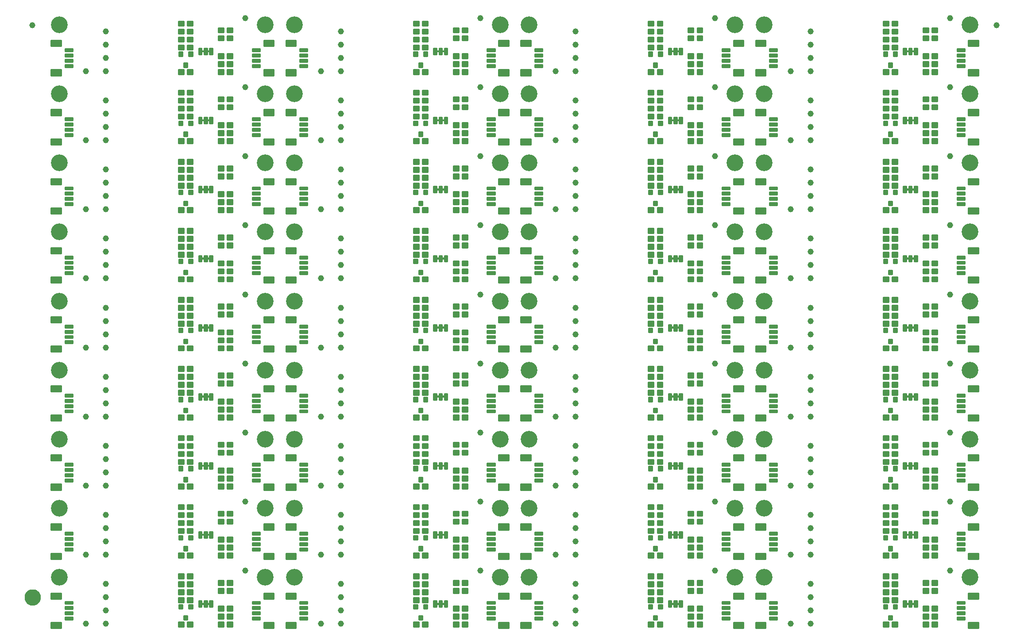
<source format=gbs>
G04 EAGLE Gerber RS-274X export*
G75*
%MOMM*%
%FSLAX34Y34*%
%LPD*%
%INSoldermask Bottom*%
%IPPOS*%
%AMOC8*
5,1,8,0,0,1.08239X$1,22.5*%
G01*
%ADD10C,0.253525*%
%ADD11C,0.251966*%
%ADD12C,1.152400*%
%ADD13C,3.200400*%
%ADD14C,0.255816*%
%ADD15C,0.243431*%
%ADD16C,0.257147*%
%ADD17C,1.168400*%
%ADD18C,1.270000*%
%ADD19C,1.652400*%

G36*
X750889Y1106665D02*
X750889Y1106665D01*
X750955Y1106667D01*
X750998Y1106685D01*
X751045Y1106693D01*
X751102Y1106727D01*
X751162Y1106751D01*
X751197Y1106783D01*
X751238Y1106807D01*
X751280Y1106858D01*
X751328Y1106903D01*
X751350Y1106945D01*
X751379Y1106981D01*
X751400Y1107044D01*
X751431Y1107102D01*
X751439Y1107157D01*
X751451Y1107194D01*
X751450Y1107233D01*
X751458Y1107288D01*
X751458Y1109828D01*
X751447Y1109892D01*
X751445Y1109958D01*
X751427Y1110002D01*
X751419Y1110048D01*
X751385Y1110105D01*
X751360Y1110166D01*
X751329Y1110201D01*
X751304Y1110242D01*
X751253Y1110283D01*
X751209Y1110332D01*
X751167Y1110353D01*
X751130Y1110383D01*
X751068Y1110404D01*
X751009Y1110434D01*
X750955Y1110442D01*
X750918Y1110455D01*
X750878Y1110454D01*
X750824Y1110462D01*
X747014Y1110462D01*
X746949Y1110450D01*
X746883Y1110448D01*
X746840Y1110431D01*
X746793Y1110422D01*
X746736Y1110389D01*
X746676Y1110364D01*
X746641Y1110332D01*
X746600Y1110308D01*
X746559Y1110257D01*
X746510Y1110213D01*
X746488Y1110171D01*
X746459Y1110134D01*
X746438Y1110072D01*
X746407Y1110013D01*
X746399Y1109959D01*
X746387Y1109921D01*
X746387Y1109919D01*
X746387Y1109918D01*
X746388Y1109882D01*
X746380Y1109828D01*
X746380Y1107288D01*
X746391Y1107223D01*
X746393Y1107157D01*
X746411Y1107113D01*
X746419Y1107067D01*
X746453Y1107010D01*
X746478Y1106949D01*
X746509Y1106914D01*
X746534Y1106874D01*
X746585Y1106832D01*
X746629Y1106784D01*
X746671Y1106762D01*
X746708Y1106732D01*
X746770Y1106711D01*
X746829Y1106681D01*
X746883Y1106673D01*
X746920Y1106660D01*
X746960Y1106661D01*
X747014Y1106653D01*
X750824Y1106653D01*
X750889Y1106665D01*
G37*
G36*
X1210248Y1106665D02*
X1210248Y1106665D01*
X1210314Y1106667D01*
X1210357Y1106685D01*
X1210404Y1106693D01*
X1210461Y1106727D01*
X1210521Y1106751D01*
X1210556Y1106783D01*
X1210597Y1106807D01*
X1210639Y1106858D01*
X1210687Y1106903D01*
X1210709Y1106945D01*
X1210738Y1106981D01*
X1210759Y1107044D01*
X1210790Y1107102D01*
X1210798Y1107157D01*
X1210810Y1107194D01*
X1210809Y1107233D01*
X1210817Y1107288D01*
X1210817Y1109828D01*
X1210806Y1109892D01*
X1210804Y1109958D01*
X1210786Y1110002D01*
X1210778Y1110048D01*
X1210744Y1110105D01*
X1210719Y1110166D01*
X1210688Y1110201D01*
X1210663Y1110242D01*
X1210612Y1110283D01*
X1210568Y1110332D01*
X1210526Y1110353D01*
X1210489Y1110383D01*
X1210427Y1110404D01*
X1210368Y1110434D01*
X1210314Y1110442D01*
X1210277Y1110455D01*
X1210237Y1110454D01*
X1210183Y1110462D01*
X1206373Y1110462D01*
X1206308Y1110450D01*
X1206242Y1110448D01*
X1206199Y1110431D01*
X1206152Y1110422D01*
X1206095Y1110389D01*
X1206035Y1110364D01*
X1206000Y1110332D01*
X1205959Y1110308D01*
X1205918Y1110257D01*
X1205869Y1110213D01*
X1205847Y1110171D01*
X1205818Y1110134D01*
X1205797Y1110072D01*
X1205766Y1110013D01*
X1205758Y1109959D01*
X1205746Y1109921D01*
X1205746Y1109919D01*
X1205746Y1109918D01*
X1205747Y1109882D01*
X1205739Y1109828D01*
X1205739Y1107288D01*
X1205750Y1107223D01*
X1205752Y1107157D01*
X1205770Y1107113D01*
X1205778Y1107067D01*
X1205812Y1107010D01*
X1205837Y1106949D01*
X1205868Y1106914D01*
X1205893Y1106874D01*
X1205944Y1106832D01*
X1205988Y1106784D01*
X1206030Y1106762D01*
X1206067Y1106732D01*
X1206129Y1106711D01*
X1206188Y1106681D01*
X1206242Y1106673D01*
X1206279Y1106660D01*
X1206319Y1106661D01*
X1206373Y1106653D01*
X1210183Y1106653D01*
X1210248Y1106665D01*
G37*
G36*
X1200088Y1106665D02*
X1200088Y1106665D01*
X1200154Y1106667D01*
X1200197Y1106685D01*
X1200244Y1106693D01*
X1200301Y1106727D01*
X1200361Y1106751D01*
X1200396Y1106783D01*
X1200437Y1106807D01*
X1200479Y1106858D01*
X1200527Y1106903D01*
X1200549Y1106945D01*
X1200578Y1106981D01*
X1200599Y1107044D01*
X1200630Y1107102D01*
X1200638Y1107157D01*
X1200650Y1107194D01*
X1200649Y1107233D01*
X1200657Y1107288D01*
X1200657Y1109828D01*
X1200646Y1109892D01*
X1200644Y1109958D01*
X1200626Y1110002D01*
X1200618Y1110048D01*
X1200584Y1110105D01*
X1200559Y1110166D01*
X1200528Y1110201D01*
X1200503Y1110242D01*
X1200452Y1110283D01*
X1200408Y1110332D01*
X1200366Y1110353D01*
X1200329Y1110383D01*
X1200267Y1110404D01*
X1200208Y1110434D01*
X1200154Y1110442D01*
X1200117Y1110455D01*
X1200077Y1110454D01*
X1200023Y1110462D01*
X1196213Y1110462D01*
X1196148Y1110450D01*
X1196082Y1110448D01*
X1196039Y1110431D01*
X1195992Y1110422D01*
X1195935Y1110389D01*
X1195875Y1110364D01*
X1195840Y1110332D01*
X1195799Y1110308D01*
X1195758Y1110257D01*
X1195709Y1110213D01*
X1195687Y1110171D01*
X1195658Y1110134D01*
X1195637Y1110072D01*
X1195606Y1110013D01*
X1195598Y1109959D01*
X1195586Y1109921D01*
X1195586Y1109919D01*
X1195586Y1109918D01*
X1195587Y1109882D01*
X1195579Y1109828D01*
X1195579Y1107288D01*
X1195590Y1107223D01*
X1195592Y1107157D01*
X1195610Y1107113D01*
X1195618Y1107067D01*
X1195652Y1107010D01*
X1195677Y1106949D01*
X1195708Y1106914D01*
X1195733Y1106874D01*
X1195784Y1106832D01*
X1195828Y1106784D01*
X1195870Y1106762D01*
X1195907Y1106732D01*
X1195969Y1106711D01*
X1196028Y1106681D01*
X1196082Y1106673D01*
X1196119Y1106660D01*
X1196159Y1106661D01*
X1196213Y1106653D01*
X1200023Y1106653D01*
X1200088Y1106665D01*
G37*
G36*
X761049Y1106665D02*
X761049Y1106665D01*
X761115Y1106667D01*
X761158Y1106685D01*
X761205Y1106693D01*
X761262Y1106727D01*
X761322Y1106751D01*
X761357Y1106783D01*
X761398Y1106807D01*
X761440Y1106858D01*
X761488Y1106903D01*
X761510Y1106945D01*
X761539Y1106981D01*
X761560Y1107044D01*
X761591Y1107102D01*
X761599Y1107157D01*
X761611Y1107194D01*
X761610Y1107233D01*
X761618Y1107288D01*
X761618Y1109828D01*
X761607Y1109892D01*
X761605Y1109958D01*
X761587Y1110002D01*
X761579Y1110048D01*
X761545Y1110105D01*
X761520Y1110166D01*
X761489Y1110201D01*
X761464Y1110242D01*
X761413Y1110283D01*
X761369Y1110332D01*
X761327Y1110353D01*
X761290Y1110383D01*
X761228Y1110404D01*
X761169Y1110434D01*
X761115Y1110442D01*
X761078Y1110455D01*
X761038Y1110454D01*
X760984Y1110462D01*
X757174Y1110462D01*
X757109Y1110450D01*
X757043Y1110448D01*
X757000Y1110431D01*
X756953Y1110422D01*
X756896Y1110389D01*
X756836Y1110364D01*
X756801Y1110332D01*
X756760Y1110308D01*
X756719Y1110257D01*
X756670Y1110213D01*
X756648Y1110171D01*
X756619Y1110134D01*
X756598Y1110072D01*
X756567Y1110013D01*
X756559Y1109959D01*
X756547Y1109921D01*
X756547Y1109919D01*
X756547Y1109918D01*
X756548Y1109882D01*
X756540Y1109828D01*
X756540Y1107288D01*
X756551Y1107223D01*
X756553Y1107157D01*
X756571Y1107113D01*
X756579Y1107067D01*
X756613Y1107010D01*
X756638Y1106949D01*
X756669Y1106914D01*
X756694Y1106874D01*
X756745Y1106832D01*
X756789Y1106784D01*
X756831Y1106762D01*
X756868Y1106732D01*
X756930Y1106711D01*
X756989Y1106681D01*
X757043Y1106673D01*
X757080Y1106660D01*
X757120Y1106661D01*
X757174Y1106653D01*
X760984Y1106653D01*
X761049Y1106665D01*
G37*
G36*
X1659447Y1106665D02*
X1659447Y1106665D01*
X1659513Y1106667D01*
X1659556Y1106685D01*
X1659603Y1106693D01*
X1659660Y1106727D01*
X1659720Y1106751D01*
X1659755Y1106783D01*
X1659796Y1106807D01*
X1659838Y1106858D01*
X1659886Y1106903D01*
X1659908Y1106945D01*
X1659937Y1106981D01*
X1659958Y1107044D01*
X1659989Y1107102D01*
X1659997Y1107157D01*
X1660009Y1107194D01*
X1660008Y1107233D01*
X1660016Y1107288D01*
X1660016Y1109828D01*
X1660005Y1109892D01*
X1660003Y1109958D01*
X1659985Y1110002D01*
X1659977Y1110048D01*
X1659943Y1110105D01*
X1659918Y1110166D01*
X1659887Y1110201D01*
X1659862Y1110242D01*
X1659811Y1110283D01*
X1659767Y1110332D01*
X1659725Y1110353D01*
X1659688Y1110383D01*
X1659626Y1110404D01*
X1659567Y1110434D01*
X1659513Y1110442D01*
X1659476Y1110455D01*
X1659436Y1110454D01*
X1659382Y1110462D01*
X1655572Y1110462D01*
X1655507Y1110450D01*
X1655441Y1110448D01*
X1655398Y1110431D01*
X1655351Y1110422D01*
X1655294Y1110389D01*
X1655234Y1110364D01*
X1655199Y1110332D01*
X1655158Y1110308D01*
X1655117Y1110257D01*
X1655068Y1110213D01*
X1655046Y1110171D01*
X1655017Y1110134D01*
X1654996Y1110072D01*
X1654965Y1110013D01*
X1654957Y1109959D01*
X1654945Y1109921D01*
X1654945Y1109919D01*
X1654945Y1109918D01*
X1654946Y1109882D01*
X1654938Y1109828D01*
X1654938Y1107288D01*
X1654949Y1107223D01*
X1654951Y1107157D01*
X1654969Y1107113D01*
X1654977Y1107067D01*
X1655011Y1107010D01*
X1655036Y1106949D01*
X1655067Y1106914D01*
X1655092Y1106874D01*
X1655143Y1106832D01*
X1655187Y1106784D01*
X1655229Y1106762D01*
X1655266Y1106732D01*
X1655328Y1106711D01*
X1655387Y1106681D01*
X1655441Y1106673D01*
X1655478Y1106660D01*
X1655518Y1106661D01*
X1655572Y1106653D01*
X1659382Y1106653D01*
X1659447Y1106665D01*
G37*
G36*
X1649287Y1106665D02*
X1649287Y1106665D01*
X1649353Y1106667D01*
X1649396Y1106685D01*
X1649443Y1106693D01*
X1649500Y1106727D01*
X1649560Y1106751D01*
X1649595Y1106783D01*
X1649636Y1106807D01*
X1649678Y1106858D01*
X1649726Y1106903D01*
X1649748Y1106945D01*
X1649777Y1106981D01*
X1649798Y1107044D01*
X1649829Y1107102D01*
X1649837Y1107157D01*
X1649849Y1107194D01*
X1649848Y1107233D01*
X1649856Y1107288D01*
X1649856Y1109828D01*
X1649845Y1109892D01*
X1649843Y1109958D01*
X1649825Y1110002D01*
X1649817Y1110048D01*
X1649783Y1110105D01*
X1649758Y1110166D01*
X1649727Y1110201D01*
X1649702Y1110242D01*
X1649651Y1110283D01*
X1649607Y1110332D01*
X1649565Y1110353D01*
X1649528Y1110383D01*
X1649466Y1110404D01*
X1649407Y1110434D01*
X1649353Y1110442D01*
X1649316Y1110455D01*
X1649276Y1110454D01*
X1649222Y1110462D01*
X1645412Y1110462D01*
X1645347Y1110450D01*
X1645281Y1110448D01*
X1645238Y1110431D01*
X1645191Y1110422D01*
X1645134Y1110389D01*
X1645074Y1110364D01*
X1645039Y1110332D01*
X1644998Y1110308D01*
X1644957Y1110257D01*
X1644908Y1110213D01*
X1644886Y1110171D01*
X1644857Y1110134D01*
X1644836Y1110072D01*
X1644805Y1110013D01*
X1644797Y1109959D01*
X1644785Y1109921D01*
X1644785Y1109919D01*
X1644785Y1109918D01*
X1644786Y1109882D01*
X1644778Y1109828D01*
X1644778Y1107288D01*
X1644789Y1107223D01*
X1644791Y1107157D01*
X1644809Y1107113D01*
X1644817Y1107067D01*
X1644851Y1107010D01*
X1644876Y1106949D01*
X1644907Y1106914D01*
X1644932Y1106874D01*
X1644983Y1106832D01*
X1645027Y1106784D01*
X1645069Y1106762D01*
X1645106Y1106732D01*
X1645168Y1106711D01*
X1645227Y1106681D01*
X1645281Y1106673D01*
X1645318Y1106660D01*
X1645358Y1106661D01*
X1645412Y1106653D01*
X1649222Y1106653D01*
X1649287Y1106665D01*
G37*
G36*
X301690Y1106665D02*
X301690Y1106665D01*
X301756Y1106667D01*
X301799Y1106685D01*
X301846Y1106693D01*
X301903Y1106727D01*
X301963Y1106751D01*
X301998Y1106783D01*
X302039Y1106807D01*
X302081Y1106858D01*
X302129Y1106903D01*
X302151Y1106945D01*
X302180Y1106981D01*
X302201Y1107044D01*
X302232Y1107102D01*
X302240Y1107157D01*
X302252Y1107194D01*
X302251Y1107233D01*
X302259Y1107288D01*
X302259Y1109828D01*
X302248Y1109892D01*
X302246Y1109958D01*
X302228Y1110002D01*
X302220Y1110048D01*
X302186Y1110105D01*
X302161Y1110166D01*
X302130Y1110201D01*
X302105Y1110242D01*
X302054Y1110283D01*
X302010Y1110332D01*
X301968Y1110353D01*
X301931Y1110383D01*
X301869Y1110404D01*
X301810Y1110434D01*
X301756Y1110442D01*
X301719Y1110455D01*
X301679Y1110454D01*
X301625Y1110462D01*
X297815Y1110462D01*
X297750Y1110450D01*
X297684Y1110448D01*
X297641Y1110431D01*
X297594Y1110422D01*
X297537Y1110389D01*
X297477Y1110364D01*
X297442Y1110332D01*
X297401Y1110308D01*
X297360Y1110257D01*
X297311Y1110213D01*
X297289Y1110171D01*
X297260Y1110134D01*
X297239Y1110072D01*
X297208Y1110013D01*
X297200Y1109959D01*
X297188Y1109921D01*
X297188Y1109919D01*
X297188Y1109918D01*
X297189Y1109882D01*
X297181Y1109828D01*
X297181Y1107288D01*
X297192Y1107223D01*
X297194Y1107157D01*
X297212Y1107113D01*
X297220Y1107067D01*
X297254Y1107010D01*
X297279Y1106949D01*
X297310Y1106914D01*
X297335Y1106874D01*
X297386Y1106832D01*
X297430Y1106784D01*
X297472Y1106762D01*
X297509Y1106732D01*
X297571Y1106711D01*
X297630Y1106681D01*
X297684Y1106673D01*
X297721Y1106660D01*
X297761Y1106661D01*
X297815Y1106653D01*
X301625Y1106653D01*
X301690Y1106665D01*
G37*
G36*
X311850Y1106665D02*
X311850Y1106665D01*
X311916Y1106667D01*
X311959Y1106685D01*
X312006Y1106693D01*
X312063Y1106727D01*
X312123Y1106751D01*
X312158Y1106783D01*
X312199Y1106807D01*
X312241Y1106858D01*
X312289Y1106903D01*
X312311Y1106945D01*
X312340Y1106981D01*
X312361Y1107044D01*
X312392Y1107102D01*
X312400Y1107157D01*
X312412Y1107194D01*
X312411Y1107233D01*
X312419Y1107288D01*
X312419Y1109828D01*
X312408Y1109892D01*
X312406Y1109958D01*
X312388Y1110002D01*
X312380Y1110048D01*
X312346Y1110105D01*
X312321Y1110166D01*
X312290Y1110201D01*
X312265Y1110242D01*
X312214Y1110283D01*
X312170Y1110332D01*
X312128Y1110353D01*
X312091Y1110383D01*
X312029Y1110404D01*
X311970Y1110434D01*
X311916Y1110442D01*
X311879Y1110455D01*
X311839Y1110454D01*
X311785Y1110462D01*
X307975Y1110462D01*
X307910Y1110450D01*
X307844Y1110448D01*
X307801Y1110431D01*
X307754Y1110422D01*
X307697Y1110389D01*
X307637Y1110364D01*
X307602Y1110332D01*
X307561Y1110308D01*
X307520Y1110257D01*
X307471Y1110213D01*
X307449Y1110171D01*
X307420Y1110134D01*
X307399Y1110072D01*
X307368Y1110013D01*
X307360Y1109959D01*
X307348Y1109921D01*
X307348Y1109919D01*
X307348Y1109918D01*
X307349Y1109882D01*
X307341Y1109828D01*
X307341Y1107288D01*
X307352Y1107223D01*
X307354Y1107157D01*
X307372Y1107113D01*
X307380Y1107067D01*
X307414Y1107010D01*
X307439Y1106949D01*
X307470Y1106914D01*
X307495Y1106874D01*
X307546Y1106832D01*
X307590Y1106784D01*
X307632Y1106762D01*
X307669Y1106732D01*
X307731Y1106711D01*
X307790Y1106681D01*
X307844Y1106673D01*
X307881Y1106660D01*
X307921Y1106661D01*
X307975Y1106653D01*
X311785Y1106653D01*
X311850Y1106665D01*
G37*
G36*
X1200088Y974458D02*
X1200088Y974458D01*
X1200154Y974460D01*
X1200197Y974478D01*
X1200244Y974486D01*
X1200301Y974520D01*
X1200361Y974544D01*
X1200396Y974576D01*
X1200437Y974600D01*
X1200479Y974651D01*
X1200527Y974696D01*
X1200549Y974738D01*
X1200578Y974774D01*
X1200599Y974837D01*
X1200630Y974895D01*
X1200638Y974950D01*
X1200650Y974987D01*
X1200649Y975026D01*
X1200657Y975081D01*
X1200657Y977621D01*
X1200646Y977685D01*
X1200644Y977751D01*
X1200626Y977795D01*
X1200618Y977841D01*
X1200584Y977898D01*
X1200559Y977959D01*
X1200528Y977994D01*
X1200503Y978035D01*
X1200452Y978076D01*
X1200408Y978125D01*
X1200366Y978146D01*
X1200329Y978176D01*
X1200267Y978197D01*
X1200208Y978227D01*
X1200154Y978235D01*
X1200117Y978248D01*
X1200077Y978247D01*
X1200023Y978255D01*
X1196213Y978255D01*
X1196148Y978243D01*
X1196082Y978241D01*
X1196039Y978224D01*
X1195992Y978215D01*
X1195935Y978182D01*
X1195875Y978157D01*
X1195840Y978125D01*
X1195799Y978101D01*
X1195758Y978050D01*
X1195709Y978006D01*
X1195687Y977964D01*
X1195658Y977927D01*
X1195637Y977865D01*
X1195606Y977806D01*
X1195598Y977752D01*
X1195586Y977714D01*
X1195586Y977712D01*
X1195586Y977711D01*
X1195587Y977675D01*
X1195579Y977621D01*
X1195579Y975081D01*
X1195590Y975016D01*
X1195592Y974950D01*
X1195610Y974906D01*
X1195618Y974860D01*
X1195652Y974803D01*
X1195677Y974742D01*
X1195708Y974707D01*
X1195733Y974667D01*
X1195784Y974625D01*
X1195828Y974577D01*
X1195870Y974555D01*
X1195907Y974525D01*
X1195969Y974504D01*
X1196028Y974474D01*
X1196082Y974466D01*
X1196119Y974453D01*
X1196159Y974454D01*
X1196213Y974446D01*
X1200023Y974446D01*
X1200088Y974458D01*
G37*
G36*
X311850Y974458D02*
X311850Y974458D01*
X311916Y974460D01*
X311959Y974478D01*
X312006Y974486D01*
X312063Y974520D01*
X312123Y974544D01*
X312158Y974576D01*
X312199Y974600D01*
X312241Y974651D01*
X312289Y974696D01*
X312311Y974738D01*
X312340Y974774D01*
X312361Y974837D01*
X312392Y974895D01*
X312400Y974950D01*
X312412Y974987D01*
X312411Y975026D01*
X312419Y975081D01*
X312419Y977621D01*
X312408Y977685D01*
X312406Y977751D01*
X312388Y977795D01*
X312380Y977841D01*
X312346Y977898D01*
X312321Y977959D01*
X312290Y977994D01*
X312265Y978035D01*
X312214Y978076D01*
X312170Y978125D01*
X312128Y978146D01*
X312091Y978176D01*
X312029Y978197D01*
X311970Y978227D01*
X311916Y978235D01*
X311879Y978248D01*
X311839Y978247D01*
X311785Y978255D01*
X307975Y978255D01*
X307910Y978243D01*
X307844Y978241D01*
X307801Y978224D01*
X307754Y978215D01*
X307697Y978182D01*
X307637Y978157D01*
X307602Y978125D01*
X307561Y978101D01*
X307520Y978050D01*
X307471Y978006D01*
X307449Y977964D01*
X307420Y977927D01*
X307399Y977865D01*
X307368Y977806D01*
X307360Y977752D01*
X307348Y977714D01*
X307348Y977712D01*
X307348Y977711D01*
X307349Y977675D01*
X307341Y977621D01*
X307341Y975081D01*
X307352Y975016D01*
X307354Y974950D01*
X307372Y974906D01*
X307380Y974860D01*
X307414Y974803D01*
X307439Y974742D01*
X307470Y974707D01*
X307495Y974667D01*
X307546Y974625D01*
X307590Y974577D01*
X307632Y974555D01*
X307669Y974525D01*
X307731Y974504D01*
X307790Y974474D01*
X307844Y974466D01*
X307881Y974453D01*
X307921Y974454D01*
X307975Y974446D01*
X311785Y974446D01*
X311850Y974458D01*
G37*
G36*
X301690Y974458D02*
X301690Y974458D01*
X301756Y974460D01*
X301799Y974478D01*
X301846Y974486D01*
X301903Y974520D01*
X301963Y974544D01*
X301998Y974576D01*
X302039Y974600D01*
X302081Y974651D01*
X302129Y974696D01*
X302151Y974738D01*
X302180Y974774D01*
X302201Y974837D01*
X302232Y974895D01*
X302240Y974950D01*
X302252Y974987D01*
X302251Y975026D01*
X302259Y975081D01*
X302259Y977621D01*
X302248Y977685D01*
X302246Y977751D01*
X302228Y977795D01*
X302220Y977841D01*
X302186Y977898D01*
X302161Y977959D01*
X302130Y977994D01*
X302105Y978035D01*
X302054Y978076D01*
X302010Y978125D01*
X301968Y978146D01*
X301931Y978176D01*
X301869Y978197D01*
X301810Y978227D01*
X301756Y978235D01*
X301719Y978248D01*
X301679Y978247D01*
X301625Y978255D01*
X297815Y978255D01*
X297750Y978243D01*
X297684Y978241D01*
X297641Y978224D01*
X297594Y978215D01*
X297537Y978182D01*
X297477Y978157D01*
X297442Y978125D01*
X297401Y978101D01*
X297360Y978050D01*
X297311Y978006D01*
X297289Y977964D01*
X297260Y977927D01*
X297239Y977865D01*
X297208Y977806D01*
X297200Y977752D01*
X297188Y977714D01*
X297188Y977712D01*
X297188Y977711D01*
X297189Y977675D01*
X297181Y977621D01*
X297181Y975081D01*
X297192Y975016D01*
X297194Y974950D01*
X297212Y974906D01*
X297220Y974860D01*
X297254Y974803D01*
X297279Y974742D01*
X297310Y974707D01*
X297335Y974667D01*
X297386Y974625D01*
X297430Y974577D01*
X297472Y974555D01*
X297509Y974525D01*
X297571Y974504D01*
X297630Y974474D01*
X297684Y974466D01*
X297721Y974453D01*
X297761Y974454D01*
X297815Y974446D01*
X301625Y974446D01*
X301690Y974458D01*
G37*
G36*
X761049Y974458D02*
X761049Y974458D01*
X761115Y974460D01*
X761158Y974478D01*
X761205Y974486D01*
X761262Y974520D01*
X761322Y974544D01*
X761357Y974576D01*
X761398Y974600D01*
X761440Y974651D01*
X761488Y974696D01*
X761510Y974738D01*
X761539Y974774D01*
X761560Y974837D01*
X761591Y974895D01*
X761599Y974950D01*
X761611Y974987D01*
X761610Y975026D01*
X761618Y975081D01*
X761618Y977621D01*
X761607Y977685D01*
X761605Y977751D01*
X761587Y977795D01*
X761579Y977841D01*
X761545Y977898D01*
X761520Y977959D01*
X761489Y977994D01*
X761464Y978035D01*
X761413Y978076D01*
X761369Y978125D01*
X761327Y978146D01*
X761290Y978176D01*
X761228Y978197D01*
X761169Y978227D01*
X761115Y978235D01*
X761078Y978248D01*
X761038Y978247D01*
X760984Y978255D01*
X757174Y978255D01*
X757109Y978243D01*
X757043Y978241D01*
X757000Y978224D01*
X756953Y978215D01*
X756896Y978182D01*
X756836Y978157D01*
X756801Y978125D01*
X756760Y978101D01*
X756719Y978050D01*
X756670Y978006D01*
X756648Y977964D01*
X756619Y977927D01*
X756598Y977865D01*
X756567Y977806D01*
X756559Y977752D01*
X756547Y977714D01*
X756547Y977712D01*
X756547Y977711D01*
X756548Y977675D01*
X756540Y977621D01*
X756540Y975081D01*
X756551Y975016D01*
X756553Y974950D01*
X756571Y974906D01*
X756579Y974860D01*
X756613Y974803D01*
X756638Y974742D01*
X756669Y974707D01*
X756694Y974667D01*
X756745Y974625D01*
X756789Y974577D01*
X756831Y974555D01*
X756868Y974525D01*
X756930Y974504D01*
X756989Y974474D01*
X757043Y974466D01*
X757080Y974453D01*
X757120Y974454D01*
X757174Y974446D01*
X760984Y974446D01*
X761049Y974458D01*
G37*
G36*
X750889Y974458D02*
X750889Y974458D01*
X750955Y974460D01*
X750998Y974478D01*
X751045Y974486D01*
X751102Y974520D01*
X751162Y974544D01*
X751197Y974576D01*
X751238Y974600D01*
X751280Y974651D01*
X751328Y974696D01*
X751350Y974738D01*
X751379Y974774D01*
X751400Y974837D01*
X751431Y974895D01*
X751439Y974950D01*
X751451Y974987D01*
X751450Y975026D01*
X751458Y975081D01*
X751458Y977621D01*
X751447Y977685D01*
X751445Y977751D01*
X751427Y977795D01*
X751419Y977841D01*
X751385Y977898D01*
X751360Y977959D01*
X751329Y977994D01*
X751304Y978035D01*
X751253Y978076D01*
X751209Y978125D01*
X751167Y978146D01*
X751130Y978176D01*
X751068Y978197D01*
X751009Y978227D01*
X750955Y978235D01*
X750918Y978248D01*
X750878Y978247D01*
X750824Y978255D01*
X747014Y978255D01*
X746949Y978243D01*
X746883Y978241D01*
X746840Y978224D01*
X746793Y978215D01*
X746736Y978182D01*
X746676Y978157D01*
X746641Y978125D01*
X746600Y978101D01*
X746559Y978050D01*
X746510Y978006D01*
X746488Y977964D01*
X746459Y977927D01*
X746438Y977865D01*
X746407Y977806D01*
X746399Y977752D01*
X746387Y977714D01*
X746387Y977712D01*
X746387Y977711D01*
X746388Y977675D01*
X746380Y977621D01*
X746380Y975081D01*
X746391Y975016D01*
X746393Y974950D01*
X746411Y974906D01*
X746419Y974860D01*
X746453Y974803D01*
X746478Y974742D01*
X746509Y974707D01*
X746534Y974667D01*
X746585Y974625D01*
X746629Y974577D01*
X746671Y974555D01*
X746708Y974525D01*
X746770Y974504D01*
X746829Y974474D01*
X746883Y974466D01*
X746920Y974453D01*
X746960Y974454D01*
X747014Y974446D01*
X750824Y974446D01*
X750889Y974458D01*
G37*
G36*
X1659447Y974458D02*
X1659447Y974458D01*
X1659513Y974460D01*
X1659556Y974478D01*
X1659603Y974486D01*
X1659660Y974520D01*
X1659720Y974544D01*
X1659755Y974576D01*
X1659796Y974600D01*
X1659838Y974651D01*
X1659886Y974696D01*
X1659908Y974738D01*
X1659937Y974774D01*
X1659958Y974837D01*
X1659989Y974895D01*
X1659997Y974950D01*
X1660009Y974987D01*
X1660008Y975026D01*
X1660016Y975081D01*
X1660016Y977621D01*
X1660005Y977685D01*
X1660003Y977751D01*
X1659985Y977795D01*
X1659977Y977841D01*
X1659943Y977898D01*
X1659918Y977959D01*
X1659887Y977994D01*
X1659862Y978035D01*
X1659811Y978076D01*
X1659767Y978125D01*
X1659725Y978146D01*
X1659688Y978176D01*
X1659626Y978197D01*
X1659567Y978227D01*
X1659513Y978235D01*
X1659476Y978248D01*
X1659436Y978247D01*
X1659382Y978255D01*
X1655572Y978255D01*
X1655507Y978243D01*
X1655441Y978241D01*
X1655398Y978224D01*
X1655351Y978215D01*
X1655294Y978182D01*
X1655234Y978157D01*
X1655199Y978125D01*
X1655158Y978101D01*
X1655117Y978050D01*
X1655068Y978006D01*
X1655046Y977964D01*
X1655017Y977927D01*
X1654996Y977865D01*
X1654965Y977806D01*
X1654957Y977752D01*
X1654945Y977714D01*
X1654945Y977712D01*
X1654945Y977711D01*
X1654946Y977675D01*
X1654938Y977621D01*
X1654938Y975081D01*
X1654949Y975016D01*
X1654951Y974950D01*
X1654969Y974906D01*
X1654977Y974860D01*
X1655011Y974803D01*
X1655036Y974742D01*
X1655067Y974707D01*
X1655092Y974667D01*
X1655143Y974625D01*
X1655187Y974577D01*
X1655229Y974555D01*
X1655266Y974525D01*
X1655328Y974504D01*
X1655387Y974474D01*
X1655441Y974466D01*
X1655478Y974453D01*
X1655518Y974454D01*
X1655572Y974446D01*
X1659382Y974446D01*
X1659447Y974458D01*
G37*
G36*
X1210248Y974458D02*
X1210248Y974458D01*
X1210314Y974460D01*
X1210357Y974478D01*
X1210404Y974486D01*
X1210461Y974520D01*
X1210521Y974544D01*
X1210556Y974576D01*
X1210597Y974600D01*
X1210639Y974651D01*
X1210687Y974696D01*
X1210709Y974738D01*
X1210738Y974774D01*
X1210759Y974837D01*
X1210790Y974895D01*
X1210798Y974950D01*
X1210810Y974987D01*
X1210809Y975026D01*
X1210817Y975081D01*
X1210817Y977621D01*
X1210806Y977685D01*
X1210804Y977751D01*
X1210786Y977795D01*
X1210778Y977841D01*
X1210744Y977898D01*
X1210719Y977959D01*
X1210688Y977994D01*
X1210663Y978035D01*
X1210612Y978076D01*
X1210568Y978125D01*
X1210526Y978146D01*
X1210489Y978176D01*
X1210427Y978197D01*
X1210368Y978227D01*
X1210314Y978235D01*
X1210277Y978248D01*
X1210237Y978247D01*
X1210183Y978255D01*
X1206373Y978255D01*
X1206308Y978243D01*
X1206242Y978241D01*
X1206199Y978224D01*
X1206152Y978215D01*
X1206095Y978182D01*
X1206035Y978157D01*
X1206000Y978125D01*
X1205959Y978101D01*
X1205918Y978050D01*
X1205869Y978006D01*
X1205847Y977964D01*
X1205818Y977927D01*
X1205797Y977865D01*
X1205766Y977806D01*
X1205758Y977752D01*
X1205746Y977714D01*
X1205746Y977712D01*
X1205746Y977711D01*
X1205747Y977675D01*
X1205739Y977621D01*
X1205739Y975081D01*
X1205750Y975016D01*
X1205752Y974950D01*
X1205770Y974906D01*
X1205778Y974860D01*
X1205812Y974803D01*
X1205837Y974742D01*
X1205868Y974707D01*
X1205893Y974667D01*
X1205944Y974625D01*
X1205988Y974577D01*
X1206030Y974555D01*
X1206067Y974525D01*
X1206129Y974504D01*
X1206188Y974474D01*
X1206242Y974466D01*
X1206279Y974453D01*
X1206319Y974454D01*
X1206373Y974446D01*
X1210183Y974446D01*
X1210248Y974458D01*
G37*
G36*
X1649287Y974458D02*
X1649287Y974458D01*
X1649353Y974460D01*
X1649396Y974478D01*
X1649443Y974486D01*
X1649500Y974520D01*
X1649560Y974544D01*
X1649595Y974576D01*
X1649636Y974600D01*
X1649678Y974651D01*
X1649726Y974696D01*
X1649748Y974738D01*
X1649777Y974774D01*
X1649798Y974837D01*
X1649829Y974895D01*
X1649837Y974950D01*
X1649849Y974987D01*
X1649848Y975026D01*
X1649856Y975081D01*
X1649856Y977621D01*
X1649845Y977685D01*
X1649843Y977751D01*
X1649825Y977795D01*
X1649817Y977841D01*
X1649783Y977898D01*
X1649758Y977959D01*
X1649727Y977994D01*
X1649702Y978035D01*
X1649651Y978076D01*
X1649607Y978125D01*
X1649565Y978146D01*
X1649528Y978176D01*
X1649466Y978197D01*
X1649407Y978227D01*
X1649353Y978235D01*
X1649316Y978248D01*
X1649276Y978247D01*
X1649222Y978255D01*
X1645412Y978255D01*
X1645347Y978243D01*
X1645281Y978241D01*
X1645238Y978224D01*
X1645191Y978215D01*
X1645134Y978182D01*
X1645074Y978157D01*
X1645039Y978125D01*
X1644998Y978101D01*
X1644957Y978050D01*
X1644908Y978006D01*
X1644886Y977964D01*
X1644857Y977927D01*
X1644836Y977865D01*
X1644805Y977806D01*
X1644797Y977752D01*
X1644785Y977714D01*
X1644785Y977712D01*
X1644785Y977711D01*
X1644786Y977675D01*
X1644778Y977621D01*
X1644778Y975081D01*
X1644789Y975016D01*
X1644791Y974950D01*
X1644809Y974906D01*
X1644817Y974860D01*
X1644851Y974803D01*
X1644876Y974742D01*
X1644907Y974707D01*
X1644932Y974667D01*
X1644983Y974625D01*
X1645027Y974577D01*
X1645069Y974555D01*
X1645106Y974525D01*
X1645168Y974504D01*
X1645227Y974474D01*
X1645281Y974466D01*
X1645318Y974453D01*
X1645358Y974454D01*
X1645412Y974446D01*
X1649222Y974446D01*
X1649287Y974458D01*
G37*
G36*
X1200088Y842226D02*
X1200088Y842226D01*
X1200154Y842228D01*
X1200197Y842245D01*
X1200244Y842254D01*
X1200301Y842287D01*
X1200361Y842312D01*
X1200396Y842344D01*
X1200437Y842368D01*
X1200479Y842419D01*
X1200527Y842463D01*
X1200549Y842505D01*
X1200578Y842542D01*
X1200599Y842604D01*
X1200630Y842663D01*
X1200638Y842717D01*
X1200650Y842754D01*
X1200649Y842794D01*
X1200657Y842848D01*
X1200657Y845388D01*
X1200646Y845453D01*
X1200644Y845519D01*
X1200626Y845562D01*
X1200618Y845609D01*
X1200584Y845666D01*
X1200559Y845727D01*
X1200528Y845762D01*
X1200503Y845802D01*
X1200452Y845844D01*
X1200408Y845892D01*
X1200366Y845914D01*
X1200329Y845944D01*
X1200267Y845965D01*
X1200208Y845995D01*
X1200154Y846003D01*
X1200117Y846015D01*
X1200077Y846014D01*
X1200023Y846022D01*
X1196213Y846022D01*
X1196148Y846011D01*
X1196082Y846009D01*
X1196039Y845991D01*
X1195992Y845983D01*
X1195935Y845949D01*
X1195875Y845925D01*
X1195840Y845893D01*
X1195799Y845869D01*
X1195758Y845818D01*
X1195709Y845773D01*
X1195687Y845731D01*
X1195658Y845694D01*
X1195637Y845632D01*
X1195606Y845574D01*
X1195598Y845519D01*
X1195586Y845482D01*
X1195586Y845479D01*
X1195587Y845442D01*
X1195579Y845388D01*
X1195579Y842848D01*
X1195590Y842783D01*
X1195592Y842718D01*
X1195610Y842674D01*
X1195618Y842627D01*
X1195652Y842571D01*
X1195677Y842510D01*
X1195708Y842475D01*
X1195733Y842434D01*
X1195784Y842393D01*
X1195828Y842344D01*
X1195870Y842323D01*
X1195907Y842293D01*
X1195969Y842272D01*
X1196028Y842242D01*
X1196082Y842234D01*
X1196119Y842221D01*
X1196159Y842222D01*
X1196213Y842214D01*
X1200023Y842214D01*
X1200088Y842226D01*
G37*
G36*
X1659447Y842226D02*
X1659447Y842226D01*
X1659513Y842228D01*
X1659556Y842245D01*
X1659603Y842254D01*
X1659660Y842287D01*
X1659720Y842312D01*
X1659755Y842344D01*
X1659796Y842368D01*
X1659838Y842419D01*
X1659886Y842463D01*
X1659908Y842505D01*
X1659937Y842542D01*
X1659958Y842604D01*
X1659989Y842663D01*
X1659997Y842717D01*
X1660009Y842754D01*
X1660008Y842794D01*
X1660016Y842848D01*
X1660016Y845388D01*
X1660005Y845453D01*
X1660003Y845519D01*
X1659985Y845562D01*
X1659977Y845609D01*
X1659943Y845666D01*
X1659918Y845727D01*
X1659887Y845762D01*
X1659862Y845802D01*
X1659811Y845844D01*
X1659767Y845892D01*
X1659725Y845914D01*
X1659688Y845944D01*
X1659626Y845965D01*
X1659567Y845995D01*
X1659513Y846003D01*
X1659476Y846015D01*
X1659436Y846014D01*
X1659382Y846022D01*
X1655572Y846022D01*
X1655507Y846011D01*
X1655441Y846009D01*
X1655398Y845991D01*
X1655351Y845983D01*
X1655294Y845949D01*
X1655234Y845925D01*
X1655199Y845893D01*
X1655158Y845869D01*
X1655117Y845818D01*
X1655068Y845773D01*
X1655046Y845731D01*
X1655017Y845694D01*
X1654996Y845632D01*
X1654965Y845574D01*
X1654957Y845519D01*
X1654945Y845482D01*
X1654945Y845479D01*
X1654946Y845442D01*
X1654938Y845388D01*
X1654938Y842848D01*
X1654949Y842783D01*
X1654951Y842718D01*
X1654969Y842674D01*
X1654977Y842627D01*
X1655011Y842571D01*
X1655036Y842510D01*
X1655067Y842475D01*
X1655092Y842434D01*
X1655143Y842393D01*
X1655187Y842344D01*
X1655229Y842323D01*
X1655266Y842293D01*
X1655328Y842272D01*
X1655387Y842242D01*
X1655441Y842234D01*
X1655478Y842221D01*
X1655518Y842222D01*
X1655572Y842214D01*
X1659382Y842214D01*
X1659447Y842226D01*
G37*
G36*
X1210248Y842226D02*
X1210248Y842226D01*
X1210314Y842228D01*
X1210357Y842245D01*
X1210404Y842254D01*
X1210461Y842287D01*
X1210521Y842312D01*
X1210556Y842344D01*
X1210597Y842368D01*
X1210639Y842419D01*
X1210687Y842463D01*
X1210709Y842505D01*
X1210738Y842542D01*
X1210759Y842604D01*
X1210790Y842663D01*
X1210798Y842717D01*
X1210810Y842754D01*
X1210809Y842794D01*
X1210817Y842848D01*
X1210817Y845388D01*
X1210806Y845453D01*
X1210804Y845519D01*
X1210786Y845562D01*
X1210778Y845609D01*
X1210744Y845666D01*
X1210719Y845727D01*
X1210688Y845762D01*
X1210663Y845802D01*
X1210612Y845844D01*
X1210568Y845892D01*
X1210526Y845914D01*
X1210489Y845944D01*
X1210427Y845965D01*
X1210368Y845995D01*
X1210314Y846003D01*
X1210277Y846015D01*
X1210237Y846014D01*
X1210183Y846022D01*
X1206373Y846022D01*
X1206308Y846011D01*
X1206242Y846009D01*
X1206199Y845991D01*
X1206152Y845983D01*
X1206095Y845949D01*
X1206035Y845925D01*
X1206000Y845893D01*
X1205959Y845869D01*
X1205918Y845818D01*
X1205869Y845773D01*
X1205847Y845731D01*
X1205818Y845694D01*
X1205797Y845632D01*
X1205766Y845574D01*
X1205758Y845519D01*
X1205746Y845482D01*
X1205746Y845479D01*
X1205747Y845442D01*
X1205739Y845388D01*
X1205739Y842848D01*
X1205750Y842783D01*
X1205752Y842718D01*
X1205770Y842674D01*
X1205778Y842627D01*
X1205812Y842571D01*
X1205837Y842510D01*
X1205868Y842475D01*
X1205893Y842434D01*
X1205944Y842393D01*
X1205988Y842344D01*
X1206030Y842323D01*
X1206067Y842293D01*
X1206129Y842272D01*
X1206188Y842242D01*
X1206242Y842234D01*
X1206279Y842221D01*
X1206319Y842222D01*
X1206373Y842214D01*
X1210183Y842214D01*
X1210248Y842226D01*
G37*
G36*
X761049Y842226D02*
X761049Y842226D01*
X761115Y842228D01*
X761158Y842245D01*
X761205Y842254D01*
X761262Y842287D01*
X761322Y842312D01*
X761357Y842344D01*
X761398Y842368D01*
X761440Y842419D01*
X761488Y842463D01*
X761510Y842505D01*
X761539Y842542D01*
X761560Y842604D01*
X761591Y842663D01*
X761599Y842717D01*
X761611Y842754D01*
X761610Y842794D01*
X761618Y842848D01*
X761618Y845388D01*
X761607Y845453D01*
X761605Y845519D01*
X761587Y845562D01*
X761579Y845609D01*
X761545Y845666D01*
X761520Y845727D01*
X761489Y845762D01*
X761464Y845802D01*
X761413Y845844D01*
X761369Y845892D01*
X761327Y845914D01*
X761290Y845944D01*
X761228Y845965D01*
X761169Y845995D01*
X761115Y846003D01*
X761078Y846015D01*
X761038Y846014D01*
X760984Y846022D01*
X757174Y846022D01*
X757109Y846011D01*
X757043Y846009D01*
X757000Y845991D01*
X756953Y845983D01*
X756896Y845949D01*
X756836Y845925D01*
X756801Y845893D01*
X756760Y845869D01*
X756719Y845818D01*
X756670Y845773D01*
X756648Y845731D01*
X756619Y845694D01*
X756598Y845632D01*
X756567Y845574D01*
X756559Y845519D01*
X756547Y845482D01*
X756547Y845479D01*
X756548Y845442D01*
X756540Y845388D01*
X756540Y842848D01*
X756551Y842783D01*
X756553Y842718D01*
X756571Y842674D01*
X756579Y842627D01*
X756613Y842571D01*
X756638Y842510D01*
X756669Y842475D01*
X756694Y842434D01*
X756745Y842393D01*
X756789Y842344D01*
X756831Y842323D01*
X756868Y842293D01*
X756930Y842272D01*
X756989Y842242D01*
X757043Y842234D01*
X757080Y842221D01*
X757120Y842222D01*
X757174Y842214D01*
X760984Y842214D01*
X761049Y842226D01*
G37*
G36*
X301690Y842226D02*
X301690Y842226D01*
X301756Y842228D01*
X301799Y842245D01*
X301846Y842254D01*
X301903Y842287D01*
X301963Y842312D01*
X301998Y842344D01*
X302039Y842368D01*
X302081Y842419D01*
X302129Y842463D01*
X302151Y842505D01*
X302180Y842542D01*
X302201Y842604D01*
X302232Y842663D01*
X302240Y842717D01*
X302252Y842754D01*
X302251Y842794D01*
X302259Y842848D01*
X302259Y845388D01*
X302248Y845453D01*
X302246Y845519D01*
X302228Y845562D01*
X302220Y845609D01*
X302186Y845666D01*
X302161Y845727D01*
X302130Y845762D01*
X302105Y845802D01*
X302054Y845844D01*
X302010Y845892D01*
X301968Y845914D01*
X301931Y845944D01*
X301869Y845965D01*
X301810Y845995D01*
X301756Y846003D01*
X301719Y846015D01*
X301679Y846014D01*
X301625Y846022D01*
X297815Y846022D01*
X297750Y846011D01*
X297684Y846009D01*
X297641Y845991D01*
X297594Y845983D01*
X297537Y845949D01*
X297477Y845925D01*
X297442Y845893D01*
X297401Y845869D01*
X297360Y845818D01*
X297311Y845773D01*
X297289Y845731D01*
X297260Y845694D01*
X297239Y845632D01*
X297208Y845574D01*
X297200Y845519D01*
X297188Y845482D01*
X297188Y845479D01*
X297189Y845442D01*
X297181Y845388D01*
X297181Y842848D01*
X297192Y842783D01*
X297194Y842718D01*
X297212Y842674D01*
X297220Y842627D01*
X297254Y842571D01*
X297279Y842510D01*
X297310Y842475D01*
X297335Y842434D01*
X297386Y842393D01*
X297430Y842344D01*
X297472Y842323D01*
X297509Y842293D01*
X297571Y842272D01*
X297630Y842242D01*
X297684Y842234D01*
X297721Y842221D01*
X297761Y842222D01*
X297815Y842214D01*
X301625Y842214D01*
X301690Y842226D01*
G37*
G36*
X1649287Y842226D02*
X1649287Y842226D01*
X1649353Y842228D01*
X1649396Y842245D01*
X1649443Y842254D01*
X1649500Y842287D01*
X1649560Y842312D01*
X1649595Y842344D01*
X1649636Y842368D01*
X1649678Y842419D01*
X1649726Y842463D01*
X1649748Y842505D01*
X1649777Y842542D01*
X1649798Y842604D01*
X1649829Y842663D01*
X1649837Y842717D01*
X1649849Y842754D01*
X1649848Y842794D01*
X1649856Y842848D01*
X1649856Y845388D01*
X1649845Y845453D01*
X1649843Y845519D01*
X1649825Y845562D01*
X1649817Y845609D01*
X1649783Y845666D01*
X1649758Y845727D01*
X1649727Y845762D01*
X1649702Y845802D01*
X1649651Y845844D01*
X1649607Y845892D01*
X1649565Y845914D01*
X1649528Y845944D01*
X1649466Y845965D01*
X1649407Y845995D01*
X1649353Y846003D01*
X1649316Y846015D01*
X1649276Y846014D01*
X1649222Y846022D01*
X1645412Y846022D01*
X1645347Y846011D01*
X1645281Y846009D01*
X1645238Y845991D01*
X1645191Y845983D01*
X1645134Y845949D01*
X1645074Y845925D01*
X1645039Y845893D01*
X1644998Y845869D01*
X1644957Y845818D01*
X1644908Y845773D01*
X1644886Y845731D01*
X1644857Y845694D01*
X1644836Y845632D01*
X1644805Y845574D01*
X1644797Y845519D01*
X1644785Y845482D01*
X1644785Y845479D01*
X1644786Y845442D01*
X1644778Y845388D01*
X1644778Y842848D01*
X1644789Y842783D01*
X1644791Y842718D01*
X1644809Y842674D01*
X1644817Y842627D01*
X1644851Y842571D01*
X1644876Y842510D01*
X1644907Y842475D01*
X1644932Y842434D01*
X1644983Y842393D01*
X1645027Y842344D01*
X1645069Y842323D01*
X1645106Y842293D01*
X1645168Y842272D01*
X1645227Y842242D01*
X1645281Y842234D01*
X1645318Y842221D01*
X1645358Y842222D01*
X1645412Y842214D01*
X1649222Y842214D01*
X1649287Y842226D01*
G37*
G36*
X311850Y842226D02*
X311850Y842226D01*
X311916Y842228D01*
X311959Y842245D01*
X312006Y842254D01*
X312063Y842287D01*
X312123Y842312D01*
X312158Y842344D01*
X312199Y842368D01*
X312241Y842419D01*
X312289Y842463D01*
X312311Y842505D01*
X312340Y842542D01*
X312361Y842604D01*
X312392Y842663D01*
X312400Y842717D01*
X312412Y842754D01*
X312411Y842794D01*
X312419Y842848D01*
X312419Y845388D01*
X312408Y845453D01*
X312406Y845519D01*
X312388Y845562D01*
X312380Y845609D01*
X312346Y845666D01*
X312321Y845727D01*
X312290Y845762D01*
X312265Y845802D01*
X312214Y845844D01*
X312170Y845892D01*
X312128Y845914D01*
X312091Y845944D01*
X312029Y845965D01*
X311970Y845995D01*
X311916Y846003D01*
X311879Y846015D01*
X311839Y846014D01*
X311785Y846022D01*
X307975Y846022D01*
X307910Y846011D01*
X307844Y846009D01*
X307801Y845991D01*
X307754Y845983D01*
X307697Y845949D01*
X307637Y845925D01*
X307602Y845893D01*
X307561Y845869D01*
X307520Y845818D01*
X307471Y845773D01*
X307449Y845731D01*
X307420Y845694D01*
X307399Y845632D01*
X307368Y845574D01*
X307360Y845519D01*
X307348Y845482D01*
X307348Y845479D01*
X307349Y845442D01*
X307341Y845388D01*
X307341Y842848D01*
X307352Y842783D01*
X307354Y842718D01*
X307372Y842674D01*
X307380Y842627D01*
X307414Y842571D01*
X307439Y842510D01*
X307470Y842475D01*
X307495Y842434D01*
X307546Y842393D01*
X307590Y842344D01*
X307632Y842323D01*
X307669Y842293D01*
X307731Y842272D01*
X307790Y842242D01*
X307844Y842234D01*
X307881Y842221D01*
X307921Y842222D01*
X307975Y842214D01*
X311785Y842214D01*
X311850Y842226D01*
G37*
G36*
X750889Y842226D02*
X750889Y842226D01*
X750955Y842228D01*
X750998Y842245D01*
X751045Y842254D01*
X751102Y842287D01*
X751162Y842312D01*
X751197Y842344D01*
X751238Y842368D01*
X751280Y842419D01*
X751328Y842463D01*
X751350Y842505D01*
X751379Y842542D01*
X751400Y842604D01*
X751431Y842663D01*
X751439Y842717D01*
X751451Y842754D01*
X751450Y842794D01*
X751458Y842848D01*
X751458Y845388D01*
X751447Y845453D01*
X751445Y845519D01*
X751427Y845562D01*
X751419Y845609D01*
X751385Y845666D01*
X751360Y845727D01*
X751329Y845762D01*
X751304Y845802D01*
X751253Y845844D01*
X751209Y845892D01*
X751167Y845914D01*
X751130Y845944D01*
X751068Y845965D01*
X751009Y845995D01*
X750955Y846003D01*
X750918Y846015D01*
X750878Y846014D01*
X750824Y846022D01*
X747014Y846022D01*
X746949Y846011D01*
X746883Y846009D01*
X746840Y845991D01*
X746793Y845983D01*
X746736Y845949D01*
X746676Y845925D01*
X746641Y845893D01*
X746600Y845869D01*
X746559Y845818D01*
X746510Y845773D01*
X746488Y845731D01*
X746459Y845694D01*
X746438Y845632D01*
X746407Y845574D01*
X746399Y845519D01*
X746387Y845482D01*
X746387Y845479D01*
X746388Y845442D01*
X746380Y845388D01*
X746380Y842848D01*
X746391Y842783D01*
X746393Y842718D01*
X746411Y842674D01*
X746419Y842627D01*
X746453Y842571D01*
X746478Y842510D01*
X746509Y842475D01*
X746534Y842434D01*
X746585Y842393D01*
X746629Y842344D01*
X746671Y842323D01*
X746708Y842293D01*
X746770Y842272D01*
X746829Y842242D01*
X746883Y842234D01*
X746920Y842221D01*
X746960Y842222D01*
X747014Y842214D01*
X750824Y842214D01*
X750889Y842226D01*
G37*
G36*
X761049Y710019D02*
X761049Y710019D01*
X761115Y710021D01*
X761158Y710038D01*
X761205Y710047D01*
X761262Y710080D01*
X761322Y710105D01*
X761357Y710137D01*
X761398Y710161D01*
X761440Y710212D01*
X761488Y710256D01*
X761510Y710298D01*
X761539Y710335D01*
X761560Y710397D01*
X761591Y710456D01*
X761599Y710510D01*
X761611Y710547D01*
X761610Y710587D01*
X761618Y710641D01*
X761618Y713181D01*
X761607Y713246D01*
X761605Y713312D01*
X761587Y713355D01*
X761579Y713402D01*
X761545Y713459D01*
X761520Y713520D01*
X761489Y713555D01*
X761464Y713595D01*
X761413Y713637D01*
X761369Y713685D01*
X761327Y713707D01*
X761290Y713737D01*
X761228Y713758D01*
X761169Y713788D01*
X761115Y713796D01*
X761078Y713808D01*
X761038Y713807D01*
X760984Y713815D01*
X757174Y713815D01*
X757109Y713804D01*
X757043Y713802D01*
X757000Y713784D01*
X756953Y713776D01*
X756896Y713742D01*
X756836Y713718D01*
X756801Y713686D01*
X756760Y713662D01*
X756719Y713611D01*
X756670Y713566D01*
X756648Y713524D01*
X756619Y713487D01*
X756598Y713425D01*
X756567Y713367D01*
X756559Y713312D01*
X756547Y713275D01*
X756547Y713272D01*
X756548Y713235D01*
X756540Y713181D01*
X756540Y710641D01*
X756551Y710576D01*
X756553Y710511D01*
X756571Y710467D01*
X756579Y710420D01*
X756613Y710364D01*
X756638Y710303D01*
X756669Y710268D01*
X756694Y710227D01*
X756745Y710186D01*
X756789Y710137D01*
X756831Y710116D01*
X756868Y710086D01*
X756930Y710065D01*
X756989Y710035D01*
X757043Y710027D01*
X757080Y710014D01*
X757120Y710015D01*
X757174Y710007D01*
X760984Y710007D01*
X761049Y710019D01*
G37*
G36*
X311850Y710019D02*
X311850Y710019D01*
X311916Y710021D01*
X311959Y710038D01*
X312006Y710047D01*
X312063Y710080D01*
X312123Y710105D01*
X312158Y710137D01*
X312199Y710161D01*
X312241Y710212D01*
X312289Y710256D01*
X312311Y710298D01*
X312340Y710335D01*
X312361Y710397D01*
X312392Y710456D01*
X312400Y710510D01*
X312412Y710547D01*
X312411Y710587D01*
X312419Y710641D01*
X312419Y713181D01*
X312408Y713246D01*
X312406Y713312D01*
X312388Y713355D01*
X312380Y713402D01*
X312346Y713459D01*
X312321Y713520D01*
X312290Y713555D01*
X312265Y713595D01*
X312214Y713637D01*
X312170Y713685D01*
X312128Y713707D01*
X312091Y713737D01*
X312029Y713758D01*
X311970Y713788D01*
X311916Y713796D01*
X311879Y713808D01*
X311839Y713807D01*
X311785Y713815D01*
X307975Y713815D01*
X307910Y713804D01*
X307844Y713802D01*
X307801Y713784D01*
X307754Y713776D01*
X307697Y713742D01*
X307637Y713718D01*
X307602Y713686D01*
X307561Y713662D01*
X307520Y713611D01*
X307471Y713566D01*
X307449Y713524D01*
X307420Y713487D01*
X307399Y713425D01*
X307368Y713367D01*
X307360Y713312D01*
X307348Y713275D01*
X307348Y713272D01*
X307349Y713235D01*
X307341Y713181D01*
X307341Y710641D01*
X307352Y710576D01*
X307354Y710511D01*
X307372Y710467D01*
X307380Y710420D01*
X307414Y710364D01*
X307439Y710303D01*
X307470Y710268D01*
X307495Y710227D01*
X307546Y710186D01*
X307590Y710137D01*
X307632Y710116D01*
X307669Y710086D01*
X307731Y710065D01*
X307790Y710035D01*
X307844Y710027D01*
X307881Y710014D01*
X307921Y710015D01*
X307975Y710007D01*
X311785Y710007D01*
X311850Y710019D01*
G37*
G36*
X1649287Y710019D02*
X1649287Y710019D01*
X1649353Y710021D01*
X1649396Y710038D01*
X1649443Y710047D01*
X1649500Y710080D01*
X1649560Y710105D01*
X1649595Y710137D01*
X1649636Y710161D01*
X1649678Y710212D01*
X1649726Y710256D01*
X1649748Y710298D01*
X1649777Y710335D01*
X1649798Y710397D01*
X1649829Y710456D01*
X1649837Y710510D01*
X1649849Y710547D01*
X1649848Y710587D01*
X1649856Y710641D01*
X1649856Y713181D01*
X1649845Y713246D01*
X1649843Y713312D01*
X1649825Y713355D01*
X1649817Y713402D01*
X1649783Y713459D01*
X1649758Y713520D01*
X1649727Y713555D01*
X1649702Y713595D01*
X1649651Y713637D01*
X1649607Y713685D01*
X1649565Y713707D01*
X1649528Y713737D01*
X1649466Y713758D01*
X1649407Y713788D01*
X1649353Y713796D01*
X1649316Y713808D01*
X1649276Y713807D01*
X1649222Y713815D01*
X1645412Y713815D01*
X1645347Y713804D01*
X1645281Y713802D01*
X1645238Y713784D01*
X1645191Y713776D01*
X1645134Y713742D01*
X1645074Y713718D01*
X1645039Y713686D01*
X1644998Y713662D01*
X1644957Y713611D01*
X1644908Y713566D01*
X1644886Y713524D01*
X1644857Y713487D01*
X1644836Y713425D01*
X1644805Y713367D01*
X1644797Y713312D01*
X1644785Y713275D01*
X1644785Y713272D01*
X1644786Y713235D01*
X1644778Y713181D01*
X1644778Y710641D01*
X1644789Y710576D01*
X1644791Y710511D01*
X1644809Y710467D01*
X1644817Y710420D01*
X1644851Y710364D01*
X1644876Y710303D01*
X1644907Y710268D01*
X1644932Y710227D01*
X1644983Y710186D01*
X1645027Y710137D01*
X1645069Y710116D01*
X1645106Y710086D01*
X1645168Y710065D01*
X1645227Y710035D01*
X1645281Y710027D01*
X1645318Y710014D01*
X1645358Y710015D01*
X1645412Y710007D01*
X1649222Y710007D01*
X1649287Y710019D01*
G37*
G36*
X750889Y710019D02*
X750889Y710019D01*
X750955Y710021D01*
X750998Y710038D01*
X751045Y710047D01*
X751102Y710080D01*
X751162Y710105D01*
X751197Y710137D01*
X751238Y710161D01*
X751280Y710212D01*
X751328Y710256D01*
X751350Y710298D01*
X751379Y710335D01*
X751400Y710397D01*
X751431Y710456D01*
X751439Y710510D01*
X751451Y710547D01*
X751450Y710587D01*
X751458Y710641D01*
X751458Y713181D01*
X751447Y713246D01*
X751445Y713312D01*
X751427Y713355D01*
X751419Y713402D01*
X751385Y713459D01*
X751360Y713520D01*
X751329Y713555D01*
X751304Y713595D01*
X751253Y713637D01*
X751209Y713685D01*
X751167Y713707D01*
X751130Y713737D01*
X751068Y713758D01*
X751009Y713788D01*
X750955Y713796D01*
X750918Y713808D01*
X750878Y713807D01*
X750824Y713815D01*
X747014Y713815D01*
X746949Y713804D01*
X746883Y713802D01*
X746840Y713784D01*
X746793Y713776D01*
X746736Y713742D01*
X746676Y713718D01*
X746641Y713686D01*
X746600Y713662D01*
X746559Y713611D01*
X746510Y713566D01*
X746488Y713524D01*
X746459Y713487D01*
X746438Y713425D01*
X746407Y713367D01*
X746399Y713312D01*
X746387Y713275D01*
X746387Y713272D01*
X746388Y713235D01*
X746380Y713181D01*
X746380Y710641D01*
X746391Y710576D01*
X746393Y710511D01*
X746411Y710467D01*
X746419Y710420D01*
X746453Y710364D01*
X746478Y710303D01*
X746509Y710268D01*
X746534Y710227D01*
X746585Y710186D01*
X746629Y710137D01*
X746671Y710116D01*
X746708Y710086D01*
X746770Y710065D01*
X746829Y710035D01*
X746883Y710027D01*
X746920Y710014D01*
X746960Y710015D01*
X747014Y710007D01*
X750824Y710007D01*
X750889Y710019D01*
G37*
G36*
X1659447Y710019D02*
X1659447Y710019D01*
X1659513Y710021D01*
X1659556Y710038D01*
X1659603Y710047D01*
X1659660Y710080D01*
X1659720Y710105D01*
X1659755Y710137D01*
X1659796Y710161D01*
X1659838Y710212D01*
X1659886Y710256D01*
X1659908Y710298D01*
X1659937Y710335D01*
X1659958Y710397D01*
X1659989Y710456D01*
X1659997Y710510D01*
X1660009Y710547D01*
X1660008Y710587D01*
X1660016Y710641D01*
X1660016Y713181D01*
X1660005Y713246D01*
X1660003Y713312D01*
X1659985Y713355D01*
X1659977Y713402D01*
X1659943Y713459D01*
X1659918Y713520D01*
X1659887Y713555D01*
X1659862Y713595D01*
X1659811Y713637D01*
X1659767Y713685D01*
X1659725Y713707D01*
X1659688Y713737D01*
X1659626Y713758D01*
X1659567Y713788D01*
X1659513Y713796D01*
X1659476Y713808D01*
X1659436Y713807D01*
X1659382Y713815D01*
X1655572Y713815D01*
X1655507Y713804D01*
X1655441Y713802D01*
X1655398Y713784D01*
X1655351Y713776D01*
X1655294Y713742D01*
X1655234Y713718D01*
X1655199Y713686D01*
X1655158Y713662D01*
X1655117Y713611D01*
X1655068Y713566D01*
X1655046Y713524D01*
X1655017Y713487D01*
X1654996Y713425D01*
X1654965Y713367D01*
X1654957Y713312D01*
X1654945Y713275D01*
X1654945Y713272D01*
X1654946Y713235D01*
X1654938Y713181D01*
X1654938Y710641D01*
X1654949Y710576D01*
X1654951Y710511D01*
X1654969Y710467D01*
X1654977Y710420D01*
X1655011Y710364D01*
X1655036Y710303D01*
X1655067Y710268D01*
X1655092Y710227D01*
X1655143Y710186D01*
X1655187Y710137D01*
X1655229Y710116D01*
X1655266Y710086D01*
X1655328Y710065D01*
X1655387Y710035D01*
X1655441Y710027D01*
X1655478Y710014D01*
X1655518Y710015D01*
X1655572Y710007D01*
X1659382Y710007D01*
X1659447Y710019D01*
G37*
G36*
X1210248Y710019D02*
X1210248Y710019D01*
X1210314Y710021D01*
X1210357Y710038D01*
X1210404Y710047D01*
X1210461Y710080D01*
X1210521Y710105D01*
X1210556Y710137D01*
X1210597Y710161D01*
X1210639Y710212D01*
X1210687Y710256D01*
X1210709Y710298D01*
X1210738Y710335D01*
X1210759Y710397D01*
X1210790Y710456D01*
X1210798Y710510D01*
X1210810Y710547D01*
X1210809Y710587D01*
X1210817Y710641D01*
X1210817Y713181D01*
X1210806Y713246D01*
X1210804Y713312D01*
X1210786Y713355D01*
X1210778Y713402D01*
X1210744Y713459D01*
X1210719Y713520D01*
X1210688Y713555D01*
X1210663Y713595D01*
X1210612Y713637D01*
X1210568Y713685D01*
X1210526Y713707D01*
X1210489Y713737D01*
X1210427Y713758D01*
X1210368Y713788D01*
X1210314Y713796D01*
X1210277Y713808D01*
X1210237Y713807D01*
X1210183Y713815D01*
X1206373Y713815D01*
X1206308Y713804D01*
X1206242Y713802D01*
X1206199Y713784D01*
X1206152Y713776D01*
X1206095Y713742D01*
X1206035Y713718D01*
X1206000Y713686D01*
X1205959Y713662D01*
X1205918Y713611D01*
X1205869Y713566D01*
X1205847Y713524D01*
X1205818Y713487D01*
X1205797Y713425D01*
X1205766Y713367D01*
X1205758Y713312D01*
X1205746Y713275D01*
X1205746Y713272D01*
X1205747Y713235D01*
X1205739Y713181D01*
X1205739Y710641D01*
X1205750Y710576D01*
X1205752Y710511D01*
X1205770Y710467D01*
X1205778Y710420D01*
X1205812Y710364D01*
X1205837Y710303D01*
X1205868Y710268D01*
X1205893Y710227D01*
X1205944Y710186D01*
X1205988Y710137D01*
X1206030Y710116D01*
X1206067Y710086D01*
X1206129Y710065D01*
X1206188Y710035D01*
X1206242Y710027D01*
X1206279Y710014D01*
X1206319Y710015D01*
X1206373Y710007D01*
X1210183Y710007D01*
X1210248Y710019D01*
G37*
G36*
X1200088Y710019D02*
X1200088Y710019D01*
X1200154Y710021D01*
X1200197Y710038D01*
X1200244Y710047D01*
X1200301Y710080D01*
X1200361Y710105D01*
X1200396Y710137D01*
X1200437Y710161D01*
X1200479Y710212D01*
X1200527Y710256D01*
X1200549Y710298D01*
X1200578Y710335D01*
X1200599Y710397D01*
X1200630Y710456D01*
X1200638Y710510D01*
X1200650Y710547D01*
X1200649Y710587D01*
X1200657Y710641D01*
X1200657Y713181D01*
X1200646Y713246D01*
X1200644Y713312D01*
X1200626Y713355D01*
X1200618Y713402D01*
X1200584Y713459D01*
X1200559Y713520D01*
X1200528Y713555D01*
X1200503Y713595D01*
X1200452Y713637D01*
X1200408Y713685D01*
X1200366Y713707D01*
X1200329Y713737D01*
X1200267Y713758D01*
X1200208Y713788D01*
X1200154Y713796D01*
X1200117Y713808D01*
X1200077Y713807D01*
X1200023Y713815D01*
X1196213Y713815D01*
X1196148Y713804D01*
X1196082Y713802D01*
X1196039Y713784D01*
X1195992Y713776D01*
X1195935Y713742D01*
X1195875Y713718D01*
X1195840Y713686D01*
X1195799Y713662D01*
X1195758Y713611D01*
X1195709Y713566D01*
X1195687Y713524D01*
X1195658Y713487D01*
X1195637Y713425D01*
X1195606Y713367D01*
X1195598Y713312D01*
X1195586Y713275D01*
X1195586Y713272D01*
X1195587Y713235D01*
X1195579Y713181D01*
X1195579Y710641D01*
X1195590Y710576D01*
X1195592Y710511D01*
X1195610Y710467D01*
X1195618Y710420D01*
X1195652Y710364D01*
X1195677Y710303D01*
X1195708Y710268D01*
X1195733Y710227D01*
X1195784Y710186D01*
X1195828Y710137D01*
X1195870Y710116D01*
X1195907Y710086D01*
X1195969Y710065D01*
X1196028Y710035D01*
X1196082Y710027D01*
X1196119Y710014D01*
X1196159Y710015D01*
X1196213Y710007D01*
X1200023Y710007D01*
X1200088Y710019D01*
G37*
G36*
X301690Y710019D02*
X301690Y710019D01*
X301756Y710021D01*
X301799Y710038D01*
X301846Y710047D01*
X301903Y710080D01*
X301963Y710105D01*
X301998Y710137D01*
X302039Y710161D01*
X302081Y710212D01*
X302129Y710256D01*
X302151Y710298D01*
X302180Y710335D01*
X302201Y710397D01*
X302232Y710456D01*
X302240Y710510D01*
X302252Y710547D01*
X302251Y710587D01*
X302259Y710641D01*
X302259Y713181D01*
X302248Y713246D01*
X302246Y713312D01*
X302228Y713355D01*
X302220Y713402D01*
X302186Y713459D01*
X302161Y713520D01*
X302130Y713555D01*
X302105Y713595D01*
X302054Y713637D01*
X302010Y713685D01*
X301968Y713707D01*
X301931Y713737D01*
X301869Y713758D01*
X301810Y713788D01*
X301756Y713796D01*
X301719Y713808D01*
X301679Y713807D01*
X301625Y713815D01*
X297815Y713815D01*
X297750Y713804D01*
X297684Y713802D01*
X297641Y713784D01*
X297594Y713776D01*
X297537Y713742D01*
X297477Y713718D01*
X297442Y713686D01*
X297401Y713662D01*
X297360Y713611D01*
X297311Y713566D01*
X297289Y713524D01*
X297260Y713487D01*
X297239Y713425D01*
X297208Y713367D01*
X297200Y713312D01*
X297188Y713275D01*
X297188Y713272D01*
X297189Y713235D01*
X297181Y713181D01*
X297181Y710641D01*
X297192Y710576D01*
X297194Y710511D01*
X297212Y710467D01*
X297220Y710420D01*
X297254Y710364D01*
X297279Y710303D01*
X297310Y710268D01*
X297335Y710227D01*
X297386Y710186D01*
X297430Y710137D01*
X297472Y710116D01*
X297509Y710086D01*
X297571Y710065D01*
X297630Y710035D01*
X297684Y710027D01*
X297721Y710014D01*
X297761Y710015D01*
X297815Y710007D01*
X301625Y710007D01*
X301690Y710019D01*
G37*
G36*
X750889Y577786D02*
X750889Y577786D01*
X750955Y577788D01*
X750998Y577806D01*
X751045Y577814D01*
X751102Y577848D01*
X751162Y577872D01*
X751197Y577904D01*
X751238Y577928D01*
X751280Y577979D01*
X751328Y578024D01*
X751350Y578066D01*
X751379Y578103D01*
X751400Y578165D01*
X751431Y578223D01*
X751439Y578278D01*
X751451Y578315D01*
X751450Y578354D01*
X751458Y578409D01*
X751458Y580949D01*
X751447Y581014D01*
X751445Y581079D01*
X751427Y581123D01*
X751419Y581170D01*
X751385Y581226D01*
X751360Y581287D01*
X751329Y581322D01*
X751304Y581363D01*
X751253Y581404D01*
X751209Y581453D01*
X751167Y581474D01*
X751130Y581504D01*
X751068Y581525D01*
X751009Y581555D01*
X750955Y581564D01*
X750918Y581576D01*
X750878Y581575D01*
X750824Y581583D01*
X747014Y581583D01*
X746949Y581571D01*
X746883Y581569D01*
X746840Y581552D01*
X746793Y581543D01*
X746736Y581510D01*
X746676Y581485D01*
X746641Y581453D01*
X746600Y581429D01*
X746559Y581378D01*
X746510Y581334D01*
X746488Y581292D01*
X746459Y581255D01*
X746438Y581193D01*
X746407Y581134D01*
X746399Y581080D01*
X746387Y581043D01*
X746387Y581040D01*
X746388Y581003D01*
X746380Y580949D01*
X746380Y578409D01*
X746391Y578344D01*
X746393Y578278D01*
X746411Y578235D01*
X746419Y578188D01*
X746453Y578131D01*
X746478Y578070D01*
X746509Y578036D01*
X746534Y577995D01*
X746585Y577953D01*
X746629Y577905D01*
X746671Y577883D01*
X746708Y577853D01*
X746770Y577832D01*
X746829Y577802D01*
X746883Y577794D01*
X746920Y577782D01*
X746960Y577783D01*
X747014Y577775D01*
X750824Y577775D01*
X750889Y577786D01*
G37*
G36*
X761049Y577786D02*
X761049Y577786D01*
X761115Y577788D01*
X761158Y577806D01*
X761205Y577814D01*
X761262Y577848D01*
X761322Y577872D01*
X761357Y577904D01*
X761398Y577928D01*
X761440Y577979D01*
X761488Y578024D01*
X761510Y578066D01*
X761539Y578103D01*
X761560Y578165D01*
X761591Y578223D01*
X761599Y578278D01*
X761611Y578315D01*
X761610Y578354D01*
X761618Y578409D01*
X761618Y580949D01*
X761607Y581014D01*
X761605Y581079D01*
X761587Y581123D01*
X761579Y581170D01*
X761545Y581226D01*
X761520Y581287D01*
X761489Y581322D01*
X761464Y581363D01*
X761413Y581404D01*
X761369Y581453D01*
X761327Y581474D01*
X761290Y581504D01*
X761228Y581525D01*
X761169Y581555D01*
X761115Y581564D01*
X761078Y581576D01*
X761038Y581575D01*
X760984Y581583D01*
X757174Y581583D01*
X757109Y581571D01*
X757043Y581569D01*
X757000Y581552D01*
X756953Y581543D01*
X756896Y581510D01*
X756836Y581485D01*
X756801Y581453D01*
X756760Y581429D01*
X756719Y581378D01*
X756670Y581334D01*
X756648Y581292D01*
X756619Y581255D01*
X756598Y581193D01*
X756567Y581134D01*
X756559Y581080D01*
X756547Y581043D01*
X756547Y581040D01*
X756548Y581003D01*
X756540Y580949D01*
X756540Y578409D01*
X756551Y578344D01*
X756553Y578278D01*
X756571Y578235D01*
X756579Y578188D01*
X756613Y578131D01*
X756638Y578070D01*
X756669Y578036D01*
X756694Y577995D01*
X756745Y577953D01*
X756789Y577905D01*
X756831Y577883D01*
X756868Y577853D01*
X756930Y577832D01*
X756989Y577802D01*
X757043Y577794D01*
X757080Y577782D01*
X757120Y577783D01*
X757174Y577775D01*
X760984Y577775D01*
X761049Y577786D01*
G37*
G36*
X1659447Y577786D02*
X1659447Y577786D01*
X1659513Y577788D01*
X1659556Y577806D01*
X1659603Y577814D01*
X1659660Y577848D01*
X1659720Y577872D01*
X1659755Y577904D01*
X1659796Y577928D01*
X1659838Y577979D01*
X1659886Y578024D01*
X1659908Y578066D01*
X1659937Y578103D01*
X1659958Y578165D01*
X1659989Y578223D01*
X1659997Y578278D01*
X1660009Y578315D01*
X1660008Y578354D01*
X1660016Y578409D01*
X1660016Y580949D01*
X1660005Y581014D01*
X1660003Y581079D01*
X1659985Y581123D01*
X1659977Y581170D01*
X1659943Y581226D01*
X1659918Y581287D01*
X1659887Y581322D01*
X1659862Y581363D01*
X1659811Y581404D01*
X1659767Y581453D01*
X1659725Y581474D01*
X1659688Y581504D01*
X1659626Y581525D01*
X1659567Y581555D01*
X1659513Y581564D01*
X1659476Y581576D01*
X1659436Y581575D01*
X1659382Y581583D01*
X1655572Y581583D01*
X1655507Y581571D01*
X1655441Y581569D01*
X1655398Y581552D01*
X1655351Y581543D01*
X1655294Y581510D01*
X1655234Y581485D01*
X1655199Y581453D01*
X1655158Y581429D01*
X1655117Y581378D01*
X1655068Y581334D01*
X1655046Y581292D01*
X1655017Y581255D01*
X1654996Y581193D01*
X1654965Y581134D01*
X1654957Y581080D01*
X1654945Y581043D01*
X1654945Y581040D01*
X1654946Y581003D01*
X1654938Y580949D01*
X1654938Y578409D01*
X1654949Y578344D01*
X1654951Y578278D01*
X1654969Y578235D01*
X1654977Y578188D01*
X1655011Y578131D01*
X1655036Y578070D01*
X1655067Y578036D01*
X1655092Y577995D01*
X1655143Y577953D01*
X1655187Y577905D01*
X1655229Y577883D01*
X1655266Y577853D01*
X1655328Y577832D01*
X1655387Y577802D01*
X1655441Y577794D01*
X1655478Y577782D01*
X1655518Y577783D01*
X1655572Y577775D01*
X1659382Y577775D01*
X1659447Y577786D01*
G37*
G36*
X301690Y577786D02*
X301690Y577786D01*
X301756Y577788D01*
X301799Y577806D01*
X301846Y577814D01*
X301903Y577848D01*
X301963Y577872D01*
X301998Y577904D01*
X302039Y577928D01*
X302081Y577979D01*
X302129Y578024D01*
X302151Y578066D01*
X302180Y578103D01*
X302201Y578165D01*
X302232Y578223D01*
X302240Y578278D01*
X302252Y578315D01*
X302251Y578354D01*
X302259Y578409D01*
X302259Y580949D01*
X302248Y581014D01*
X302246Y581079D01*
X302228Y581123D01*
X302220Y581170D01*
X302186Y581226D01*
X302161Y581287D01*
X302130Y581322D01*
X302105Y581363D01*
X302054Y581404D01*
X302010Y581453D01*
X301968Y581474D01*
X301931Y581504D01*
X301869Y581525D01*
X301810Y581555D01*
X301756Y581564D01*
X301719Y581576D01*
X301679Y581575D01*
X301625Y581583D01*
X297815Y581583D01*
X297750Y581571D01*
X297684Y581569D01*
X297641Y581552D01*
X297594Y581543D01*
X297537Y581510D01*
X297477Y581485D01*
X297442Y581453D01*
X297401Y581429D01*
X297360Y581378D01*
X297311Y581334D01*
X297289Y581292D01*
X297260Y581255D01*
X297239Y581193D01*
X297208Y581134D01*
X297200Y581080D01*
X297188Y581043D01*
X297188Y581040D01*
X297189Y581003D01*
X297181Y580949D01*
X297181Y578409D01*
X297192Y578344D01*
X297194Y578278D01*
X297212Y578235D01*
X297220Y578188D01*
X297254Y578131D01*
X297279Y578070D01*
X297310Y578036D01*
X297335Y577995D01*
X297386Y577953D01*
X297430Y577905D01*
X297472Y577883D01*
X297509Y577853D01*
X297571Y577832D01*
X297630Y577802D01*
X297684Y577794D01*
X297721Y577782D01*
X297761Y577783D01*
X297815Y577775D01*
X301625Y577775D01*
X301690Y577786D01*
G37*
G36*
X1200088Y577786D02*
X1200088Y577786D01*
X1200154Y577788D01*
X1200197Y577806D01*
X1200244Y577814D01*
X1200301Y577848D01*
X1200361Y577872D01*
X1200396Y577904D01*
X1200437Y577928D01*
X1200479Y577979D01*
X1200527Y578024D01*
X1200549Y578066D01*
X1200578Y578103D01*
X1200599Y578165D01*
X1200630Y578223D01*
X1200638Y578278D01*
X1200650Y578315D01*
X1200649Y578354D01*
X1200657Y578409D01*
X1200657Y580949D01*
X1200646Y581014D01*
X1200644Y581079D01*
X1200626Y581123D01*
X1200618Y581170D01*
X1200584Y581226D01*
X1200559Y581287D01*
X1200528Y581322D01*
X1200503Y581363D01*
X1200452Y581404D01*
X1200408Y581453D01*
X1200366Y581474D01*
X1200329Y581504D01*
X1200267Y581525D01*
X1200208Y581555D01*
X1200154Y581564D01*
X1200117Y581576D01*
X1200077Y581575D01*
X1200023Y581583D01*
X1196213Y581583D01*
X1196148Y581571D01*
X1196082Y581569D01*
X1196039Y581552D01*
X1195992Y581543D01*
X1195935Y581510D01*
X1195875Y581485D01*
X1195840Y581453D01*
X1195799Y581429D01*
X1195758Y581378D01*
X1195709Y581334D01*
X1195687Y581292D01*
X1195658Y581255D01*
X1195637Y581193D01*
X1195606Y581134D01*
X1195598Y581080D01*
X1195586Y581043D01*
X1195586Y581040D01*
X1195587Y581003D01*
X1195579Y580949D01*
X1195579Y578409D01*
X1195590Y578344D01*
X1195592Y578278D01*
X1195610Y578235D01*
X1195618Y578188D01*
X1195652Y578131D01*
X1195677Y578070D01*
X1195708Y578036D01*
X1195733Y577995D01*
X1195784Y577953D01*
X1195828Y577905D01*
X1195870Y577883D01*
X1195907Y577853D01*
X1195969Y577832D01*
X1196028Y577802D01*
X1196082Y577794D01*
X1196119Y577782D01*
X1196159Y577783D01*
X1196213Y577775D01*
X1200023Y577775D01*
X1200088Y577786D01*
G37*
G36*
X1649287Y577786D02*
X1649287Y577786D01*
X1649353Y577788D01*
X1649396Y577806D01*
X1649443Y577814D01*
X1649500Y577848D01*
X1649560Y577872D01*
X1649595Y577904D01*
X1649636Y577928D01*
X1649678Y577979D01*
X1649726Y578024D01*
X1649748Y578066D01*
X1649777Y578103D01*
X1649798Y578165D01*
X1649829Y578223D01*
X1649837Y578278D01*
X1649849Y578315D01*
X1649848Y578354D01*
X1649856Y578409D01*
X1649856Y580949D01*
X1649845Y581014D01*
X1649843Y581079D01*
X1649825Y581123D01*
X1649817Y581170D01*
X1649783Y581226D01*
X1649758Y581287D01*
X1649727Y581322D01*
X1649702Y581363D01*
X1649651Y581404D01*
X1649607Y581453D01*
X1649565Y581474D01*
X1649528Y581504D01*
X1649466Y581525D01*
X1649407Y581555D01*
X1649353Y581564D01*
X1649316Y581576D01*
X1649276Y581575D01*
X1649222Y581583D01*
X1645412Y581583D01*
X1645347Y581571D01*
X1645281Y581569D01*
X1645238Y581552D01*
X1645191Y581543D01*
X1645134Y581510D01*
X1645074Y581485D01*
X1645039Y581453D01*
X1644998Y581429D01*
X1644957Y581378D01*
X1644908Y581334D01*
X1644886Y581292D01*
X1644857Y581255D01*
X1644836Y581193D01*
X1644805Y581134D01*
X1644797Y581080D01*
X1644785Y581043D01*
X1644785Y581040D01*
X1644786Y581003D01*
X1644778Y580949D01*
X1644778Y578409D01*
X1644789Y578344D01*
X1644791Y578278D01*
X1644809Y578235D01*
X1644817Y578188D01*
X1644851Y578131D01*
X1644876Y578070D01*
X1644907Y578036D01*
X1644932Y577995D01*
X1644983Y577953D01*
X1645027Y577905D01*
X1645069Y577883D01*
X1645106Y577853D01*
X1645168Y577832D01*
X1645227Y577802D01*
X1645281Y577794D01*
X1645318Y577782D01*
X1645358Y577783D01*
X1645412Y577775D01*
X1649222Y577775D01*
X1649287Y577786D01*
G37*
G36*
X1210248Y577786D02*
X1210248Y577786D01*
X1210314Y577788D01*
X1210357Y577806D01*
X1210404Y577814D01*
X1210461Y577848D01*
X1210521Y577872D01*
X1210556Y577904D01*
X1210597Y577928D01*
X1210639Y577979D01*
X1210687Y578024D01*
X1210709Y578066D01*
X1210738Y578103D01*
X1210759Y578165D01*
X1210790Y578223D01*
X1210798Y578278D01*
X1210810Y578315D01*
X1210809Y578354D01*
X1210817Y578409D01*
X1210817Y580949D01*
X1210806Y581014D01*
X1210804Y581079D01*
X1210786Y581123D01*
X1210778Y581170D01*
X1210744Y581226D01*
X1210719Y581287D01*
X1210688Y581322D01*
X1210663Y581363D01*
X1210612Y581404D01*
X1210568Y581453D01*
X1210526Y581474D01*
X1210489Y581504D01*
X1210427Y581525D01*
X1210368Y581555D01*
X1210314Y581564D01*
X1210277Y581576D01*
X1210237Y581575D01*
X1210183Y581583D01*
X1206373Y581583D01*
X1206308Y581571D01*
X1206242Y581569D01*
X1206199Y581552D01*
X1206152Y581543D01*
X1206095Y581510D01*
X1206035Y581485D01*
X1206000Y581453D01*
X1205959Y581429D01*
X1205918Y581378D01*
X1205869Y581334D01*
X1205847Y581292D01*
X1205818Y581255D01*
X1205797Y581193D01*
X1205766Y581134D01*
X1205758Y581080D01*
X1205746Y581043D01*
X1205746Y581040D01*
X1205747Y581003D01*
X1205739Y580949D01*
X1205739Y578409D01*
X1205750Y578344D01*
X1205752Y578278D01*
X1205770Y578235D01*
X1205778Y578188D01*
X1205812Y578131D01*
X1205837Y578070D01*
X1205868Y578036D01*
X1205893Y577995D01*
X1205944Y577953D01*
X1205988Y577905D01*
X1206030Y577883D01*
X1206067Y577853D01*
X1206129Y577832D01*
X1206188Y577802D01*
X1206242Y577794D01*
X1206279Y577782D01*
X1206319Y577783D01*
X1206373Y577775D01*
X1210183Y577775D01*
X1210248Y577786D01*
G37*
G36*
X311850Y577786D02*
X311850Y577786D01*
X311916Y577788D01*
X311959Y577806D01*
X312006Y577814D01*
X312063Y577848D01*
X312123Y577872D01*
X312158Y577904D01*
X312199Y577928D01*
X312241Y577979D01*
X312289Y578024D01*
X312311Y578066D01*
X312340Y578103D01*
X312361Y578165D01*
X312392Y578223D01*
X312400Y578278D01*
X312412Y578315D01*
X312411Y578354D01*
X312419Y578409D01*
X312419Y580949D01*
X312408Y581014D01*
X312406Y581079D01*
X312388Y581123D01*
X312380Y581170D01*
X312346Y581226D01*
X312321Y581287D01*
X312290Y581322D01*
X312265Y581363D01*
X312214Y581404D01*
X312170Y581453D01*
X312128Y581474D01*
X312091Y581504D01*
X312029Y581525D01*
X311970Y581555D01*
X311916Y581564D01*
X311879Y581576D01*
X311839Y581575D01*
X311785Y581583D01*
X307975Y581583D01*
X307910Y581571D01*
X307844Y581569D01*
X307801Y581552D01*
X307754Y581543D01*
X307697Y581510D01*
X307637Y581485D01*
X307602Y581453D01*
X307561Y581429D01*
X307520Y581378D01*
X307471Y581334D01*
X307449Y581292D01*
X307420Y581255D01*
X307399Y581193D01*
X307368Y581134D01*
X307360Y581080D01*
X307348Y581043D01*
X307348Y581040D01*
X307349Y581003D01*
X307341Y580949D01*
X307341Y578409D01*
X307352Y578344D01*
X307354Y578278D01*
X307372Y578235D01*
X307380Y578188D01*
X307414Y578131D01*
X307439Y578070D01*
X307470Y578036D01*
X307495Y577995D01*
X307546Y577953D01*
X307590Y577905D01*
X307632Y577883D01*
X307669Y577853D01*
X307731Y577832D01*
X307790Y577802D01*
X307844Y577794D01*
X307881Y577782D01*
X307921Y577783D01*
X307975Y577775D01*
X311785Y577775D01*
X311850Y577786D01*
G37*
G36*
X301690Y445579D02*
X301690Y445579D01*
X301756Y445581D01*
X301799Y445599D01*
X301846Y445607D01*
X301903Y445641D01*
X301963Y445665D01*
X301998Y445697D01*
X302039Y445721D01*
X302081Y445772D01*
X302129Y445817D01*
X302151Y445859D01*
X302180Y445896D01*
X302201Y445958D01*
X302232Y446016D01*
X302240Y446071D01*
X302252Y446108D01*
X302251Y446147D01*
X302259Y446202D01*
X302259Y448742D01*
X302248Y448807D01*
X302246Y448872D01*
X302228Y448916D01*
X302220Y448963D01*
X302186Y449019D01*
X302161Y449080D01*
X302130Y449115D01*
X302105Y449156D01*
X302054Y449197D01*
X302010Y449246D01*
X301968Y449267D01*
X301931Y449297D01*
X301869Y449318D01*
X301810Y449348D01*
X301756Y449357D01*
X301719Y449369D01*
X301679Y449368D01*
X301625Y449376D01*
X297815Y449376D01*
X297750Y449364D01*
X297684Y449362D01*
X297641Y449345D01*
X297594Y449336D01*
X297537Y449303D01*
X297477Y449278D01*
X297442Y449246D01*
X297401Y449222D01*
X297360Y449171D01*
X297311Y449127D01*
X297289Y449085D01*
X297260Y449048D01*
X297239Y448986D01*
X297208Y448927D01*
X297200Y448873D01*
X297188Y448836D01*
X297188Y448833D01*
X297189Y448796D01*
X297181Y448742D01*
X297181Y446202D01*
X297192Y446137D01*
X297194Y446071D01*
X297212Y446028D01*
X297220Y445981D01*
X297254Y445924D01*
X297279Y445863D01*
X297310Y445829D01*
X297335Y445788D01*
X297386Y445746D01*
X297430Y445698D01*
X297472Y445676D01*
X297509Y445646D01*
X297571Y445625D01*
X297630Y445595D01*
X297684Y445587D01*
X297721Y445575D01*
X297761Y445576D01*
X297815Y445568D01*
X301625Y445568D01*
X301690Y445579D01*
G37*
G36*
X1649287Y445579D02*
X1649287Y445579D01*
X1649353Y445581D01*
X1649396Y445599D01*
X1649443Y445607D01*
X1649500Y445641D01*
X1649560Y445665D01*
X1649595Y445697D01*
X1649636Y445721D01*
X1649678Y445772D01*
X1649726Y445817D01*
X1649748Y445859D01*
X1649777Y445896D01*
X1649798Y445958D01*
X1649829Y446016D01*
X1649837Y446071D01*
X1649849Y446108D01*
X1649848Y446147D01*
X1649856Y446202D01*
X1649856Y448742D01*
X1649845Y448807D01*
X1649843Y448872D01*
X1649825Y448916D01*
X1649817Y448963D01*
X1649783Y449019D01*
X1649758Y449080D01*
X1649727Y449115D01*
X1649702Y449156D01*
X1649651Y449197D01*
X1649607Y449246D01*
X1649565Y449267D01*
X1649528Y449297D01*
X1649466Y449318D01*
X1649407Y449348D01*
X1649353Y449357D01*
X1649316Y449369D01*
X1649276Y449368D01*
X1649222Y449376D01*
X1645412Y449376D01*
X1645347Y449364D01*
X1645281Y449362D01*
X1645238Y449345D01*
X1645191Y449336D01*
X1645134Y449303D01*
X1645074Y449278D01*
X1645039Y449246D01*
X1644998Y449222D01*
X1644957Y449171D01*
X1644908Y449127D01*
X1644886Y449085D01*
X1644857Y449048D01*
X1644836Y448986D01*
X1644805Y448927D01*
X1644797Y448873D01*
X1644785Y448836D01*
X1644785Y448833D01*
X1644786Y448796D01*
X1644778Y448742D01*
X1644778Y446202D01*
X1644789Y446137D01*
X1644791Y446071D01*
X1644809Y446028D01*
X1644817Y445981D01*
X1644851Y445924D01*
X1644876Y445863D01*
X1644907Y445829D01*
X1644932Y445788D01*
X1644983Y445746D01*
X1645027Y445698D01*
X1645069Y445676D01*
X1645106Y445646D01*
X1645168Y445625D01*
X1645227Y445595D01*
X1645281Y445587D01*
X1645318Y445575D01*
X1645358Y445576D01*
X1645412Y445568D01*
X1649222Y445568D01*
X1649287Y445579D01*
G37*
G36*
X761049Y445579D02*
X761049Y445579D01*
X761115Y445581D01*
X761158Y445599D01*
X761205Y445607D01*
X761262Y445641D01*
X761322Y445665D01*
X761357Y445697D01*
X761398Y445721D01*
X761440Y445772D01*
X761488Y445817D01*
X761510Y445859D01*
X761539Y445896D01*
X761560Y445958D01*
X761591Y446016D01*
X761599Y446071D01*
X761611Y446108D01*
X761610Y446147D01*
X761618Y446202D01*
X761618Y448742D01*
X761607Y448807D01*
X761605Y448872D01*
X761587Y448916D01*
X761579Y448963D01*
X761545Y449019D01*
X761520Y449080D01*
X761489Y449115D01*
X761464Y449156D01*
X761413Y449197D01*
X761369Y449246D01*
X761327Y449267D01*
X761290Y449297D01*
X761228Y449318D01*
X761169Y449348D01*
X761115Y449357D01*
X761078Y449369D01*
X761038Y449368D01*
X760984Y449376D01*
X757174Y449376D01*
X757109Y449364D01*
X757043Y449362D01*
X757000Y449345D01*
X756953Y449336D01*
X756896Y449303D01*
X756836Y449278D01*
X756801Y449246D01*
X756760Y449222D01*
X756719Y449171D01*
X756670Y449127D01*
X756648Y449085D01*
X756619Y449048D01*
X756598Y448986D01*
X756567Y448927D01*
X756559Y448873D01*
X756547Y448836D01*
X756547Y448833D01*
X756548Y448796D01*
X756540Y448742D01*
X756540Y446202D01*
X756551Y446137D01*
X756553Y446071D01*
X756571Y446028D01*
X756579Y445981D01*
X756613Y445924D01*
X756638Y445863D01*
X756669Y445829D01*
X756694Y445788D01*
X756745Y445746D01*
X756789Y445698D01*
X756831Y445676D01*
X756868Y445646D01*
X756930Y445625D01*
X756989Y445595D01*
X757043Y445587D01*
X757080Y445575D01*
X757120Y445576D01*
X757174Y445568D01*
X760984Y445568D01*
X761049Y445579D01*
G37*
G36*
X1659447Y445579D02*
X1659447Y445579D01*
X1659513Y445581D01*
X1659556Y445599D01*
X1659603Y445607D01*
X1659660Y445641D01*
X1659720Y445665D01*
X1659755Y445697D01*
X1659796Y445721D01*
X1659838Y445772D01*
X1659886Y445817D01*
X1659908Y445859D01*
X1659937Y445896D01*
X1659958Y445958D01*
X1659989Y446016D01*
X1659997Y446071D01*
X1660009Y446108D01*
X1660008Y446147D01*
X1660016Y446202D01*
X1660016Y448742D01*
X1660005Y448807D01*
X1660003Y448872D01*
X1659985Y448916D01*
X1659977Y448963D01*
X1659943Y449019D01*
X1659918Y449080D01*
X1659887Y449115D01*
X1659862Y449156D01*
X1659811Y449197D01*
X1659767Y449246D01*
X1659725Y449267D01*
X1659688Y449297D01*
X1659626Y449318D01*
X1659567Y449348D01*
X1659513Y449357D01*
X1659476Y449369D01*
X1659436Y449368D01*
X1659382Y449376D01*
X1655572Y449376D01*
X1655507Y449364D01*
X1655441Y449362D01*
X1655398Y449345D01*
X1655351Y449336D01*
X1655294Y449303D01*
X1655234Y449278D01*
X1655199Y449246D01*
X1655158Y449222D01*
X1655117Y449171D01*
X1655068Y449127D01*
X1655046Y449085D01*
X1655017Y449048D01*
X1654996Y448986D01*
X1654965Y448927D01*
X1654957Y448873D01*
X1654945Y448836D01*
X1654945Y448833D01*
X1654946Y448796D01*
X1654938Y448742D01*
X1654938Y446202D01*
X1654949Y446137D01*
X1654951Y446071D01*
X1654969Y446028D01*
X1654977Y445981D01*
X1655011Y445924D01*
X1655036Y445863D01*
X1655067Y445829D01*
X1655092Y445788D01*
X1655143Y445746D01*
X1655187Y445698D01*
X1655229Y445676D01*
X1655266Y445646D01*
X1655328Y445625D01*
X1655387Y445595D01*
X1655441Y445587D01*
X1655478Y445575D01*
X1655518Y445576D01*
X1655572Y445568D01*
X1659382Y445568D01*
X1659447Y445579D01*
G37*
G36*
X311850Y445579D02*
X311850Y445579D01*
X311916Y445581D01*
X311959Y445599D01*
X312006Y445607D01*
X312063Y445641D01*
X312123Y445665D01*
X312158Y445697D01*
X312199Y445721D01*
X312241Y445772D01*
X312289Y445817D01*
X312311Y445859D01*
X312340Y445896D01*
X312361Y445958D01*
X312392Y446016D01*
X312400Y446071D01*
X312412Y446108D01*
X312411Y446147D01*
X312419Y446202D01*
X312419Y448742D01*
X312408Y448807D01*
X312406Y448872D01*
X312388Y448916D01*
X312380Y448963D01*
X312346Y449019D01*
X312321Y449080D01*
X312290Y449115D01*
X312265Y449156D01*
X312214Y449197D01*
X312170Y449246D01*
X312128Y449267D01*
X312091Y449297D01*
X312029Y449318D01*
X311970Y449348D01*
X311916Y449357D01*
X311879Y449369D01*
X311839Y449368D01*
X311785Y449376D01*
X307975Y449376D01*
X307910Y449364D01*
X307844Y449362D01*
X307801Y449345D01*
X307754Y449336D01*
X307697Y449303D01*
X307637Y449278D01*
X307602Y449246D01*
X307561Y449222D01*
X307520Y449171D01*
X307471Y449127D01*
X307449Y449085D01*
X307420Y449048D01*
X307399Y448986D01*
X307368Y448927D01*
X307360Y448873D01*
X307348Y448836D01*
X307348Y448833D01*
X307349Y448796D01*
X307341Y448742D01*
X307341Y446202D01*
X307352Y446137D01*
X307354Y446071D01*
X307372Y446028D01*
X307380Y445981D01*
X307414Y445924D01*
X307439Y445863D01*
X307470Y445829D01*
X307495Y445788D01*
X307546Y445746D01*
X307590Y445698D01*
X307632Y445676D01*
X307669Y445646D01*
X307731Y445625D01*
X307790Y445595D01*
X307844Y445587D01*
X307881Y445575D01*
X307921Y445576D01*
X307975Y445568D01*
X311785Y445568D01*
X311850Y445579D01*
G37*
G36*
X1200088Y445579D02*
X1200088Y445579D01*
X1200154Y445581D01*
X1200197Y445599D01*
X1200244Y445607D01*
X1200301Y445641D01*
X1200361Y445665D01*
X1200396Y445697D01*
X1200437Y445721D01*
X1200479Y445772D01*
X1200527Y445817D01*
X1200549Y445859D01*
X1200578Y445896D01*
X1200599Y445958D01*
X1200630Y446016D01*
X1200638Y446071D01*
X1200650Y446108D01*
X1200649Y446147D01*
X1200657Y446202D01*
X1200657Y448742D01*
X1200646Y448807D01*
X1200644Y448872D01*
X1200626Y448916D01*
X1200618Y448963D01*
X1200584Y449019D01*
X1200559Y449080D01*
X1200528Y449115D01*
X1200503Y449156D01*
X1200452Y449197D01*
X1200408Y449246D01*
X1200366Y449267D01*
X1200329Y449297D01*
X1200267Y449318D01*
X1200208Y449348D01*
X1200154Y449357D01*
X1200117Y449369D01*
X1200077Y449368D01*
X1200023Y449376D01*
X1196213Y449376D01*
X1196148Y449364D01*
X1196082Y449362D01*
X1196039Y449345D01*
X1195992Y449336D01*
X1195935Y449303D01*
X1195875Y449278D01*
X1195840Y449246D01*
X1195799Y449222D01*
X1195758Y449171D01*
X1195709Y449127D01*
X1195687Y449085D01*
X1195658Y449048D01*
X1195637Y448986D01*
X1195606Y448927D01*
X1195598Y448873D01*
X1195586Y448836D01*
X1195586Y448833D01*
X1195587Y448796D01*
X1195579Y448742D01*
X1195579Y446202D01*
X1195590Y446137D01*
X1195592Y446071D01*
X1195610Y446028D01*
X1195618Y445981D01*
X1195652Y445924D01*
X1195677Y445863D01*
X1195708Y445829D01*
X1195733Y445788D01*
X1195784Y445746D01*
X1195828Y445698D01*
X1195870Y445676D01*
X1195907Y445646D01*
X1195969Y445625D01*
X1196028Y445595D01*
X1196082Y445587D01*
X1196119Y445575D01*
X1196159Y445576D01*
X1196213Y445568D01*
X1200023Y445568D01*
X1200088Y445579D01*
G37*
G36*
X750889Y445579D02*
X750889Y445579D01*
X750955Y445581D01*
X750998Y445599D01*
X751045Y445607D01*
X751102Y445641D01*
X751162Y445665D01*
X751197Y445697D01*
X751238Y445721D01*
X751280Y445772D01*
X751328Y445817D01*
X751350Y445859D01*
X751379Y445896D01*
X751400Y445958D01*
X751431Y446016D01*
X751439Y446071D01*
X751451Y446108D01*
X751450Y446147D01*
X751458Y446202D01*
X751458Y448742D01*
X751447Y448807D01*
X751445Y448872D01*
X751427Y448916D01*
X751419Y448963D01*
X751385Y449019D01*
X751360Y449080D01*
X751329Y449115D01*
X751304Y449156D01*
X751253Y449197D01*
X751209Y449246D01*
X751167Y449267D01*
X751130Y449297D01*
X751068Y449318D01*
X751009Y449348D01*
X750955Y449357D01*
X750918Y449369D01*
X750878Y449368D01*
X750824Y449376D01*
X747014Y449376D01*
X746949Y449364D01*
X746883Y449362D01*
X746840Y449345D01*
X746793Y449336D01*
X746736Y449303D01*
X746676Y449278D01*
X746641Y449246D01*
X746600Y449222D01*
X746559Y449171D01*
X746510Y449127D01*
X746488Y449085D01*
X746459Y449048D01*
X746438Y448986D01*
X746407Y448927D01*
X746399Y448873D01*
X746387Y448836D01*
X746387Y448833D01*
X746388Y448796D01*
X746380Y448742D01*
X746380Y446202D01*
X746391Y446137D01*
X746393Y446071D01*
X746411Y446028D01*
X746419Y445981D01*
X746453Y445924D01*
X746478Y445863D01*
X746509Y445829D01*
X746534Y445788D01*
X746585Y445746D01*
X746629Y445698D01*
X746671Y445676D01*
X746708Y445646D01*
X746770Y445625D01*
X746829Y445595D01*
X746883Y445587D01*
X746920Y445575D01*
X746960Y445576D01*
X747014Y445568D01*
X750824Y445568D01*
X750889Y445579D01*
G37*
G36*
X1210248Y445579D02*
X1210248Y445579D01*
X1210314Y445581D01*
X1210357Y445599D01*
X1210404Y445607D01*
X1210461Y445641D01*
X1210521Y445665D01*
X1210556Y445697D01*
X1210597Y445721D01*
X1210639Y445772D01*
X1210687Y445817D01*
X1210709Y445859D01*
X1210738Y445896D01*
X1210759Y445958D01*
X1210790Y446016D01*
X1210798Y446071D01*
X1210810Y446108D01*
X1210809Y446147D01*
X1210817Y446202D01*
X1210817Y448742D01*
X1210806Y448807D01*
X1210804Y448872D01*
X1210786Y448916D01*
X1210778Y448963D01*
X1210744Y449019D01*
X1210719Y449080D01*
X1210688Y449115D01*
X1210663Y449156D01*
X1210612Y449197D01*
X1210568Y449246D01*
X1210526Y449267D01*
X1210489Y449297D01*
X1210427Y449318D01*
X1210368Y449348D01*
X1210314Y449357D01*
X1210277Y449369D01*
X1210237Y449368D01*
X1210183Y449376D01*
X1206373Y449376D01*
X1206308Y449364D01*
X1206242Y449362D01*
X1206199Y449345D01*
X1206152Y449336D01*
X1206095Y449303D01*
X1206035Y449278D01*
X1206000Y449246D01*
X1205959Y449222D01*
X1205918Y449171D01*
X1205869Y449127D01*
X1205847Y449085D01*
X1205818Y449048D01*
X1205797Y448986D01*
X1205766Y448927D01*
X1205758Y448873D01*
X1205746Y448836D01*
X1205746Y448833D01*
X1205747Y448796D01*
X1205739Y448742D01*
X1205739Y446202D01*
X1205750Y446137D01*
X1205752Y446071D01*
X1205770Y446028D01*
X1205778Y445981D01*
X1205812Y445924D01*
X1205837Y445863D01*
X1205868Y445829D01*
X1205893Y445788D01*
X1205944Y445746D01*
X1205988Y445698D01*
X1206030Y445676D01*
X1206067Y445646D01*
X1206129Y445625D01*
X1206188Y445595D01*
X1206242Y445587D01*
X1206279Y445575D01*
X1206319Y445576D01*
X1206373Y445568D01*
X1210183Y445568D01*
X1210248Y445579D01*
G37*
G36*
X1200088Y313347D02*
X1200088Y313347D01*
X1200154Y313349D01*
X1200197Y313366D01*
X1200244Y313375D01*
X1200301Y313408D01*
X1200361Y313433D01*
X1200396Y313465D01*
X1200437Y313489D01*
X1200479Y313540D01*
X1200527Y313584D01*
X1200549Y313627D01*
X1200578Y313663D01*
X1200599Y313725D01*
X1200630Y313784D01*
X1200638Y313838D01*
X1200650Y313876D01*
X1200649Y313915D01*
X1200657Y313969D01*
X1200657Y316509D01*
X1200646Y316574D01*
X1200644Y316640D01*
X1200626Y316684D01*
X1200618Y316730D01*
X1200584Y316787D01*
X1200559Y316848D01*
X1200528Y316883D01*
X1200503Y316923D01*
X1200452Y316965D01*
X1200408Y317013D01*
X1200366Y317035D01*
X1200329Y317065D01*
X1200267Y317086D01*
X1200208Y317116D01*
X1200154Y317124D01*
X1200117Y317137D01*
X1200077Y317136D01*
X1200023Y317144D01*
X1196213Y317144D01*
X1196148Y317132D01*
X1196082Y317130D01*
X1196039Y317112D01*
X1195992Y317104D01*
X1195935Y317070D01*
X1195875Y317046D01*
X1195840Y317014D01*
X1195799Y316990D01*
X1195758Y316939D01*
X1195709Y316894D01*
X1195687Y316852D01*
X1195658Y316816D01*
X1195637Y316753D01*
X1195606Y316695D01*
X1195598Y316640D01*
X1195586Y316603D01*
X1195586Y316600D01*
X1195587Y316563D01*
X1195579Y316509D01*
X1195579Y313969D01*
X1195590Y313905D01*
X1195592Y313839D01*
X1195610Y313795D01*
X1195618Y313749D01*
X1195652Y313692D01*
X1195677Y313631D01*
X1195708Y313596D01*
X1195733Y313555D01*
X1195784Y313514D01*
X1195828Y313465D01*
X1195870Y313444D01*
X1195907Y313414D01*
X1195969Y313393D01*
X1196028Y313363D01*
X1196082Y313355D01*
X1196119Y313342D01*
X1196159Y313343D01*
X1196213Y313335D01*
X1200023Y313335D01*
X1200088Y313347D01*
G37*
G36*
X761049Y313347D02*
X761049Y313347D01*
X761115Y313349D01*
X761158Y313366D01*
X761205Y313375D01*
X761262Y313408D01*
X761322Y313433D01*
X761357Y313465D01*
X761398Y313489D01*
X761440Y313540D01*
X761488Y313584D01*
X761510Y313627D01*
X761539Y313663D01*
X761560Y313725D01*
X761591Y313784D01*
X761599Y313838D01*
X761611Y313876D01*
X761610Y313915D01*
X761618Y313969D01*
X761618Y316509D01*
X761607Y316574D01*
X761605Y316640D01*
X761587Y316684D01*
X761579Y316730D01*
X761545Y316787D01*
X761520Y316848D01*
X761489Y316883D01*
X761464Y316923D01*
X761413Y316965D01*
X761369Y317013D01*
X761327Y317035D01*
X761290Y317065D01*
X761228Y317086D01*
X761169Y317116D01*
X761115Y317124D01*
X761078Y317137D01*
X761038Y317136D01*
X760984Y317144D01*
X757174Y317144D01*
X757109Y317132D01*
X757043Y317130D01*
X757000Y317112D01*
X756953Y317104D01*
X756896Y317070D01*
X756836Y317046D01*
X756801Y317014D01*
X756760Y316990D01*
X756719Y316939D01*
X756670Y316894D01*
X756648Y316852D01*
X756619Y316816D01*
X756598Y316753D01*
X756567Y316695D01*
X756559Y316640D01*
X756547Y316603D01*
X756547Y316600D01*
X756548Y316563D01*
X756540Y316509D01*
X756540Y313969D01*
X756551Y313905D01*
X756553Y313839D01*
X756571Y313795D01*
X756579Y313749D01*
X756613Y313692D01*
X756638Y313631D01*
X756669Y313596D01*
X756694Y313555D01*
X756745Y313514D01*
X756789Y313465D01*
X756831Y313444D01*
X756868Y313414D01*
X756930Y313393D01*
X756989Y313363D01*
X757043Y313355D01*
X757080Y313342D01*
X757120Y313343D01*
X757174Y313335D01*
X760984Y313335D01*
X761049Y313347D01*
G37*
G36*
X750889Y313347D02*
X750889Y313347D01*
X750955Y313349D01*
X750998Y313366D01*
X751045Y313375D01*
X751102Y313408D01*
X751162Y313433D01*
X751197Y313465D01*
X751238Y313489D01*
X751280Y313540D01*
X751328Y313584D01*
X751350Y313627D01*
X751379Y313663D01*
X751400Y313725D01*
X751431Y313784D01*
X751439Y313838D01*
X751451Y313876D01*
X751450Y313915D01*
X751458Y313969D01*
X751458Y316509D01*
X751447Y316574D01*
X751445Y316640D01*
X751427Y316684D01*
X751419Y316730D01*
X751385Y316787D01*
X751360Y316848D01*
X751329Y316883D01*
X751304Y316923D01*
X751253Y316965D01*
X751209Y317013D01*
X751167Y317035D01*
X751130Y317065D01*
X751068Y317086D01*
X751009Y317116D01*
X750955Y317124D01*
X750918Y317137D01*
X750878Y317136D01*
X750824Y317144D01*
X747014Y317144D01*
X746949Y317132D01*
X746883Y317130D01*
X746840Y317112D01*
X746793Y317104D01*
X746736Y317070D01*
X746676Y317046D01*
X746641Y317014D01*
X746600Y316990D01*
X746559Y316939D01*
X746510Y316894D01*
X746488Y316852D01*
X746459Y316816D01*
X746438Y316753D01*
X746407Y316695D01*
X746399Y316640D01*
X746387Y316603D01*
X746387Y316600D01*
X746388Y316563D01*
X746380Y316509D01*
X746380Y313969D01*
X746391Y313905D01*
X746393Y313839D01*
X746411Y313795D01*
X746419Y313749D01*
X746453Y313692D01*
X746478Y313631D01*
X746509Y313596D01*
X746534Y313555D01*
X746585Y313514D01*
X746629Y313465D01*
X746671Y313444D01*
X746708Y313414D01*
X746770Y313393D01*
X746829Y313363D01*
X746883Y313355D01*
X746920Y313342D01*
X746960Y313343D01*
X747014Y313335D01*
X750824Y313335D01*
X750889Y313347D01*
G37*
G36*
X311850Y313347D02*
X311850Y313347D01*
X311916Y313349D01*
X311959Y313366D01*
X312006Y313375D01*
X312063Y313408D01*
X312123Y313433D01*
X312158Y313465D01*
X312199Y313489D01*
X312241Y313540D01*
X312289Y313584D01*
X312311Y313627D01*
X312340Y313663D01*
X312361Y313725D01*
X312392Y313784D01*
X312400Y313838D01*
X312412Y313876D01*
X312411Y313915D01*
X312419Y313969D01*
X312419Y316509D01*
X312408Y316574D01*
X312406Y316640D01*
X312388Y316684D01*
X312380Y316730D01*
X312346Y316787D01*
X312321Y316848D01*
X312290Y316883D01*
X312265Y316923D01*
X312214Y316965D01*
X312170Y317013D01*
X312128Y317035D01*
X312091Y317065D01*
X312029Y317086D01*
X311970Y317116D01*
X311916Y317124D01*
X311879Y317137D01*
X311839Y317136D01*
X311785Y317144D01*
X307975Y317144D01*
X307910Y317132D01*
X307844Y317130D01*
X307801Y317112D01*
X307754Y317104D01*
X307697Y317070D01*
X307637Y317046D01*
X307602Y317014D01*
X307561Y316990D01*
X307520Y316939D01*
X307471Y316894D01*
X307449Y316852D01*
X307420Y316816D01*
X307399Y316753D01*
X307368Y316695D01*
X307360Y316640D01*
X307348Y316603D01*
X307348Y316600D01*
X307349Y316563D01*
X307341Y316509D01*
X307341Y313969D01*
X307352Y313905D01*
X307354Y313839D01*
X307372Y313795D01*
X307380Y313749D01*
X307414Y313692D01*
X307439Y313631D01*
X307470Y313596D01*
X307495Y313555D01*
X307546Y313514D01*
X307590Y313465D01*
X307632Y313444D01*
X307669Y313414D01*
X307731Y313393D01*
X307790Y313363D01*
X307844Y313355D01*
X307881Y313342D01*
X307921Y313343D01*
X307975Y313335D01*
X311785Y313335D01*
X311850Y313347D01*
G37*
G36*
X1659447Y313347D02*
X1659447Y313347D01*
X1659513Y313349D01*
X1659556Y313366D01*
X1659603Y313375D01*
X1659660Y313408D01*
X1659720Y313433D01*
X1659755Y313465D01*
X1659796Y313489D01*
X1659838Y313540D01*
X1659886Y313584D01*
X1659908Y313627D01*
X1659937Y313663D01*
X1659958Y313725D01*
X1659989Y313784D01*
X1659997Y313838D01*
X1660009Y313876D01*
X1660008Y313915D01*
X1660016Y313969D01*
X1660016Y316509D01*
X1660005Y316574D01*
X1660003Y316640D01*
X1659985Y316684D01*
X1659977Y316730D01*
X1659943Y316787D01*
X1659918Y316848D01*
X1659887Y316883D01*
X1659862Y316923D01*
X1659811Y316965D01*
X1659767Y317013D01*
X1659725Y317035D01*
X1659688Y317065D01*
X1659626Y317086D01*
X1659567Y317116D01*
X1659513Y317124D01*
X1659476Y317137D01*
X1659436Y317136D01*
X1659382Y317144D01*
X1655572Y317144D01*
X1655507Y317132D01*
X1655441Y317130D01*
X1655398Y317112D01*
X1655351Y317104D01*
X1655294Y317070D01*
X1655234Y317046D01*
X1655199Y317014D01*
X1655158Y316990D01*
X1655117Y316939D01*
X1655068Y316894D01*
X1655046Y316852D01*
X1655017Y316816D01*
X1654996Y316753D01*
X1654965Y316695D01*
X1654957Y316640D01*
X1654945Y316603D01*
X1654945Y316600D01*
X1654946Y316563D01*
X1654938Y316509D01*
X1654938Y313969D01*
X1654949Y313905D01*
X1654951Y313839D01*
X1654969Y313795D01*
X1654977Y313749D01*
X1655011Y313692D01*
X1655036Y313631D01*
X1655067Y313596D01*
X1655092Y313555D01*
X1655143Y313514D01*
X1655187Y313465D01*
X1655229Y313444D01*
X1655266Y313414D01*
X1655328Y313393D01*
X1655387Y313363D01*
X1655441Y313355D01*
X1655478Y313342D01*
X1655518Y313343D01*
X1655572Y313335D01*
X1659382Y313335D01*
X1659447Y313347D01*
G37*
G36*
X1210248Y313347D02*
X1210248Y313347D01*
X1210314Y313349D01*
X1210357Y313366D01*
X1210404Y313375D01*
X1210461Y313408D01*
X1210521Y313433D01*
X1210556Y313465D01*
X1210597Y313489D01*
X1210639Y313540D01*
X1210687Y313584D01*
X1210709Y313627D01*
X1210738Y313663D01*
X1210759Y313725D01*
X1210790Y313784D01*
X1210798Y313838D01*
X1210810Y313876D01*
X1210809Y313915D01*
X1210817Y313969D01*
X1210817Y316509D01*
X1210806Y316574D01*
X1210804Y316640D01*
X1210786Y316684D01*
X1210778Y316730D01*
X1210744Y316787D01*
X1210719Y316848D01*
X1210688Y316883D01*
X1210663Y316923D01*
X1210612Y316965D01*
X1210568Y317013D01*
X1210526Y317035D01*
X1210489Y317065D01*
X1210427Y317086D01*
X1210368Y317116D01*
X1210314Y317124D01*
X1210277Y317137D01*
X1210237Y317136D01*
X1210183Y317144D01*
X1206373Y317144D01*
X1206308Y317132D01*
X1206242Y317130D01*
X1206199Y317112D01*
X1206152Y317104D01*
X1206095Y317070D01*
X1206035Y317046D01*
X1206000Y317014D01*
X1205959Y316990D01*
X1205918Y316939D01*
X1205869Y316894D01*
X1205847Y316852D01*
X1205818Y316816D01*
X1205797Y316753D01*
X1205766Y316695D01*
X1205758Y316640D01*
X1205746Y316603D01*
X1205746Y316600D01*
X1205747Y316563D01*
X1205739Y316509D01*
X1205739Y313969D01*
X1205750Y313905D01*
X1205752Y313839D01*
X1205770Y313795D01*
X1205778Y313749D01*
X1205812Y313692D01*
X1205837Y313631D01*
X1205868Y313596D01*
X1205893Y313555D01*
X1205944Y313514D01*
X1205988Y313465D01*
X1206030Y313444D01*
X1206067Y313414D01*
X1206129Y313393D01*
X1206188Y313363D01*
X1206242Y313355D01*
X1206279Y313342D01*
X1206319Y313343D01*
X1206373Y313335D01*
X1210183Y313335D01*
X1210248Y313347D01*
G37*
G36*
X301690Y313347D02*
X301690Y313347D01*
X301756Y313349D01*
X301799Y313366D01*
X301846Y313375D01*
X301903Y313408D01*
X301963Y313433D01*
X301998Y313465D01*
X302039Y313489D01*
X302081Y313540D01*
X302129Y313584D01*
X302151Y313627D01*
X302180Y313663D01*
X302201Y313725D01*
X302232Y313784D01*
X302240Y313838D01*
X302252Y313876D01*
X302251Y313915D01*
X302259Y313969D01*
X302259Y316509D01*
X302248Y316574D01*
X302246Y316640D01*
X302228Y316684D01*
X302220Y316730D01*
X302186Y316787D01*
X302161Y316848D01*
X302130Y316883D01*
X302105Y316923D01*
X302054Y316965D01*
X302010Y317013D01*
X301968Y317035D01*
X301931Y317065D01*
X301869Y317086D01*
X301810Y317116D01*
X301756Y317124D01*
X301719Y317137D01*
X301679Y317136D01*
X301625Y317144D01*
X297815Y317144D01*
X297750Y317132D01*
X297684Y317130D01*
X297641Y317112D01*
X297594Y317104D01*
X297537Y317070D01*
X297477Y317046D01*
X297442Y317014D01*
X297401Y316990D01*
X297360Y316939D01*
X297311Y316894D01*
X297289Y316852D01*
X297260Y316816D01*
X297239Y316753D01*
X297208Y316695D01*
X297200Y316640D01*
X297188Y316603D01*
X297188Y316600D01*
X297189Y316563D01*
X297181Y316509D01*
X297181Y313969D01*
X297192Y313905D01*
X297194Y313839D01*
X297212Y313795D01*
X297220Y313749D01*
X297254Y313692D01*
X297279Y313631D01*
X297310Y313596D01*
X297335Y313555D01*
X297386Y313514D01*
X297430Y313465D01*
X297472Y313444D01*
X297509Y313414D01*
X297571Y313393D01*
X297630Y313363D01*
X297684Y313355D01*
X297721Y313342D01*
X297761Y313343D01*
X297815Y313335D01*
X301625Y313335D01*
X301690Y313347D01*
G37*
G36*
X1649287Y313347D02*
X1649287Y313347D01*
X1649353Y313349D01*
X1649396Y313366D01*
X1649443Y313375D01*
X1649500Y313408D01*
X1649560Y313433D01*
X1649595Y313465D01*
X1649636Y313489D01*
X1649678Y313540D01*
X1649726Y313584D01*
X1649748Y313627D01*
X1649777Y313663D01*
X1649798Y313725D01*
X1649829Y313784D01*
X1649837Y313838D01*
X1649849Y313876D01*
X1649848Y313915D01*
X1649856Y313969D01*
X1649856Y316509D01*
X1649845Y316574D01*
X1649843Y316640D01*
X1649825Y316684D01*
X1649817Y316730D01*
X1649783Y316787D01*
X1649758Y316848D01*
X1649727Y316883D01*
X1649702Y316923D01*
X1649651Y316965D01*
X1649607Y317013D01*
X1649565Y317035D01*
X1649528Y317065D01*
X1649466Y317086D01*
X1649407Y317116D01*
X1649353Y317124D01*
X1649316Y317137D01*
X1649276Y317136D01*
X1649222Y317144D01*
X1645412Y317144D01*
X1645347Y317132D01*
X1645281Y317130D01*
X1645238Y317112D01*
X1645191Y317104D01*
X1645134Y317070D01*
X1645074Y317046D01*
X1645039Y317014D01*
X1644998Y316990D01*
X1644957Y316939D01*
X1644908Y316894D01*
X1644886Y316852D01*
X1644857Y316816D01*
X1644836Y316753D01*
X1644805Y316695D01*
X1644797Y316640D01*
X1644785Y316603D01*
X1644785Y316600D01*
X1644786Y316563D01*
X1644778Y316509D01*
X1644778Y313969D01*
X1644789Y313905D01*
X1644791Y313839D01*
X1644809Y313795D01*
X1644817Y313749D01*
X1644851Y313692D01*
X1644876Y313631D01*
X1644907Y313596D01*
X1644932Y313555D01*
X1644983Y313514D01*
X1645027Y313465D01*
X1645069Y313444D01*
X1645106Y313414D01*
X1645168Y313393D01*
X1645227Y313363D01*
X1645281Y313355D01*
X1645318Y313342D01*
X1645358Y313343D01*
X1645412Y313335D01*
X1649222Y313335D01*
X1649287Y313347D01*
G37*
G36*
X1200088Y181140D02*
X1200088Y181140D01*
X1200154Y181142D01*
X1200197Y181159D01*
X1200244Y181168D01*
X1200301Y181201D01*
X1200361Y181226D01*
X1200396Y181258D01*
X1200437Y181282D01*
X1200479Y181333D01*
X1200527Y181377D01*
X1200549Y181420D01*
X1200578Y181456D01*
X1200599Y181518D01*
X1200630Y181577D01*
X1200638Y181631D01*
X1200650Y181669D01*
X1200649Y181708D01*
X1200657Y181762D01*
X1200657Y184302D01*
X1200646Y184367D01*
X1200644Y184433D01*
X1200626Y184477D01*
X1200618Y184523D01*
X1200584Y184580D01*
X1200559Y184641D01*
X1200528Y184676D01*
X1200503Y184716D01*
X1200452Y184758D01*
X1200408Y184806D01*
X1200366Y184828D01*
X1200329Y184858D01*
X1200267Y184879D01*
X1200208Y184909D01*
X1200154Y184917D01*
X1200117Y184930D01*
X1200077Y184929D01*
X1200023Y184937D01*
X1196213Y184937D01*
X1196148Y184925D01*
X1196082Y184923D01*
X1196039Y184905D01*
X1195992Y184897D01*
X1195935Y184863D01*
X1195875Y184839D01*
X1195840Y184807D01*
X1195799Y184783D01*
X1195758Y184732D01*
X1195709Y184687D01*
X1195687Y184645D01*
X1195658Y184609D01*
X1195637Y184546D01*
X1195606Y184488D01*
X1195598Y184433D01*
X1195586Y184396D01*
X1195586Y184393D01*
X1195587Y184356D01*
X1195579Y184302D01*
X1195579Y181762D01*
X1195590Y181698D01*
X1195592Y181632D01*
X1195610Y181588D01*
X1195618Y181542D01*
X1195652Y181485D01*
X1195677Y181424D01*
X1195708Y181389D01*
X1195733Y181348D01*
X1195784Y181307D01*
X1195828Y181258D01*
X1195870Y181237D01*
X1195907Y181207D01*
X1195969Y181186D01*
X1196028Y181156D01*
X1196082Y181148D01*
X1196119Y181135D01*
X1196159Y181136D01*
X1196213Y181128D01*
X1200023Y181128D01*
X1200088Y181140D01*
G37*
G36*
X1210248Y181140D02*
X1210248Y181140D01*
X1210314Y181142D01*
X1210357Y181159D01*
X1210404Y181168D01*
X1210461Y181201D01*
X1210521Y181226D01*
X1210556Y181258D01*
X1210597Y181282D01*
X1210639Y181333D01*
X1210687Y181377D01*
X1210709Y181420D01*
X1210738Y181456D01*
X1210759Y181518D01*
X1210790Y181577D01*
X1210798Y181631D01*
X1210810Y181669D01*
X1210809Y181708D01*
X1210817Y181762D01*
X1210817Y184302D01*
X1210806Y184367D01*
X1210804Y184433D01*
X1210786Y184477D01*
X1210778Y184523D01*
X1210744Y184580D01*
X1210719Y184641D01*
X1210688Y184676D01*
X1210663Y184716D01*
X1210612Y184758D01*
X1210568Y184806D01*
X1210526Y184828D01*
X1210489Y184858D01*
X1210427Y184879D01*
X1210368Y184909D01*
X1210314Y184917D01*
X1210277Y184930D01*
X1210237Y184929D01*
X1210183Y184937D01*
X1206373Y184937D01*
X1206308Y184925D01*
X1206242Y184923D01*
X1206199Y184905D01*
X1206152Y184897D01*
X1206095Y184863D01*
X1206035Y184839D01*
X1206000Y184807D01*
X1205959Y184783D01*
X1205918Y184732D01*
X1205869Y184687D01*
X1205847Y184645D01*
X1205818Y184609D01*
X1205797Y184546D01*
X1205766Y184488D01*
X1205758Y184433D01*
X1205746Y184396D01*
X1205746Y184393D01*
X1205747Y184356D01*
X1205739Y184302D01*
X1205739Y181762D01*
X1205750Y181698D01*
X1205752Y181632D01*
X1205770Y181588D01*
X1205778Y181542D01*
X1205812Y181485D01*
X1205837Y181424D01*
X1205868Y181389D01*
X1205893Y181348D01*
X1205944Y181307D01*
X1205988Y181258D01*
X1206030Y181237D01*
X1206067Y181207D01*
X1206129Y181186D01*
X1206188Y181156D01*
X1206242Y181148D01*
X1206279Y181135D01*
X1206319Y181136D01*
X1206373Y181128D01*
X1210183Y181128D01*
X1210248Y181140D01*
G37*
G36*
X301690Y181140D02*
X301690Y181140D01*
X301756Y181142D01*
X301799Y181159D01*
X301846Y181168D01*
X301903Y181201D01*
X301963Y181226D01*
X301998Y181258D01*
X302039Y181282D01*
X302081Y181333D01*
X302129Y181377D01*
X302151Y181420D01*
X302180Y181456D01*
X302201Y181518D01*
X302232Y181577D01*
X302240Y181631D01*
X302252Y181669D01*
X302251Y181708D01*
X302259Y181762D01*
X302259Y184302D01*
X302248Y184367D01*
X302246Y184433D01*
X302228Y184477D01*
X302220Y184523D01*
X302186Y184580D01*
X302161Y184641D01*
X302130Y184676D01*
X302105Y184716D01*
X302054Y184758D01*
X302010Y184806D01*
X301968Y184828D01*
X301931Y184858D01*
X301869Y184879D01*
X301810Y184909D01*
X301756Y184917D01*
X301719Y184930D01*
X301679Y184929D01*
X301625Y184937D01*
X297815Y184937D01*
X297750Y184925D01*
X297684Y184923D01*
X297641Y184905D01*
X297594Y184897D01*
X297537Y184863D01*
X297477Y184839D01*
X297442Y184807D01*
X297401Y184783D01*
X297360Y184732D01*
X297311Y184687D01*
X297289Y184645D01*
X297260Y184609D01*
X297239Y184546D01*
X297208Y184488D01*
X297200Y184433D01*
X297188Y184396D01*
X297188Y184393D01*
X297189Y184356D01*
X297181Y184302D01*
X297181Y181762D01*
X297192Y181698D01*
X297194Y181632D01*
X297212Y181588D01*
X297220Y181542D01*
X297254Y181485D01*
X297279Y181424D01*
X297310Y181389D01*
X297335Y181348D01*
X297386Y181307D01*
X297430Y181258D01*
X297472Y181237D01*
X297509Y181207D01*
X297571Y181186D01*
X297630Y181156D01*
X297684Y181148D01*
X297721Y181135D01*
X297761Y181136D01*
X297815Y181128D01*
X301625Y181128D01*
X301690Y181140D01*
G37*
G36*
X311850Y181140D02*
X311850Y181140D01*
X311916Y181142D01*
X311959Y181159D01*
X312006Y181168D01*
X312063Y181201D01*
X312123Y181226D01*
X312158Y181258D01*
X312199Y181282D01*
X312241Y181333D01*
X312289Y181377D01*
X312311Y181420D01*
X312340Y181456D01*
X312361Y181518D01*
X312392Y181577D01*
X312400Y181631D01*
X312412Y181669D01*
X312411Y181708D01*
X312419Y181762D01*
X312419Y184302D01*
X312408Y184367D01*
X312406Y184433D01*
X312388Y184477D01*
X312380Y184523D01*
X312346Y184580D01*
X312321Y184641D01*
X312290Y184676D01*
X312265Y184716D01*
X312214Y184758D01*
X312170Y184806D01*
X312128Y184828D01*
X312091Y184858D01*
X312029Y184879D01*
X311970Y184909D01*
X311916Y184917D01*
X311879Y184930D01*
X311839Y184929D01*
X311785Y184937D01*
X307975Y184937D01*
X307910Y184925D01*
X307844Y184923D01*
X307801Y184905D01*
X307754Y184897D01*
X307697Y184863D01*
X307637Y184839D01*
X307602Y184807D01*
X307561Y184783D01*
X307520Y184732D01*
X307471Y184687D01*
X307449Y184645D01*
X307420Y184609D01*
X307399Y184546D01*
X307368Y184488D01*
X307360Y184433D01*
X307348Y184396D01*
X307348Y184393D01*
X307349Y184356D01*
X307341Y184302D01*
X307341Y181762D01*
X307352Y181698D01*
X307354Y181632D01*
X307372Y181588D01*
X307380Y181542D01*
X307414Y181485D01*
X307439Y181424D01*
X307470Y181389D01*
X307495Y181348D01*
X307546Y181307D01*
X307590Y181258D01*
X307632Y181237D01*
X307669Y181207D01*
X307731Y181186D01*
X307790Y181156D01*
X307844Y181148D01*
X307881Y181135D01*
X307921Y181136D01*
X307975Y181128D01*
X311785Y181128D01*
X311850Y181140D01*
G37*
G36*
X1649287Y181140D02*
X1649287Y181140D01*
X1649353Y181142D01*
X1649396Y181159D01*
X1649443Y181168D01*
X1649500Y181201D01*
X1649560Y181226D01*
X1649595Y181258D01*
X1649636Y181282D01*
X1649678Y181333D01*
X1649726Y181377D01*
X1649748Y181420D01*
X1649777Y181456D01*
X1649798Y181518D01*
X1649829Y181577D01*
X1649837Y181631D01*
X1649849Y181669D01*
X1649848Y181708D01*
X1649856Y181762D01*
X1649856Y184302D01*
X1649845Y184367D01*
X1649843Y184433D01*
X1649825Y184477D01*
X1649817Y184523D01*
X1649783Y184580D01*
X1649758Y184641D01*
X1649727Y184676D01*
X1649702Y184716D01*
X1649651Y184758D01*
X1649607Y184806D01*
X1649565Y184828D01*
X1649528Y184858D01*
X1649466Y184879D01*
X1649407Y184909D01*
X1649353Y184917D01*
X1649316Y184930D01*
X1649276Y184929D01*
X1649222Y184937D01*
X1645412Y184937D01*
X1645347Y184925D01*
X1645281Y184923D01*
X1645238Y184905D01*
X1645191Y184897D01*
X1645134Y184863D01*
X1645074Y184839D01*
X1645039Y184807D01*
X1644998Y184783D01*
X1644957Y184732D01*
X1644908Y184687D01*
X1644886Y184645D01*
X1644857Y184609D01*
X1644836Y184546D01*
X1644805Y184488D01*
X1644797Y184433D01*
X1644785Y184396D01*
X1644785Y184393D01*
X1644786Y184356D01*
X1644778Y184302D01*
X1644778Y181762D01*
X1644789Y181698D01*
X1644791Y181632D01*
X1644809Y181588D01*
X1644817Y181542D01*
X1644851Y181485D01*
X1644876Y181424D01*
X1644907Y181389D01*
X1644932Y181348D01*
X1644983Y181307D01*
X1645027Y181258D01*
X1645069Y181237D01*
X1645106Y181207D01*
X1645168Y181186D01*
X1645227Y181156D01*
X1645281Y181148D01*
X1645318Y181135D01*
X1645358Y181136D01*
X1645412Y181128D01*
X1649222Y181128D01*
X1649287Y181140D01*
G37*
G36*
X750889Y181140D02*
X750889Y181140D01*
X750955Y181142D01*
X750998Y181159D01*
X751045Y181168D01*
X751102Y181201D01*
X751162Y181226D01*
X751197Y181258D01*
X751238Y181282D01*
X751280Y181333D01*
X751328Y181377D01*
X751350Y181420D01*
X751379Y181456D01*
X751400Y181518D01*
X751431Y181577D01*
X751439Y181631D01*
X751451Y181669D01*
X751450Y181708D01*
X751458Y181762D01*
X751458Y184302D01*
X751447Y184367D01*
X751445Y184433D01*
X751427Y184477D01*
X751419Y184523D01*
X751385Y184580D01*
X751360Y184641D01*
X751329Y184676D01*
X751304Y184716D01*
X751253Y184758D01*
X751209Y184806D01*
X751167Y184828D01*
X751130Y184858D01*
X751068Y184879D01*
X751009Y184909D01*
X750955Y184917D01*
X750918Y184930D01*
X750878Y184929D01*
X750824Y184937D01*
X747014Y184937D01*
X746949Y184925D01*
X746883Y184923D01*
X746840Y184905D01*
X746793Y184897D01*
X746736Y184863D01*
X746676Y184839D01*
X746641Y184807D01*
X746600Y184783D01*
X746559Y184732D01*
X746510Y184687D01*
X746488Y184645D01*
X746459Y184609D01*
X746438Y184546D01*
X746407Y184488D01*
X746399Y184433D01*
X746387Y184396D01*
X746387Y184393D01*
X746388Y184356D01*
X746380Y184302D01*
X746380Y181762D01*
X746391Y181698D01*
X746393Y181632D01*
X746411Y181588D01*
X746419Y181542D01*
X746453Y181485D01*
X746478Y181424D01*
X746509Y181389D01*
X746534Y181348D01*
X746585Y181307D01*
X746629Y181258D01*
X746671Y181237D01*
X746708Y181207D01*
X746770Y181186D01*
X746829Y181156D01*
X746883Y181148D01*
X746920Y181135D01*
X746960Y181136D01*
X747014Y181128D01*
X750824Y181128D01*
X750889Y181140D01*
G37*
G36*
X1659447Y181140D02*
X1659447Y181140D01*
X1659513Y181142D01*
X1659556Y181159D01*
X1659603Y181168D01*
X1659660Y181201D01*
X1659720Y181226D01*
X1659755Y181258D01*
X1659796Y181282D01*
X1659838Y181333D01*
X1659886Y181377D01*
X1659908Y181420D01*
X1659937Y181456D01*
X1659958Y181518D01*
X1659989Y181577D01*
X1659997Y181631D01*
X1660009Y181669D01*
X1660008Y181708D01*
X1660016Y181762D01*
X1660016Y184302D01*
X1660005Y184367D01*
X1660003Y184433D01*
X1659985Y184477D01*
X1659977Y184523D01*
X1659943Y184580D01*
X1659918Y184641D01*
X1659887Y184676D01*
X1659862Y184716D01*
X1659811Y184758D01*
X1659767Y184806D01*
X1659725Y184828D01*
X1659688Y184858D01*
X1659626Y184879D01*
X1659567Y184909D01*
X1659513Y184917D01*
X1659476Y184930D01*
X1659436Y184929D01*
X1659382Y184937D01*
X1655572Y184937D01*
X1655507Y184925D01*
X1655441Y184923D01*
X1655398Y184905D01*
X1655351Y184897D01*
X1655294Y184863D01*
X1655234Y184839D01*
X1655199Y184807D01*
X1655158Y184783D01*
X1655117Y184732D01*
X1655068Y184687D01*
X1655046Y184645D01*
X1655017Y184609D01*
X1654996Y184546D01*
X1654965Y184488D01*
X1654957Y184433D01*
X1654945Y184396D01*
X1654945Y184393D01*
X1654946Y184356D01*
X1654938Y184302D01*
X1654938Y181762D01*
X1654949Y181698D01*
X1654951Y181632D01*
X1654969Y181588D01*
X1654977Y181542D01*
X1655011Y181485D01*
X1655036Y181424D01*
X1655067Y181389D01*
X1655092Y181348D01*
X1655143Y181307D01*
X1655187Y181258D01*
X1655229Y181237D01*
X1655266Y181207D01*
X1655328Y181186D01*
X1655387Y181156D01*
X1655441Y181148D01*
X1655478Y181135D01*
X1655518Y181136D01*
X1655572Y181128D01*
X1659382Y181128D01*
X1659447Y181140D01*
G37*
G36*
X761049Y181140D02*
X761049Y181140D01*
X761115Y181142D01*
X761158Y181159D01*
X761205Y181168D01*
X761262Y181201D01*
X761322Y181226D01*
X761357Y181258D01*
X761398Y181282D01*
X761440Y181333D01*
X761488Y181377D01*
X761510Y181420D01*
X761539Y181456D01*
X761560Y181518D01*
X761591Y181577D01*
X761599Y181631D01*
X761611Y181669D01*
X761610Y181708D01*
X761618Y181762D01*
X761618Y184302D01*
X761607Y184367D01*
X761605Y184433D01*
X761587Y184477D01*
X761579Y184523D01*
X761545Y184580D01*
X761520Y184641D01*
X761489Y184676D01*
X761464Y184716D01*
X761413Y184758D01*
X761369Y184806D01*
X761327Y184828D01*
X761290Y184858D01*
X761228Y184879D01*
X761169Y184909D01*
X761115Y184917D01*
X761078Y184930D01*
X761038Y184929D01*
X760984Y184937D01*
X757174Y184937D01*
X757109Y184925D01*
X757043Y184923D01*
X757000Y184905D01*
X756953Y184897D01*
X756896Y184863D01*
X756836Y184839D01*
X756801Y184807D01*
X756760Y184783D01*
X756719Y184732D01*
X756670Y184687D01*
X756648Y184645D01*
X756619Y184609D01*
X756598Y184546D01*
X756567Y184488D01*
X756559Y184433D01*
X756547Y184396D01*
X756547Y184393D01*
X756548Y184356D01*
X756540Y184302D01*
X756540Y181762D01*
X756551Y181698D01*
X756553Y181632D01*
X756571Y181588D01*
X756579Y181542D01*
X756613Y181485D01*
X756638Y181424D01*
X756669Y181389D01*
X756694Y181348D01*
X756745Y181307D01*
X756789Y181258D01*
X756831Y181237D01*
X756868Y181207D01*
X756930Y181186D01*
X756989Y181156D01*
X757043Y181148D01*
X757080Y181135D01*
X757120Y181136D01*
X757174Y181128D01*
X760984Y181128D01*
X761049Y181140D01*
G37*
G36*
X1659447Y48907D02*
X1659447Y48907D01*
X1659513Y48909D01*
X1659556Y48927D01*
X1659603Y48935D01*
X1659660Y48969D01*
X1659720Y48994D01*
X1659755Y49025D01*
X1659796Y49050D01*
X1659838Y49101D01*
X1659886Y49145D01*
X1659908Y49187D01*
X1659937Y49224D01*
X1659958Y49286D01*
X1659989Y49345D01*
X1659997Y49399D01*
X1660009Y49436D01*
X1660008Y49476D01*
X1660016Y49530D01*
X1660016Y52070D01*
X1660005Y52135D01*
X1660003Y52201D01*
X1659985Y52244D01*
X1659977Y52291D01*
X1659943Y52348D01*
X1659918Y52408D01*
X1659887Y52443D01*
X1659862Y52484D01*
X1659811Y52526D01*
X1659767Y52574D01*
X1659725Y52596D01*
X1659688Y52625D01*
X1659626Y52646D01*
X1659567Y52677D01*
X1659513Y52685D01*
X1659476Y52697D01*
X1659436Y52696D01*
X1659382Y52704D01*
X1655572Y52704D01*
X1655507Y52693D01*
X1655441Y52691D01*
X1655398Y52673D01*
X1655351Y52665D01*
X1655294Y52631D01*
X1655234Y52606D01*
X1655199Y52575D01*
X1655158Y52550D01*
X1655117Y52499D01*
X1655068Y52455D01*
X1655046Y52413D01*
X1655017Y52376D01*
X1654996Y52314D01*
X1654965Y52255D01*
X1654957Y52201D01*
X1654945Y52164D01*
X1654945Y52161D01*
X1654946Y52124D01*
X1654938Y52070D01*
X1654938Y49530D01*
X1654949Y49465D01*
X1654951Y49399D01*
X1654969Y49356D01*
X1654977Y49309D01*
X1655011Y49252D01*
X1655036Y49192D01*
X1655067Y49157D01*
X1655092Y49116D01*
X1655143Y49075D01*
X1655187Y49026D01*
X1655229Y49004D01*
X1655266Y48975D01*
X1655328Y48954D01*
X1655387Y48923D01*
X1655441Y48915D01*
X1655478Y48903D01*
X1655518Y48904D01*
X1655572Y48896D01*
X1659382Y48896D01*
X1659447Y48907D01*
G37*
G36*
X1649287Y48907D02*
X1649287Y48907D01*
X1649353Y48909D01*
X1649396Y48927D01*
X1649443Y48935D01*
X1649500Y48969D01*
X1649560Y48994D01*
X1649595Y49025D01*
X1649636Y49050D01*
X1649678Y49101D01*
X1649726Y49145D01*
X1649748Y49187D01*
X1649777Y49224D01*
X1649798Y49286D01*
X1649829Y49345D01*
X1649837Y49399D01*
X1649849Y49436D01*
X1649848Y49476D01*
X1649856Y49530D01*
X1649856Y52070D01*
X1649845Y52135D01*
X1649843Y52201D01*
X1649825Y52244D01*
X1649817Y52291D01*
X1649783Y52348D01*
X1649758Y52408D01*
X1649727Y52443D01*
X1649702Y52484D01*
X1649651Y52526D01*
X1649607Y52574D01*
X1649565Y52596D01*
X1649528Y52625D01*
X1649466Y52646D01*
X1649407Y52677D01*
X1649353Y52685D01*
X1649316Y52697D01*
X1649276Y52696D01*
X1649222Y52704D01*
X1645412Y52704D01*
X1645347Y52693D01*
X1645281Y52691D01*
X1645238Y52673D01*
X1645191Y52665D01*
X1645134Y52631D01*
X1645074Y52606D01*
X1645039Y52575D01*
X1644998Y52550D01*
X1644957Y52499D01*
X1644908Y52455D01*
X1644886Y52413D01*
X1644857Y52376D01*
X1644836Y52314D01*
X1644805Y52255D01*
X1644797Y52201D01*
X1644785Y52164D01*
X1644785Y52161D01*
X1644786Y52124D01*
X1644778Y52070D01*
X1644778Y49530D01*
X1644789Y49465D01*
X1644791Y49399D01*
X1644809Y49356D01*
X1644817Y49309D01*
X1644851Y49252D01*
X1644876Y49192D01*
X1644907Y49157D01*
X1644932Y49116D01*
X1644983Y49075D01*
X1645027Y49026D01*
X1645069Y49004D01*
X1645106Y48975D01*
X1645168Y48954D01*
X1645227Y48923D01*
X1645281Y48915D01*
X1645318Y48903D01*
X1645358Y48904D01*
X1645412Y48896D01*
X1649222Y48896D01*
X1649287Y48907D01*
G37*
G36*
X1210248Y48907D02*
X1210248Y48907D01*
X1210314Y48909D01*
X1210357Y48927D01*
X1210404Y48935D01*
X1210461Y48969D01*
X1210521Y48994D01*
X1210556Y49025D01*
X1210597Y49050D01*
X1210639Y49101D01*
X1210687Y49145D01*
X1210709Y49187D01*
X1210738Y49224D01*
X1210759Y49286D01*
X1210790Y49345D01*
X1210798Y49399D01*
X1210810Y49436D01*
X1210809Y49476D01*
X1210817Y49530D01*
X1210817Y52070D01*
X1210806Y52135D01*
X1210804Y52201D01*
X1210786Y52244D01*
X1210778Y52291D01*
X1210744Y52348D01*
X1210719Y52408D01*
X1210688Y52443D01*
X1210663Y52484D01*
X1210612Y52526D01*
X1210568Y52574D01*
X1210526Y52596D01*
X1210489Y52625D01*
X1210427Y52646D01*
X1210368Y52677D01*
X1210314Y52685D01*
X1210277Y52697D01*
X1210237Y52696D01*
X1210183Y52704D01*
X1206373Y52704D01*
X1206308Y52693D01*
X1206242Y52691D01*
X1206199Y52673D01*
X1206152Y52665D01*
X1206095Y52631D01*
X1206035Y52606D01*
X1206000Y52575D01*
X1205959Y52550D01*
X1205918Y52499D01*
X1205869Y52455D01*
X1205847Y52413D01*
X1205818Y52376D01*
X1205797Y52314D01*
X1205766Y52255D01*
X1205758Y52201D01*
X1205746Y52164D01*
X1205746Y52161D01*
X1205747Y52124D01*
X1205739Y52070D01*
X1205739Y49530D01*
X1205750Y49465D01*
X1205752Y49399D01*
X1205770Y49356D01*
X1205778Y49309D01*
X1205812Y49252D01*
X1205837Y49192D01*
X1205868Y49157D01*
X1205893Y49116D01*
X1205944Y49075D01*
X1205988Y49026D01*
X1206030Y49004D01*
X1206067Y48975D01*
X1206129Y48954D01*
X1206188Y48923D01*
X1206242Y48915D01*
X1206279Y48903D01*
X1206319Y48904D01*
X1206373Y48896D01*
X1210183Y48896D01*
X1210248Y48907D01*
G37*
G36*
X1200088Y48907D02*
X1200088Y48907D01*
X1200154Y48909D01*
X1200197Y48927D01*
X1200244Y48935D01*
X1200301Y48969D01*
X1200361Y48994D01*
X1200396Y49025D01*
X1200437Y49050D01*
X1200479Y49101D01*
X1200527Y49145D01*
X1200549Y49187D01*
X1200578Y49224D01*
X1200599Y49286D01*
X1200630Y49345D01*
X1200638Y49399D01*
X1200650Y49436D01*
X1200649Y49476D01*
X1200657Y49530D01*
X1200657Y52070D01*
X1200646Y52135D01*
X1200644Y52201D01*
X1200626Y52244D01*
X1200618Y52291D01*
X1200584Y52348D01*
X1200559Y52408D01*
X1200528Y52443D01*
X1200503Y52484D01*
X1200452Y52526D01*
X1200408Y52574D01*
X1200366Y52596D01*
X1200329Y52625D01*
X1200267Y52646D01*
X1200208Y52677D01*
X1200154Y52685D01*
X1200117Y52697D01*
X1200077Y52696D01*
X1200023Y52704D01*
X1196213Y52704D01*
X1196148Y52693D01*
X1196082Y52691D01*
X1196039Y52673D01*
X1195992Y52665D01*
X1195935Y52631D01*
X1195875Y52606D01*
X1195840Y52575D01*
X1195799Y52550D01*
X1195758Y52499D01*
X1195709Y52455D01*
X1195687Y52413D01*
X1195658Y52376D01*
X1195637Y52314D01*
X1195606Y52255D01*
X1195598Y52201D01*
X1195586Y52164D01*
X1195586Y52161D01*
X1195587Y52124D01*
X1195579Y52070D01*
X1195579Y49530D01*
X1195590Y49465D01*
X1195592Y49399D01*
X1195610Y49356D01*
X1195618Y49309D01*
X1195652Y49252D01*
X1195677Y49192D01*
X1195708Y49157D01*
X1195733Y49116D01*
X1195784Y49075D01*
X1195828Y49026D01*
X1195870Y49004D01*
X1195907Y48975D01*
X1195969Y48954D01*
X1196028Y48923D01*
X1196082Y48915D01*
X1196119Y48903D01*
X1196159Y48904D01*
X1196213Y48896D01*
X1200023Y48896D01*
X1200088Y48907D01*
G37*
G36*
X761049Y48907D02*
X761049Y48907D01*
X761115Y48909D01*
X761158Y48927D01*
X761205Y48935D01*
X761262Y48969D01*
X761322Y48994D01*
X761357Y49025D01*
X761398Y49050D01*
X761440Y49101D01*
X761488Y49145D01*
X761510Y49187D01*
X761539Y49224D01*
X761560Y49286D01*
X761591Y49345D01*
X761599Y49399D01*
X761611Y49436D01*
X761610Y49476D01*
X761618Y49530D01*
X761618Y52070D01*
X761607Y52135D01*
X761605Y52201D01*
X761587Y52244D01*
X761579Y52291D01*
X761545Y52348D01*
X761520Y52408D01*
X761489Y52443D01*
X761464Y52484D01*
X761413Y52526D01*
X761369Y52574D01*
X761327Y52596D01*
X761290Y52625D01*
X761228Y52646D01*
X761169Y52677D01*
X761115Y52685D01*
X761078Y52697D01*
X761038Y52696D01*
X760984Y52704D01*
X757174Y52704D01*
X757109Y52693D01*
X757043Y52691D01*
X757000Y52673D01*
X756953Y52665D01*
X756896Y52631D01*
X756836Y52606D01*
X756801Y52575D01*
X756760Y52550D01*
X756719Y52499D01*
X756670Y52455D01*
X756648Y52413D01*
X756619Y52376D01*
X756598Y52314D01*
X756567Y52255D01*
X756559Y52201D01*
X756547Y52164D01*
X756547Y52161D01*
X756548Y52124D01*
X756540Y52070D01*
X756540Y49530D01*
X756551Y49465D01*
X756553Y49399D01*
X756571Y49356D01*
X756579Y49309D01*
X756613Y49252D01*
X756638Y49192D01*
X756669Y49157D01*
X756694Y49116D01*
X756745Y49075D01*
X756789Y49026D01*
X756831Y49004D01*
X756868Y48975D01*
X756930Y48954D01*
X756989Y48923D01*
X757043Y48915D01*
X757080Y48903D01*
X757120Y48904D01*
X757174Y48896D01*
X760984Y48896D01*
X761049Y48907D01*
G37*
G36*
X750889Y48907D02*
X750889Y48907D01*
X750955Y48909D01*
X750998Y48927D01*
X751045Y48935D01*
X751102Y48969D01*
X751162Y48994D01*
X751197Y49025D01*
X751238Y49050D01*
X751280Y49101D01*
X751328Y49145D01*
X751350Y49187D01*
X751379Y49224D01*
X751400Y49286D01*
X751431Y49345D01*
X751439Y49399D01*
X751451Y49436D01*
X751450Y49476D01*
X751458Y49530D01*
X751458Y52070D01*
X751447Y52135D01*
X751445Y52201D01*
X751427Y52244D01*
X751419Y52291D01*
X751385Y52348D01*
X751360Y52408D01*
X751329Y52443D01*
X751304Y52484D01*
X751253Y52526D01*
X751209Y52574D01*
X751167Y52596D01*
X751130Y52625D01*
X751068Y52646D01*
X751009Y52677D01*
X750955Y52685D01*
X750918Y52697D01*
X750878Y52696D01*
X750824Y52704D01*
X747014Y52704D01*
X746949Y52693D01*
X746883Y52691D01*
X746840Y52673D01*
X746793Y52665D01*
X746736Y52631D01*
X746676Y52606D01*
X746641Y52575D01*
X746600Y52550D01*
X746559Y52499D01*
X746510Y52455D01*
X746488Y52413D01*
X746459Y52376D01*
X746438Y52314D01*
X746407Y52255D01*
X746399Y52201D01*
X746387Y52164D01*
X746387Y52161D01*
X746388Y52124D01*
X746380Y52070D01*
X746380Y49530D01*
X746391Y49465D01*
X746393Y49399D01*
X746411Y49356D01*
X746419Y49309D01*
X746453Y49252D01*
X746478Y49192D01*
X746509Y49157D01*
X746534Y49116D01*
X746585Y49075D01*
X746629Y49026D01*
X746671Y49004D01*
X746708Y48975D01*
X746770Y48954D01*
X746829Y48923D01*
X746883Y48915D01*
X746920Y48903D01*
X746960Y48904D01*
X747014Y48896D01*
X750824Y48896D01*
X750889Y48907D01*
G37*
G36*
X311850Y48907D02*
X311850Y48907D01*
X311916Y48909D01*
X311959Y48927D01*
X312006Y48935D01*
X312063Y48969D01*
X312123Y48994D01*
X312158Y49025D01*
X312199Y49050D01*
X312241Y49101D01*
X312289Y49145D01*
X312311Y49187D01*
X312340Y49224D01*
X312361Y49286D01*
X312392Y49345D01*
X312400Y49399D01*
X312412Y49436D01*
X312411Y49476D01*
X312419Y49530D01*
X312419Y52070D01*
X312408Y52135D01*
X312406Y52201D01*
X312388Y52244D01*
X312380Y52291D01*
X312346Y52348D01*
X312321Y52408D01*
X312290Y52443D01*
X312265Y52484D01*
X312214Y52526D01*
X312170Y52574D01*
X312128Y52596D01*
X312091Y52625D01*
X312029Y52646D01*
X311970Y52677D01*
X311916Y52685D01*
X311879Y52697D01*
X311839Y52696D01*
X311785Y52704D01*
X307975Y52704D01*
X307910Y52693D01*
X307844Y52691D01*
X307801Y52673D01*
X307754Y52665D01*
X307697Y52631D01*
X307637Y52606D01*
X307602Y52575D01*
X307561Y52550D01*
X307520Y52499D01*
X307471Y52455D01*
X307449Y52413D01*
X307420Y52376D01*
X307399Y52314D01*
X307368Y52255D01*
X307360Y52201D01*
X307348Y52164D01*
X307348Y52161D01*
X307349Y52124D01*
X307341Y52070D01*
X307341Y49530D01*
X307352Y49465D01*
X307354Y49399D01*
X307372Y49356D01*
X307380Y49309D01*
X307414Y49252D01*
X307439Y49192D01*
X307470Y49157D01*
X307495Y49116D01*
X307546Y49075D01*
X307590Y49026D01*
X307632Y49004D01*
X307669Y48975D01*
X307731Y48954D01*
X307790Y48923D01*
X307844Y48915D01*
X307881Y48903D01*
X307921Y48904D01*
X307975Y48896D01*
X311785Y48896D01*
X311850Y48907D01*
G37*
G36*
X301690Y48907D02*
X301690Y48907D01*
X301756Y48909D01*
X301799Y48927D01*
X301846Y48935D01*
X301903Y48969D01*
X301963Y48994D01*
X301998Y49025D01*
X302039Y49050D01*
X302081Y49101D01*
X302129Y49145D01*
X302151Y49187D01*
X302180Y49224D01*
X302201Y49286D01*
X302232Y49345D01*
X302240Y49399D01*
X302252Y49436D01*
X302251Y49476D01*
X302259Y49530D01*
X302259Y52070D01*
X302248Y52135D01*
X302246Y52201D01*
X302228Y52244D01*
X302220Y52291D01*
X302186Y52348D01*
X302161Y52408D01*
X302130Y52443D01*
X302105Y52484D01*
X302054Y52526D01*
X302010Y52574D01*
X301968Y52596D01*
X301931Y52625D01*
X301869Y52646D01*
X301810Y52677D01*
X301756Y52685D01*
X301719Y52697D01*
X301679Y52696D01*
X301625Y52704D01*
X297815Y52704D01*
X297750Y52693D01*
X297684Y52691D01*
X297641Y52673D01*
X297594Y52665D01*
X297537Y52631D01*
X297477Y52606D01*
X297442Y52575D01*
X297401Y52550D01*
X297360Y52499D01*
X297311Y52455D01*
X297289Y52413D01*
X297260Y52376D01*
X297239Y52314D01*
X297208Y52255D01*
X297200Y52201D01*
X297188Y52164D01*
X297188Y52161D01*
X297189Y52124D01*
X297181Y52070D01*
X297181Y49530D01*
X297192Y49465D01*
X297194Y49399D01*
X297212Y49356D01*
X297220Y49309D01*
X297254Y49252D01*
X297279Y49192D01*
X297310Y49157D01*
X297335Y49116D01*
X297386Y49075D01*
X297430Y49026D01*
X297472Y49004D01*
X297509Y48975D01*
X297571Y48954D01*
X297630Y48923D01*
X297684Y48915D01*
X297721Y48903D01*
X297761Y48904D01*
X297815Y48896D01*
X301625Y48896D01*
X301690Y48907D01*
G37*
D10*
X263195Y6935D02*
X253205Y6935D01*
X253205Y15925D01*
X263195Y15925D01*
X263195Y6935D01*
X263195Y9343D02*
X253205Y9343D01*
X253205Y11751D02*
X263195Y11751D01*
X263195Y14159D02*
X253205Y14159D01*
X270205Y6935D02*
X280195Y6935D01*
X270205Y6935D02*
X270205Y15925D01*
X280195Y15925D01*
X280195Y6935D01*
X280195Y9343D02*
X270205Y9343D01*
X270205Y11751D02*
X280195Y11751D01*
X280195Y14159D02*
X270205Y14159D01*
X346405Y15925D02*
X356395Y15925D01*
X356395Y6935D01*
X346405Y6935D01*
X346405Y15925D01*
X346405Y9343D02*
X356395Y9343D01*
X356395Y11751D02*
X346405Y11751D01*
X346405Y14159D02*
X356395Y14159D01*
X339395Y15925D02*
X329405Y15925D01*
X339395Y15925D02*
X339395Y6935D01*
X329405Y6935D01*
X329405Y15925D01*
X329405Y9343D02*
X339395Y9343D01*
X339395Y11751D02*
X329405Y11751D01*
X329405Y14159D02*
X339395Y14159D01*
X339395Y37415D02*
X329405Y37415D01*
X329405Y46405D01*
X339395Y46405D01*
X339395Y37415D01*
X339395Y39823D02*
X329405Y39823D01*
X329405Y42231D02*
X339395Y42231D01*
X339395Y44639D02*
X329405Y44639D01*
X346405Y37415D02*
X356395Y37415D01*
X346405Y37415D02*
X346405Y46405D01*
X356395Y46405D01*
X356395Y37415D01*
X356395Y39823D02*
X346405Y39823D01*
X346405Y42231D02*
X356395Y42231D01*
X356395Y44639D02*
X346405Y44639D01*
X280195Y93395D02*
X270205Y93395D01*
X280195Y93395D02*
X280195Y84405D01*
X270205Y84405D01*
X270205Y93395D01*
X270205Y86813D02*
X280195Y86813D01*
X280195Y89221D02*
X270205Y89221D01*
X270205Y91629D02*
X280195Y91629D01*
X263195Y93395D02*
X253205Y93395D01*
X263195Y93395D02*
X263195Y84405D01*
X253205Y84405D01*
X253205Y93395D01*
X253205Y86813D02*
X263195Y86813D01*
X263195Y89221D02*
X253205Y89221D01*
X253205Y91629D02*
X263195Y91629D01*
X263195Y69165D02*
X253205Y69165D01*
X253205Y78155D01*
X263195Y78155D01*
X263195Y69165D01*
X263195Y71573D02*
X253205Y71573D01*
X253205Y73981D02*
X263195Y73981D01*
X263195Y76389D02*
X253205Y76389D01*
X270205Y69165D02*
X280195Y69165D01*
X270205Y69165D02*
X270205Y78155D01*
X280195Y78155D01*
X280195Y69165D01*
X280195Y71573D02*
X270205Y71573D01*
X270205Y73981D02*
X280195Y73981D01*
X280195Y76389D02*
X270205Y76389D01*
X263195Y99645D02*
X253205Y99645D01*
X253205Y108635D01*
X263195Y108635D01*
X263195Y99645D01*
X263195Y102053D02*
X253205Y102053D01*
X253205Y104461D02*
X263195Y104461D01*
X263195Y106869D02*
X253205Y106869D01*
X270205Y99645D02*
X280195Y99645D01*
X270205Y99645D02*
X270205Y108635D01*
X280195Y108635D01*
X280195Y99645D01*
X280195Y102053D02*
X270205Y102053D01*
X270205Y104461D02*
X280195Y104461D01*
X280195Y106869D02*
X270205Y106869D01*
X346405Y80695D02*
X356395Y80695D01*
X356395Y71705D01*
X346405Y71705D01*
X346405Y80695D01*
X346405Y74113D02*
X356395Y74113D01*
X356395Y76521D02*
X346405Y76521D01*
X346405Y78929D02*
X356395Y78929D01*
X339395Y80695D02*
X329405Y80695D01*
X339395Y80695D02*
X339395Y71705D01*
X329405Y71705D01*
X329405Y80695D01*
X329405Y74113D02*
X339395Y74113D01*
X339395Y76521D02*
X329405Y76521D01*
X329405Y78929D02*
X339395Y78929D01*
D11*
X318018Y56652D02*
X312410Y56652D01*
X318018Y56652D02*
X318018Y44948D01*
X312410Y44948D01*
X312410Y56652D01*
X312410Y47342D02*
X318018Y47342D01*
X318018Y49736D02*
X312410Y49736D01*
X312410Y52130D02*
X318018Y52130D01*
X318018Y54524D02*
X312410Y54524D01*
X307604Y56652D02*
X301996Y56652D01*
X307604Y56652D02*
X307604Y44948D01*
X301996Y44948D01*
X301996Y56652D01*
X301996Y47342D02*
X307604Y47342D01*
X307604Y49736D02*
X301996Y49736D01*
X301996Y52130D02*
X307604Y52130D01*
X307604Y54524D02*
X301996Y54524D01*
X297190Y56652D02*
X291582Y56652D01*
X297190Y56652D02*
X297190Y44948D01*
X291582Y44948D01*
X291582Y56652D01*
X291582Y47342D02*
X297190Y47342D01*
X297190Y49736D02*
X291582Y49736D01*
X291582Y52130D02*
X297190Y52130D01*
X297190Y54524D02*
X291582Y54524D01*
D12*
X76200Y12700D03*
X381000Y114300D03*
D13*
X25400Y101600D03*
X419100Y101600D03*
D10*
X356395Y95935D02*
X346405Y95935D01*
X356395Y95935D02*
X356395Y86945D01*
X346405Y86945D01*
X346405Y95935D01*
X346405Y89353D02*
X356395Y89353D01*
X356395Y91761D02*
X346405Y91761D01*
X346405Y94169D02*
X356395Y94169D01*
X339395Y95935D02*
X329405Y95935D01*
X339395Y95935D02*
X339395Y86945D01*
X329405Y86945D01*
X329405Y95935D01*
X329405Y89353D02*
X339395Y89353D01*
X339395Y91761D02*
X329405Y91761D01*
X329405Y94169D02*
X339395Y94169D01*
X346405Y31165D02*
X356395Y31165D01*
X356395Y22175D01*
X346405Y22175D01*
X346405Y31165D01*
X346405Y24583D02*
X356395Y24583D01*
X356395Y26991D02*
X346405Y26991D01*
X346405Y29399D02*
X356395Y29399D01*
X339395Y31165D02*
X329405Y31165D01*
X339395Y31165D02*
X339395Y22175D01*
X329405Y22175D01*
X329405Y31165D01*
X329405Y24583D02*
X339395Y24583D01*
X339395Y26991D02*
X329405Y26991D01*
X329405Y29399D02*
X339395Y29399D01*
D14*
X35817Y50617D02*
X35817Y55583D01*
X50283Y55583D01*
X50283Y50617D01*
X35817Y50617D01*
X35817Y53047D02*
X50283Y53047D01*
X50283Y55477D02*
X35817Y55477D01*
X35817Y45583D02*
X35817Y40617D01*
X35817Y45583D02*
X50283Y45583D01*
X50283Y40617D01*
X35817Y40617D01*
X35817Y43047D02*
X50283Y43047D01*
X50283Y45477D02*
X35817Y45477D01*
X35817Y35583D02*
X35817Y30617D01*
X35817Y35583D02*
X50283Y35583D01*
X50283Y30617D01*
X35817Y30617D01*
X35817Y33047D02*
X50283Y33047D01*
X50283Y35477D02*
X35817Y35477D01*
X35817Y25583D02*
X35817Y20617D01*
X35817Y25583D02*
X50283Y25583D01*
X50283Y20617D01*
X35817Y20617D01*
X35817Y23047D02*
X50283Y23047D01*
X50283Y25477D02*
X35817Y25477D01*
D15*
X9255Y60555D02*
X9255Y71645D01*
X28345Y71645D01*
X28345Y60555D01*
X9255Y60555D01*
X9255Y62867D02*
X28345Y62867D01*
X28345Y65179D02*
X9255Y65179D01*
X9255Y67491D02*
X28345Y67491D01*
X28345Y69803D02*
X9255Y69803D01*
X9255Y15645D02*
X9255Y4555D01*
X9255Y15645D02*
X28345Y15645D01*
X28345Y4555D01*
X9255Y4555D01*
X9255Y6867D02*
X28345Y6867D01*
X28345Y9179D02*
X9255Y9179D01*
X9255Y11491D02*
X28345Y11491D01*
X28345Y13803D02*
X9255Y13803D01*
D14*
X408683Y20617D02*
X408683Y25583D01*
X408683Y20617D02*
X394217Y20617D01*
X394217Y25583D01*
X408683Y25583D01*
X408683Y23047D02*
X394217Y23047D01*
X394217Y25477D02*
X408683Y25477D01*
X408683Y30617D02*
X408683Y35583D01*
X408683Y30617D02*
X394217Y30617D01*
X394217Y35583D01*
X408683Y35583D01*
X408683Y33047D02*
X394217Y33047D01*
X394217Y35477D02*
X408683Y35477D01*
X408683Y40617D02*
X408683Y45583D01*
X408683Y40617D02*
X394217Y40617D01*
X394217Y45583D01*
X408683Y45583D01*
X408683Y43047D02*
X394217Y43047D01*
X394217Y45477D02*
X408683Y45477D01*
X408683Y50617D02*
X408683Y55583D01*
X408683Y50617D02*
X394217Y50617D01*
X394217Y55583D01*
X408683Y55583D01*
X408683Y53047D02*
X394217Y53047D01*
X394217Y55477D02*
X408683Y55477D01*
D15*
X435245Y15645D02*
X435245Y4555D01*
X416155Y4555D01*
X416155Y15645D01*
X435245Y15645D01*
X435245Y6867D02*
X416155Y6867D01*
X416155Y9179D02*
X435245Y9179D01*
X435245Y11491D02*
X416155Y11491D01*
X416155Y13803D02*
X435245Y13803D01*
X435245Y60555D02*
X435245Y71645D01*
X435245Y60555D02*
X416155Y60555D01*
X416155Y71645D01*
X435245Y71645D01*
X435245Y62867D02*
X416155Y62867D01*
X416155Y65179D02*
X435245Y65179D01*
X435245Y67491D02*
X416155Y67491D01*
X416155Y69803D02*
X435245Y69803D01*
D10*
X280195Y62915D02*
X270205Y62915D01*
X280195Y62915D02*
X280195Y53925D01*
X270205Y53925D01*
X270205Y62915D01*
X270205Y56333D02*
X280195Y56333D01*
X280195Y58741D02*
X270205Y58741D01*
X270205Y61149D02*
X280195Y61149D01*
X263195Y62915D02*
X253205Y62915D01*
X263195Y62915D02*
X263195Y53925D01*
X253205Y53925D01*
X253205Y62915D01*
X253205Y56333D02*
X263195Y56333D01*
X263195Y58741D02*
X253205Y58741D01*
X253205Y61149D02*
X263195Y61149D01*
D16*
X260677Y41583D02*
X253723Y41583D01*
X253723Y49537D01*
X260677Y49537D01*
X260677Y41583D01*
X260677Y44025D02*
X253723Y44025D01*
X253723Y46467D02*
X260677Y46467D01*
X260677Y48909D02*
X253723Y48909D01*
X272723Y41583D02*
X279677Y41583D01*
X272723Y41583D02*
X272723Y49537D01*
X279677Y49537D01*
X279677Y41583D01*
X279677Y44025D02*
X272723Y44025D01*
X272723Y46467D02*
X279677Y46467D01*
X279677Y48909D02*
X272723Y48909D01*
X270177Y20583D02*
X263223Y20583D01*
X263223Y28537D01*
X270177Y28537D01*
X270177Y20583D01*
X270177Y23025D02*
X263223Y23025D01*
X263223Y25467D02*
X270177Y25467D01*
X270177Y27909D02*
X263223Y27909D01*
D17*
X114300Y63500D03*
X114300Y88900D03*
X114300Y38100D03*
X114300Y12700D03*
D10*
X702404Y6935D02*
X712394Y6935D01*
X702404Y6935D02*
X702404Y15925D01*
X712394Y15925D01*
X712394Y6935D01*
X712394Y9343D02*
X702404Y9343D01*
X702404Y11751D02*
X712394Y11751D01*
X712394Y14159D02*
X702404Y14159D01*
X719404Y6935D02*
X729394Y6935D01*
X719404Y6935D02*
X719404Y15925D01*
X729394Y15925D01*
X729394Y6935D01*
X729394Y9343D02*
X719404Y9343D01*
X719404Y11751D02*
X729394Y11751D01*
X729394Y14159D02*
X719404Y14159D01*
X795604Y15925D02*
X805594Y15925D01*
X805594Y6935D01*
X795604Y6935D01*
X795604Y15925D01*
X795604Y9343D02*
X805594Y9343D01*
X805594Y11751D02*
X795604Y11751D01*
X795604Y14159D02*
X805594Y14159D01*
X788594Y15925D02*
X778604Y15925D01*
X788594Y15925D02*
X788594Y6935D01*
X778604Y6935D01*
X778604Y15925D01*
X778604Y9343D02*
X788594Y9343D01*
X788594Y11751D02*
X778604Y11751D01*
X778604Y14159D02*
X788594Y14159D01*
X788594Y37415D02*
X778604Y37415D01*
X778604Y46405D01*
X788594Y46405D01*
X788594Y37415D01*
X788594Y39823D02*
X778604Y39823D01*
X778604Y42231D02*
X788594Y42231D01*
X788594Y44639D02*
X778604Y44639D01*
X795604Y37415D02*
X805594Y37415D01*
X795604Y37415D02*
X795604Y46405D01*
X805594Y46405D01*
X805594Y37415D01*
X805594Y39823D02*
X795604Y39823D01*
X795604Y42231D02*
X805594Y42231D01*
X805594Y44639D02*
X795604Y44639D01*
X729394Y93395D02*
X719404Y93395D01*
X729394Y93395D02*
X729394Y84405D01*
X719404Y84405D01*
X719404Y93395D01*
X719404Y86813D02*
X729394Y86813D01*
X729394Y89221D02*
X719404Y89221D01*
X719404Y91629D02*
X729394Y91629D01*
X712394Y93395D02*
X702404Y93395D01*
X712394Y93395D02*
X712394Y84405D01*
X702404Y84405D01*
X702404Y93395D01*
X702404Y86813D02*
X712394Y86813D01*
X712394Y89221D02*
X702404Y89221D01*
X702404Y91629D02*
X712394Y91629D01*
X712394Y69165D02*
X702404Y69165D01*
X702404Y78155D01*
X712394Y78155D01*
X712394Y69165D01*
X712394Y71573D02*
X702404Y71573D01*
X702404Y73981D02*
X712394Y73981D01*
X712394Y76389D02*
X702404Y76389D01*
X719404Y69165D02*
X729394Y69165D01*
X719404Y69165D02*
X719404Y78155D01*
X729394Y78155D01*
X729394Y69165D01*
X729394Y71573D02*
X719404Y71573D01*
X719404Y73981D02*
X729394Y73981D01*
X729394Y76389D02*
X719404Y76389D01*
X712394Y99645D02*
X702404Y99645D01*
X702404Y108635D01*
X712394Y108635D01*
X712394Y99645D01*
X712394Y102053D02*
X702404Y102053D01*
X702404Y104461D02*
X712394Y104461D01*
X712394Y106869D02*
X702404Y106869D01*
X719404Y99645D02*
X729394Y99645D01*
X719404Y99645D02*
X719404Y108635D01*
X729394Y108635D01*
X729394Y99645D01*
X729394Y102053D02*
X719404Y102053D01*
X719404Y104461D02*
X729394Y104461D01*
X729394Y106869D02*
X719404Y106869D01*
X795604Y80695D02*
X805594Y80695D01*
X805594Y71705D01*
X795604Y71705D01*
X795604Y80695D01*
X795604Y74113D02*
X805594Y74113D01*
X805594Y76521D02*
X795604Y76521D01*
X795604Y78929D02*
X805594Y78929D01*
X788594Y80695D02*
X778604Y80695D01*
X788594Y80695D02*
X788594Y71705D01*
X778604Y71705D01*
X778604Y80695D01*
X778604Y74113D02*
X788594Y74113D01*
X788594Y76521D02*
X778604Y76521D01*
X778604Y78929D02*
X788594Y78929D01*
D11*
X767217Y56652D02*
X761609Y56652D01*
X767217Y56652D02*
X767217Y44948D01*
X761609Y44948D01*
X761609Y56652D01*
X761609Y47342D02*
X767217Y47342D01*
X767217Y49736D02*
X761609Y49736D01*
X761609Y52130D02*
X767217Y52130D01*
X767217Y54524D02*
X761609Y54524D01*
X756803Y56652D02*
X751195Y56652D01*
X756803Y56652D02*
X756803Y44948D01*
X751195Y44948D01*
X751195Y56652D01*
X751195Y47342D02*
X756803Y47342D01*
X756803Y49736D02*
X751195Y49736D01*
X751195Y52130D02*
X756803Y52130D01*
X756803Y54524D02*
X751195Y54524D01*
X746389Y56652D02*
X740781Y56652D01*
X746389Y56652D02*
X746389Y44948D01*
X740781Y44948D01*
X740781Y56652D01*
X740781Y47342D02*
X746389Y47342D01*
X746389Y49736D02*
X740781Y49736D01*
X740781Y52130D02*
X746389Y52130D01*
X746389Y54524D02*
X740781Y54524D01*
D12*
X525399Y12700D03*
X830199Y114300D03*
D13*
X474599Y101600D03*
X868299Y101600D03*
D10*
X805594Y95935D02*
X795604Y95935D01*
X805594Y95935D02*
X805594Y86945D01*
X795604Y86945D01*
X795604Y95935D01*
X795604Y89353D02*
X805594Y89353D01*
X805594Y91761D02*
X795604Y91761D01*
X795604Y94169D02*
X805594Y94169D01*
X788594Y95935D02*
X778604Y95935D01*
X788594Y95935D02*
X788594Y86945D01*
X778604Y86945D01*
X778604Y95935D01*
X778604Y89353D02*
X788594Y89353D01*
X788594Y91761D02*
X778604Y91761D01*
X778604Y94169D02*
X788594Y94169D01*
X795604Y31165D02*
X805594Y31165D01*
X805594Y22175D01*
X795604Y22175D01*
X795604Y31165D01*
X795604Y24583D02*
X805594Y24583D01*
X805594Y26991D02*
X795604Y26991D01*
X795604Y29399D02*
X805594Y29399D01*
X788594Y31165D02*
X778604Y31165D01*
X788594Y31165D02*
X788594Y22175D01*
X778604Y22175D01*
X778604Y31165D01*
X778604Y24583D02*
X788594Y24583D01*
X788594Y26991D02*
X778604Y26991D01*
X778604Y29399D02*
X788594Y29399D01*
D14*
X485016Y50617D02*
X485016Y55583D01*
X499482Y55583D01*
X499482Y50617D01*
X485016Y50617D01*
X485016Y53047D02*
X499482Y53047D01*
X499482Y55477D02*
X485016Y55477D01*
X485016Y45583D02*
X485016Y40617D01*
X485016Y45583D02*
X499482Y45583D01*
X499482Y40617D01*
X485016Y40617D01*
X485016Y43047D02*
X499482Y43047D01*
X499482Y45477D02*
X485016Y45477D01*
X485016Y35583D02*
X485016Y30617D01*
X485016Y35583D02*
X499482Y35583D01*
X499482Y30617D01*
X485016Y30617D01*
X485016Y33047D02*
X499482Y33047D01*
X499482Y35477D02*
X485016Y35477D01*
X485016Y25583D02*
X485016Y20617D01*
X485016Y25583D02*
X499482Y25583D01*
X499482Y20617D01*
X485016Y20617D01*
X485016Y23047D02*
X499482Y23047D01*
X499482Y25477D02*
X485016Y25477D01*
D15*
X458454Y60555D02*
X458454Y71645D01*
X477544Y71645D01*
X477544Y60555D01*
X458454Y60555D01*
X458454Y62867D02*
X477544Y62867D01*
X477544Y65179D02*
X458454Y65179D01*
X458454Y67491D02*
X477544Y67491D01*
X477544Y69803D02*
X458454Y69803D01*
X458454Y15645D02*
X458454Y4555D01*
X458454Y15645D02*
X477544Y15645D01*
X477544Y4555D01*
X458454Y4555D01*
X458454Y6867D02*
X477544Y6867D01*
X477544Y9179D02*
X458454Y9179D01*
X458454Y11491D02*
X477544Y11491D01*
X477544Y13803D02*
X458454Y13803D01*
D14*
X857882Y20617D02*
X857882Y25583D01*
X857882Y20617D02*
X843416Y20617D01*
X843416Y25583D01*
X857882Y25583D01*
X857882Y23047D02*
X843416Y23047D01*
X843416Y25477D02*
X857882Y25477D01*
X857882Y30617D02*
X857882Y35583D01*
X857882Y30617D02*
X843416Y30617D01*
X843416Y35583D01*
X857882Y35583D01*
X857882Y33047D02*
X843416Y33047D01*
X843416Y35477D02*
X857882Y35477D01*
X857882Y40617D02*
X857882Y45583D01*
X857882Y40617D02*
X843416Y40617D01*
X843416Y45583D01*
X857882Y45583D01*
X857882Y43047D02*
X843416Y43047D01*
X843416Y45477D02*
X857882Y45477D01*
X857882Y50617D02*
X857882Y55583D01*
X857882Y50617D02*
X843416Y50617D01*
X843416Y55583D01*
X857882Y55583D01*
X857882Y53047D02*
X843416Y53047D01*
X843416Y55477D02*
X857882Y55477D01*
D15*
X884444Y15645D02*
X884444Y4555D01*
X865354Y4555D01*
X865354Y15645D01*
X884444Y15645D01*
X884444Y6867D02*
X865354Y6867D01*
X865354Y9179D02*
X884444Y9179D01*
X884444Y11491D02*
X865354Y11491D01*
X865354Y13803D02*
X884444Y13803D01*
X884444Y60555D02*
X884444Y71645D01*
X884444Y60555D02*
X865354Y60555D01*
X865354Y71645D01*
X884444Y71645D01*
X884444Y62867D02*
X865354Y62867D01*
X865354Y65179D02*
X884444Y65179D01*
X884444Y67491D02*
X865354Y67491D01*
X865354Y69803D02*
X884444Y69803D01*
D10*
X729394Y62915D02*
X719404Y62915D01*
X729394Y62915D02*
X729394Y53925D01*
X719404Y53925D01*
X719404Y62915D01*
X719404Y56333D02*
X729394Y56333D01*
X729394Y58741D02*
X719404Y58741D01*
X719404Y61149D02*
X729394Y61149D01*
X712394Y62915D02*
X702404Y62915D01*
X712394Y62915D02*
X712394Y53925D01*
X702404Y53925D01*
X702404Y62915D01*
X702404Y56333D02*
X712394Y56333D01*
X712394Y58741D02*
X702404Y58741D01*
X702404Y61149D02*
X712394Y61149D01*
D16*
X709876Y41583D02*
X702922Y41583D01*
X702922Y49537D01*
X709876Y49537D01*
X709876Y41583D01*
X709876Y44025D02*
X702922Y44025D01*
X702922Y46467D02*
X709876Y46467D01*
X709876Y48909D02*
X702922Y48909D01*
X721922Y41583D02*
X728876Y41583D01*
X721922Y41583D02*
X721922Y49537D01*
X728876Y49537D01*
X728876Y41583D01*
X728876Y44025D02*
X721922Y44025D01*
X721922Y46467D02*
X728876Y46467D01*
X728876Y48909D02*
X721922Y48909D01*
X719376Y20583D02*
X712422Y20583D01*
X712422Y28537D01*
X719376Y28537D01*
X719376Y20583D01*
X719376Y23025D02*
X712422Y23025D01*
X712422Y25467D02*
X719376Y25467D01*
X719376Y27909D02*
X712422Y27909D01*
D17*
X563499Y63500D03*
X563499Y88900D03*
X563499Y38100D03*
X563499Y12700D03*
D10*
X1151603Y6935D02*
X1161593Y6935D01*
X1151603Y6935D02*
X1151603Y15925D01*
X1161593Y15925D01*
X1161593Y6935D01*
X1161593Y9343D02*
X1151603Y9343D01*
X1151603Y11751D02*
X1161593Y11751D01*
X1161593Y14159D02*
X1151603Y14159D01*
X1168603Y6935D02*
X1178593Y6935D01*
X1168603Y6935D02*
X1168603Y15925D01*
X1178593Y15925D01*
X1178593Y6935D01*
X1178593Y9343D02*
X1168603Y9343D01*
X1168603Y11751D02*
X1178593Y11751D01*
X1178593Y14159D02*
X1168603Y14159D01*
X1244803Y15925D02*
X1254793Y15925D01*
X1254793Y6935D01*
X1244803Y6935D01*
X1244803Y15925D01*
X1244803Y9343D02*
X1254793Y9343D01*
X1254793Y11751D02*
X1244803Y11751D01*
X1244803Y14159D02*
X1254793Y14159D01*
X1237793Y15925D02*
X1227803Y15925D01*
X1237793Y15925D02*
X1237793Y6935D01*
X1227803Y6935D01*
X1227803Y15925D01*
X1227803Y9343D02*
X1237793Y9343D01*
X1237793Y11751D02*
X1227803Y11751D01*
X1227803Y14159D02*
X1237793Y14159D01*
X1237793Y37415D02*
X1227803Y37415D01*
X1227803Y46405D01*
X1237793Y46405D01*
X1237793Y37415D01*
X1237793Y39823D02*
X1227803Y39823D01*
X1227803Y42231D02*
X1237793Y42231D01*
X1237793Y44639D02*
X1227803Y44639D01*
X1244803Y37415D02*
X1254793Y37415D01*
X1244803Y37415D02*
X1244803Y46405D01*
X1254793Y46405D01*
X1254793Y37415D01*
X1254793Y39823D02*
X1244803Y39823D01*
X1244803Y42231D02*
X1254793Y42231D01*
X1254793Y44639D02*
X1244803Y44639D01*
X1178593Y93395D02*
X1168603Y93395D01*
X1178593Y93395D02*
X1178593Y84405D01*
X1168603Y84405D01*
X1168603Y93395D01*
X1168603Y86813D02*
X1178593Y86813D01*
X1178593Y89221D02*
X1168603Y89221D01*
X1168603Y91629D02*
X1178593Y91629D01*
X1161593Y93395D02*
X1151603Y93395D01*
X1161593Y93395D02*
X1161593Y84405D01*
X1151603Y84405D01*
X1151603Y93395D01*
X1151603Y86813D02*
X1161593Y86813D01*
X1161593Y89221D02*
X1151603Y89221D01*
X1151603Y91629D02*
X1161593Y91629D01*
X1161593Y69165D02*
X1151603Y69165D01*
X1151603Y78155D01*
X1161593Y78155D01*
X1161593Y69165D01*
X1161593Y71573D02*
X1151603Y71573D01*
X1151603Y73981D02*
X1161593Y73981D01*
X1161593Y76389D02*
X1151603Y76389D01*
X1168603Y69165D02*
X1178593Y69165D01*
X1168603Y69165D02*
X1168603Y78155D01*
X1178593Y78155D01*
X1178593Y69165D01*
X1178593Y71573D02*
X1168603Y71573D01*
X1168603Y73981D02*
X1178593Y73981D01*
X1178593Y76389D02*
X1168603Y76389D01*
X1161593Y99645D02*
X1151603Y99645D01*
X1151603Y108635D01*
X1161593Y108635D01*
X1161593Y99645D01*
X1161593Y102053D02*
X1151603Y102053D01*
X1151603Y104461D02*
X1161593Y104461D01*
X1161593Y106869D02*
X1151603Y106869D01*
X1168603Y99645D02*
X1178593Y99645D01*
X1168603Y99645D02*
X1168603Y108635D01*
X1178593Y108635D01*
X1178593Y99645D01*
X1178593Y102053D02*
X1168603Y102053D01*
X1168603Y104461D02*
X1178593Y104461D01*
X1178593Y106869D02*
X1168603Y106869D01*
X1244803Y80695D02*
X1254793Y80695D01*
X1254793Y71705D01*
X1244803Y71705D01*
X1244803Y80695D01*
X1244803Y74113D02*
X1254793Y74113D01*
X1254793Y76521D02*
X1244803Y76521D01*
X1244803Y78929D02*
X1254793Y78929D01*
X1237793Y80695D02*
X1227803Y80695D01*
X1237793Y80695D02*
X1237793Y71705D01*
X1227803Y71705D01*
X1227803Y80695D01*
X1227803Y74113D02*
X1237793Y74113D01*
X1237793Y76521D02*
X1227803Y76521D01*
X1227803Y78929D02*
X1237793Y78929D01*
D11*
X1216416Y56652D02*
X1210808Y56652D01*
X1216416Y56652D02*
X1216416Y44948D01*
X1210808Y44948D01*
X1210808Y56652D01*
X1210808Y47342D02*
X1216416Y47342D01*
X1216416Y49736D02*
X1210808Y49736D01*
X1210808Y52130D02*
X1216416Y52130D01*
X1216416Y54524D02*
X1210808Y54524D01*
X1206002Y56652D02*
X1200394Y56652D01*
X1206002Y56652D02*
X1206002Y44948D01*
X1200394Y44948D01*
X1200394Y56652D01*
X1200394Y47342D02*
X1206002Y47342D01*
X1206002Y49736D02*
X1200394Y49736D01*
X1200394Y52130D02*
X1206002Y52130D01*
X1206002Y54524D02*
X1200394Y54524D01*
X1195588Y56652D02*
X1189980Y56652D01*
X1195588Y56652D02*
X1195588Y44948D01*
X1189980Y44948D01*
X1189980Y56652D01*
X1189980Y47342D02*
X1195588Y47342D01*
X1195588Y49736D02*
X1189980Y49736D01*
X1189980Y52130D02*
X1195588Y52130D01*
X1195588Y54524D02*
X1189980Y54524D01*
D12*
X974598Y12700D03*
X1279398Y114300D03*
D13*
X923798Y101600D03*
X1317498Y101600D03*
D10*
X1254793Y95935D02*
X1244803Y95935D01*
X1254793Y95935D02*
X1254793Y86945D01*
X1244803Y86945D01*
X1244803Y95935D01*
X1244803Y89353D02*
X1254793Y89353D01*
X1254793Y91761D02*
X1244803Y91761D01*
X1244803Y94169D02*
X1254793Y94169D01*
X1237793Y95935D02*
X1227803Y95935D01*
X1237793Y95935D02*
X1237793Y86945D01*
X1227803Y86945D01*
X1227803Y95935D01*
X1227803Y89353D02*
X1237793Y89353D01*
X1237793Y91761D02*
X1227803Y91761D01*
X1227803Y94169D02*
X1237793Y94169D01*
X1244803Y31165D02*
X1254793Y31165D01*
X1254793Y22175D01*
X1244803Y22175D01*
X1244803Y31165D01*
X1244803Y24583D02*
X1254793Y24583D01*
X1254793Y26991D02*
X1244803Y26991D01*
X1244803Y29399D02*
X1254793Y29399D01*
X1237793Y31165D02*
X1227803Y31165D01*
X1237793Y31165D02*
X1237793Y22175D01*
X1227803Y22175D01*
X1227803Y31165D01*
X1227803Y24583D02*
X1237793Y24583D01*
X1237793Y26991D02*
X1227803Y26991D01*
X1227803Y29399D02*
X1237793Y29399D01*
D14*
X934215Y50617D02*
X934215Y55583D01*
X948681Y55583D01*
X948681Y50617D01*
X934215Y50617D01*
X934215Y53047D02*
X948681Y53047D01*
X948681Y55477D02*
X934215Y55477D01*
X934215Y45583D02*
X934215Y40617D01*
X934215Y45583D02*
X948681Y45583D01*
X948681Y40617D01*
X934215Y40617D01*
X934215Y43047D02*
X948681Y43047D01*
X948681Y45477D02*
X934215Y45477D01*
X934215Y35583D02*
X934215Y30617D01*
X934215Y35583D02*
X948681Y35583D01*
X948681Y30617D01*
X934215Y30617D01*
X934215Y33047D02*
X948681Y33047D01*
X948681Y35477D02*
X934215Y35477D01*
X934215Y25583D02*
X934215Y20617D01*
X934215Y25583D02*
X948681Y25583D01*
X948681Y20617D01*
X934215Y20617D01*
X934215Y23047D02*
X948681Y23047D01*
X948681Y25477D02*
X934215Y25477D01*
D15*
X907653Y60555D02*
X907653Y71645D01*
X926743Y71645D01*
X926743Y60555D01*
X907653Y60555D01*
X907653Y62867D02*
X926743Y62867D01*
X926743Y65179D02*
X907653Y65179D01*
X907653Y67491D02*
X926743Y67491D01*
X926743Y69803D02*
X907653Y69803D01*
X907653Y15645D02*
X907653Y4555D01*
X907653Y15645D02*
X926743Y15645D01*
X926743Y4555D01*
X907653Y4555D01*
X907653Y6867D02*
X926743Y6867D01*
X926743Y9179D02*
X907653Y9179D01*
X907653Y11491D02*
X926743Y11491D01*
X926743Y13803D02*
X907653Y13803D01*
D14*
X1307081Y20617D02*
X1307081Y25583D01*
X1307081Y20617D02*
X1292615Y20617D01*
X1292615Y25583D01*
X1307081Y25583D01*
X1307081Y23047D02*
X1292615Y23047D01*
X1292615Y25477D02*
X1307081Y25477D01*
X1307081Y30617D02*
X1307081Y35583D01*
X1307081Y30617D02*
X1292615Y30617D01*
X1292615Y35583D01*
X1307081Y35583D01*
X1307081Y33047D02*
X1292615Y33047D01*
X1292615Y35477D02*
X1307081Y35477D01*
X1307081Y40617D02*
X1307081Y45583D01*
X1307081Y40617D02*
X1292615Y40617D01*
X1292615Y45583D01*
X1307081Y45583D01*
X1307081Y43047D02*
X1292615Y43047D01*
X1292615Y45477D02*
X1307081Y45477D01*
X1307081Y50617D02*
X1307081Y55583D01*
X1307081Y50617D02*
X1292615Y50617D01*
X1292615Y55583D01*
X1307081Y55583D01*
X1307081Y53047D02*
X1292615Y53047D01*
X1292615Y55477D02*
X1307081Y55477D01*
D15*
X1333643Y15645D02*
X1333643Y4555D01*
X1314553Y4555D01*
X1314553Y15645D01*
X1333643Y15645D01*
X1333643Y6867D02*
X1314553Y6867D01*
X1314553Y9179D02*
X1333643Y9179D01*
X1333643Y11491D02*
X1314553Y11491D01*
X1314553Y13803D02*
X1333643Y13803D01*
X1333643Y60555D02*
X1333643Y71645D01*
X1333643Y60555D02*
X1314553Y60555D01*
X1314553Y71645D01*
X1333643Y71645D01*
X1333643Y62867D02*
X1314553Y62867D01*
X1314553Y65179D02*
X1333643Y65179D01*
X1333643Y67491D02*
X1314553Y67491D01*
X1314553Y69803D02*
X1333643Y69803D01*
D10*
X1178593Y62915D02*
X1168603Y62915D01*
X1178593Y62915D02*
X1178593Y53925D01*
X1168603Y53925D01*
X1168603Y62915D01*
X1168603Y56333D02*
X1178593Y56333D01*
X1178593Y58741D02*
X1168603Y58741D01*
X1168603Y61149D02*
X1178593Y61149D01*
X1161593Y62915D02*
X1151603Y62915D01*
X1161593Y62915D02*
X1161593Y53925D01*
X1151603Y53925D01*
X1151603Y62915D01*
X1151603Y56333D02*
X1161593Y56333D01*
X1161593Y58741D02*
X1151603Y58741D01*
X1151603Y61149D02*
X1161593Y61149D01*
D16*
X1159075Y41583D02*
X1152121Y41583D01*
X1152121Y49537D01*
X1159075Y49537D01*
X1159075Y41583D01*
X1159075Y44025D02*
X1152121Y44025D01*
X1152121Y46467D02*
X1159075Y46467D01*
X1159075Y48909D02*
X1152121Y48909D01*
X1171121Y41583D02*
X1178075Y41583D01*
X1171121Y41583D02*
X1171121Y49537D01*
X1178075Y49537D01*
X1178075Y41583D01*
X1178075Y44025D02*
X1171121Y44025D01*
X1171121Y46467D02*
X1178075Y46467D01*
X1178075Y48909D02*
X1171121Y48909D01*
X1168575Y20583D02*
X1161621Y20583D01*
X1161621Y28537D01*
X1168575Y28537D01*
X1168575Y20583D01*
X1168575Y23025D02*
X1161621Y23025D01*
X1161621Y25467D02*
X1168575Y25467D01*
X1168575Y27909D02*
X1161621Y27909D01*
D17*
X1012698Y63500D03*
X1012698Y88900D03*
X1012698Y38100D03*
X1012698Y12700D03*
D10*
X1600802Y6935D02*
X1610792Y6935D01*
X1600802Y6935D02*
X1600802Y15925D01*
X1610792Y15925D01*
X1610792Y6935D01*
X1610792Y9343D02*
X1600802Y9343D01*
X1600802Y11751D02*
X1610792Y11751D01*
X1610792Y14159D02*
X1600802Y14159D01*
X1617802Y6935D02*
X1627792Y6935D01*
X1617802Y6935D02*
X1617802Y15925D01*
X1627792Y15925D01*
X1627792Y6935D01*
X1627792Y9343D02*
X1617802Y9343D01*
X1617802Y11751D02*
X1627792Y11751D01*
X1627792Y14159D02*
X1617802Y14159D01*
X1694002Y15925D02*
X1703992Y15925D01*
X1703992Y6935D01*
X1694002Y6935D01*
X1694002Y15925D01*
X1694002Y9343D02*
X1703992Y9343D01*
X1703992Y11751D02*
X1694002Y11751D01*
X1694002Y14159D02*
X1703992Y14159D01*
X1686992Y15925D02*
X1677002Y15925D01*
X1686992Y15925D02*
X1686992Y6935D01*
X1677002Y6935D01*
X1677002Y15925D01*
X1677002Y9343D02*
X1686992Y9343D01*
X1686992Y11751D02*
X1677002Y11751D01*
X1677002Y14159D02*
X1686992Y14159D01*
X1686992Y37415D02*
X1677002Y37415D01*
X1677002Y46405D01*
X1686992Y46405D01*
X1686992Y37415D01*
X1686992Y39823D02*
X1677002Y39823D01*
X1677002Y42231D02*
X1686992Y42231D01*
X1686992Y44639D02*
X1677002Y44639D01*
X1694002Y37415D02*
X1703992Y37415D01*
X1694002Y37415D02*
X1694002Y46405D01*
X1703992Y46405D01*
X1703992Y37415D01*
X1703992Y39823D02*
X1694002Y39823D01*
X1694002Y42231D02*
X1703992Y42231D01*
X1703992Y44639D02*
X1694002Y44639D01*
X1627792Y93395D02*
X1617802Y93395D01*
X1627792Y93395D02*
X1627792Y84405D01*
X1617802Y84405D01*
X1617802Y93395D01*
X1617802Y86813D02*
X1627792Y86813D01*
X1627792Y89221D02*
X1617802Y89221D01*
X1617802Y91629D02*
X1627792Y91629D01*
X1610792Y93395D02*
X1600802Y93395D01*
X1610792Y93395D02*
X1610792Y84405D01*
X1600802Y84405D01*
X1600802Y93395D01*
X1600802Y86813D02*
X1610792Y86813D01*
X1610792Y89221D02*
X1600802Y89221D01*
X1600802Y91629D02*
X1610792Y91629D01*
X1610792Y69165D02*
X1600802Y69165D01*
X1600802Y78155D01*
X1610792Y78155D01*
X1610792Y69165D01*
X1610792Y71573D02*
X1600802Y71573D01*
X1600802Y73981D02*
X1610792Y73981D01*
X1610792Y76389D02*
X1600802Y76389D01*
X1617802Y69165D02*
X1627792Y69165D01*
X1617802Y69165D02*
X1617802Y78155D01*
X1627792Y78155D01*
X1627792Y69165D01*
X1627792Y71573D02*
X1617802Y71573D01*
X1617802Y73981D02*
X1627792Y73981D01*
X1627792Y76389D02*
X1617802Y76389D01*
X1610792Y99645D02*
X1600802Y99645D01*
X1600802Y108635D01*
X1610792Y108635D01*
X1610792Y99645D01*
X1610792Y102053D02*
X1600802Y102053D01*
X1600802Y104461D02*
X1610792Y104461D01*
X1610792Y106869D02*
X1600802Y106869D01*
X1617802Y99645D02*
X1627792Y99645D01*
X1617802Y99645D02*
X1617802Y108635D01*
X1627792Y108635D01*
X1627792Y99645D01*
X1627792Y102053D02*
X1617802Y102053D01*
X1617802Y104461D02*
X1627792Y104461D01*
X1627792Y106869D02*
X1617802Y106869D01*
X1694002Y80695D02*
X1703992Y80695D01*
X1703992Y71705D01*
X1694002Y71705D01*
X1694002Y80695D01*
X1694002Y74113D02*
X1703992Y74113D01*
X1703992Y76521D02*
X1694002Y76521D01*
X1694002Y78929D02*
X1703992Y78929D01*
X1686992Y80695D02*
X1677002Y80695D01*
X1686992Y80695D02*
X1686992Y71705D01*
X1677002Y71705D01*
X1677002Y80695D01*
X1677002Y74113D02*
X1686992Y74113D01*
X1686992Y76521D02*
X1677002Y76521D01*
X1677002Y78929D02*
X1686992Y78929D01*
D11*
X1665615Y56652D02*
X1660007Y56652D01*
X1665615Y56652D02*
X1665615Y44948D01*
X1660007Y44948D01*
X1660007Y56652D01*
X1660007Y47342D02*
X1665615Y47342D01*
X1665615Y49736D02*
X1660007Y49736D01*
X1660007Y52130D02*
X1665615Y52130D01*
X1665615Y54524D02*
X1660007Y54524D01*
X1655201Y56652D02*
X1649593Y56652D01*
X1655201Y56652D02*
X1655201Y44948D01*
X1649593Y44948D01*
X1649593Y56652D01*
X1649593Y47342D02*
X1655201Y47342D01*
X1655201Y49736D02*
X1649593Y49736D01*
X1649593Y52130D02*
X1655201Y52130D01*
X1655201Y54524D02*
X1649593Y54524D01*
X1644787Y56652D02*
X1639179Y56652D01*
X1644787Y56652D02*
X1644787Y44948D01*
X1639179Y44948D01*
X1639179Y56652D01*
X1639179Y47342D02*
X1644787Y47342D01*
X1644787Y49736D02*
X1639179Y49736D01*
X1639179Y52130D02*
X1644787Y52130D01*
X1644787Y54524D02*
X1639179Y54524D01*
D12*
X1423797Y12700D03*
X1728597Y114300D03*
D13*
X1372997Y101600D03*
X1766697Y101600D03*
D10*
X1703992Y95935D02*
X1694002Y95935D01*
X1703992Y95935D02*
X1703992Y86945D01*
X1694002Y86945D01*
X1694002Y95935D01*
X1694002Y89353D02*
X1703992Y89353D01*
X1703992Y91761D02*
X1694002Y91761D01*
X1694002Y94169D02*
X1703992Y94169D01*
X1686992Y95935D02*
X1677002Y95935D01*
X1686992Y95935D02*
X1686992Y86945D01*
X1677002Y86945D01*
X1677002Y95935D01*
X1677002Y89353D02*
X1686992Y89353D01*
X1686992Y91761D02*
X1677002Y91761D01*
X1677002Y94169D02*
X1686992Y94169D01*
X1694002Y31165D02*
X1703992Y31165D01*
X1703992Y22175D01*
X1694002Y22175D01*
X1694002Y31165D01*
X1694002Y24583D02*
X1703992Y24583D01*
X1703992Y26991D02*
X1694002Y26991D01*
X1694002Y29399D02*
X1703992Y29399D01*
X1686992Y31165D02*
X1677002Y31165D01*
X1686992Y31165D02*
X1686992Y22175D01*
X1677002Y22175D01*
X1677002Y31165D01*
X1677002Y24583D02*
X1686992Y24583D01*
X1686992Y26991D02*
X1677002Y26991D01*
X1677002Y29399D02*
X1686992Y29399D01*
D14*
X1383414Y50617D02*
X1383414Y55583D01*
X1397880Y55583D01*
X1397880Y50617D01*
X1383414Y50617D01*
X1383414Y53047D02*
X1397880Y53047D01*
X1397880Y55477D02*
X1383414Y55477D01*
X1383414Y45583D02*
X1383414Y40617D01*
X1383414Y45583D02*
X1397880Y45583D01*
X1397880Y40617D01*
X1383414Y40617D01*
X1383414Y43047D02*
X1397880Y43047D01*
X1397880Y45477D02*
X1383414Y45477D01*
X1383414Y35583D02*
X1383414Y30617D01*
X1383414Y35583D02*
X1397880Y35583D01*
X1397880Y30617D01*
X1383414Y30617D01*
X1383414Y33047D02*
X1397880Y33047D01*
X1397880Y35477D02*
X1383414Y35477D01*
X1383414Y25583D02*
X1383414Y20617D01*
X1383414Y25583D02*
X1397880Y25583D01*
X1397880Y20617D01*
X1383414Y20617D01*
X1383414Y23047D02*
X1397880Y23047D01*
X1397880Y25477D02*
X1383414Y25477D01*
D15*
X1356852Y60555D02*
X1356852Y71645D01*
X1375942Y71645D01*
X1375942Y60555D01*
X1356852Y60555D01*
X1356852Y62867D02*
X1375942Y62867D01*
X1375942Y65179D02*
X1356852Y65179D01*
X1356852Y67491D02*
X1375942Y67491D01*
X1375942Y69803D02*
X1356852Y69803D01*
X1356852Y15645D02*
X1356852Y4555D01*
X1356852Y15645D02*
X1375942Y15645D01*
X1375942Y4555D01*
X1356852Y4555D01*
X1356852Y6867D02*
X1375942Y6867D01*
X1375942Y9179D02*
X1356852Y9179D01*
X1356852Y11491D02*
X1375942Y11491D01*
X1375942Y13803D02*
X1356852Y13803D01*
D14*
X1756280Y20617D02*
X1756280Y25583D01*
X1756280Y20617D02*
X1741814Y20617D01*
X1741814Y25583D01*
X1756280Y25583D01*
X1756280Y23047D02*
X1741814Y23047D01*
X1741814Y25477D02*
X1756280Y25477D01*
X1756280Y30617D02*
X1756280Y35583D01*
X1756280Y30617D02*
X1741814Y30617D01*
X1741814Y35583D01*
X1756280Y35583D01*
X1756280Y33047D02*
X1741814Y33047D01*
X1741814Y35477D02*
X1756280Y35477D01*
X1756280Y40617D02*
X1756280Y45583D01*
X1756280Y40617D02*
X1741814Y40617D01*
X1741814Y45583D01*
X1756280Y45583D01*
X1756280Y43047D02*
X1741814Y43047D01*
X1741814Y45477D02*
X1756280Y45477D01*
X1756280Y50617D02*
X1756280Y55583D01*
X1756280Y50617D02*
X1741814Y50617D01*
X1741814Y55583D01*
X1756280Y55583D01*
X1756280Y53047D02*
X1741814Y53047D01*
X1741814Y55477D02*
X1756280Y55477D01*
D15*
X1782842Y15645D02*
X1782842Y4555D01*
X1763752Y4555D01*
X1763752Y15645D01*
X1782842Y15645D01*
X1782842Y6867D02*
X1763752Y6867D01*
X1763752Y9179D02*
X1782842Y9179D01*
X1782842Y11491D02*
X1763752Y11491D01*
X1763752Y13803D02*
X1782842Y13803D01*
X1782842Y60555D02*
X1782842Y71645D01*
X1782842Y60555D02*
X1763752Y60555D01*
X1763752Y71645D01*
X1782842Y71645D01*
X1782842Y62867D02*
X1763752Y62867D01*
X1763752Y65179D02*
X1782842Y65179D01*
X1782842Y67491D02*
X1763752Y67491D01*
X1763752Y69803D02*
X1782842Y69803D01*
D10*
X1627792Y62915D02*
X1617802Y62915D01*
X1627792Y62915D02*
X1627792Y53925D01*
X1617802Y53925D01*
X1617802Y62915D01*
X1617802Y56333D02*
X1627792Y56333D01*
X1627792Y58741D02*
X1617802Y58741D01*
X1617802Y61149D02*
X1627792Y61149D01*
X1610792Y62915D02*
X1600802Y62915D01*
X1610792Y62915D02*
X1610792Y53925D01*
X1600802Y53925D01*
X1600802Y62915D01*
X1600802Y56333D02*
X1610792Y56333D01*
X1610792Y58741D02*
X1600802Y58741D01*
X1600802Y61149D02*
X1610792Y61149D01*
D16*
X1608274Y41583D02*
X1601320Y41583D01*
X1601320Y49537D01*
X1608274Y49537D01*
X1608274Y41583D01*
X1608274Y44025D02*
X1601320Y44025D01*
X1601320Y46467D02*
X1608274Y46467D01*
X1608274Y48909D02*
X1601320Y48909D01*
X1620320Y41583D02*
X1627274Y41583D01*
X1620320Y41583D02*
X1620320Y49537D01*
X1627274Y49537D01*
X1627274Y41583D01*
X1627274Y44025D02*
X1620320Y44025D01*
X1620320Y46467D02*
X1627274Y46467D01*
X1627274Y48909D02*
X1620320Y48909D01*
X1617774Y20583D02*
X1610820Y20583D01*
X1610820Y28537D01*
X1617774Y28537D01*
X1617774Y20583D01*
X1617774Y23025D02*
X1610820Y23025D01*
X1610820Y25467D02*
X1617774Y25467D01*
X1617774Y27909D02*
X1610820Y27909D01*
D17*
X1461897Y63500D03*
X1461897Y88900D03*
X1461897Y38100D03*
X1461897Y12700D03*
D10*
X263195Y139167D02*
X253205Y139167D01*
X253205Y148157D01*
X263195Y148157D01*
X263195Y139167D01*
X263195Y141575D02*
X253205Y141575D01*
X253205Y143983D02*
X263195Y143983D01*
X263195Y146391D02*
X253205Y146391D01*
X270205Y139167D02*
X280195Y139167D01*
X270205Y139167D02*
X270205Y148157D01*
X280195Y148157D01*
X280195Y139167D01*
X280195Y141575D02*
X270205Y141575D01*
X270205Y143983D02*
X280195Y143983D01*
X280195Y146391D02*
X270205Y146391D01*
X346405Y148157D02*
X356395Y148157D01*
X356395Y139167D01*
X346405Y139167D01*
X346405Y148157D01*
X346405Y141575D02*
X356395Y141575D01*
X356395Y143983D02*
X346405Y143983D01*
X346405Y146391D02*
X356395Y146391D01*
X339395Y148157D02*
X329405Y148157D01*
X339395Y148157D02*
X339395Y139167D01*
X329405Y139167D01*
X329405Y148157D01*
X329405Y141575D02*
X339395Y141575D01*
X339395Y143983D02*
X329405Y143983D01*
X329405Y146391D02*
X339395Y146391D01*
X339395Y169647D02*
X329405Y169647D01*
X329405Y178637D01*
X339395Y178637D01*
X339395Y169647D01*
X339395Y172055D02*
X329405Y172055D01*
X329405Y174463D02*
X339395Y174463D01*
X339395Y176871D02*
X329405Y176871D01*
X346405Y169647D02*
X356395Y169647D01*
X346405Y169647D02*
X346405Y178637D01*
X356395Y178637D01*
X356395Y169647D01*
X356395Y172055D02*
X346405Y172055D01*
X346405Y174463D02*
X356395Y174463D01*
X356395Y176871D02*
X346405Y176871D01*
X280195Y225627D02*
X270205Y225627D01*
X280195Y225627D02*
X280195Y216637D01*
X270205Y216637D01*
X270205Y225627D01*
X270205Y219045D02*
X280195Y219045D01*
X280195Y221453D02*
X270205Y221453D01*
X270205Y223861D02*
X280195Y223861D01*
X263195Y225627D02*
X253205Y225627D01*
X263195Y225627D02*
X263195Y216637D01*
X253205Y216637D01*
X253205Y225627D01*
X253205Y219045D02*
X263195Y219045D01*
X263195Y221453D02*
X253205Y221453D01*
X253205Y223861D02*
X263195Y223861D01*
X263195Y201397D02*
X253205Y201397D01*
X253205Y210387D01*
X263195Y210387D01*
X263195Y201397D01*
X263195Y203805D02*
X253205Y203805D01*
X253205Y206213D02*
X263195Y206213D01*
X263195Y208621D02*
X253205Y208621D01*
X270205Y201397D02*
X280195Y201397D01*
X270205Y201397D02*
X270205Y210387D01*
X280195Y210387D01*
X280195Y201397D01*
X280195Y203805D02*
X270205Y203805D01*
X270205Y206213D02*
X280195Y206213D01*
X280195Y208621D02*
X270205Y208621D01*
X263195Y231877D02*
X253205Y231877D01*
X253205Y240867D01*
X263195Y240867D01*
X263195Y231877D01*
X263195Y234285D02*
X253205Y234285D01*
X253205Y236693D02*
X263195Y236693D01*
X263195Y239101D02*
X253205Y239101D01*
X270205Y231877D02*
X280195Y231877D01*
X270205Y231877D02*
X270205Y240867D01*
X280195Y240867D01*
X280195Y231877D01*
X280195Y234285D02*
X270205Y234285D01*
X270205Y236693D02*
X280195Y236693D01*
X280195Y239101D02*
X270205Y239101D01*
X346405Y212927D02*
X356395Y212927D01*
X356395Y203937D01*
X346405Y203937D01*
X346405Y212927D01*
X346405Y206345D02*
X356395Y206345D01*
X356395Y208753D02*
X346405Y208753D01*
X346405Y211161D02*
X356395Y211161D01*
X339395Y212927D02*
X329405Y212927D01*
X339395Y212927D02*
X339395Y203937D01*
X329405Y203937D01*
X329405Y212927D01*
X329405Y206345D02*
X339395Y206345D01*
X339395Y208753D02*
X329405Y208753D01*
X329405Y211161D02*
X339395Y211161D01*
D11*
X318018Y188884D02*
X312410Y188884D01*
X318018Y188884D02*
X318018Y177180D01*
X312410Y177180D01*
X312410Y188884D01*
X312410Y179574D02*
X318018Y179574D01*
X318018Y181968D02*
X312410Y181968D01*
X312410Y184362D02*
X318018Y184362D01*
X318018Y186756D02*
X312410Y186756D01*
X307604Y188884D02*
X301996Y188884D01*
X307604Y188884D02*
X307604Y177180D01*
X301996Y177180D01*
X301996Y188884D01*
X301996Y179574D02*
X307604Y179574D01*
X307604Y181968D02*
X301996Y181968D01*
X301996Y184362D02*
X307604Y184362D01*
X307604Y186756D02*
X301996Y186756D01*
X297190Y188884D02*
X291582Y188884D01*
X297190Y188884D02*
X297190Y177180D01*
X291582Y177180D01*
X291582Y188884D01*
X291582Y179574D02*
X297190Y179574D01*
X297190Y181968D02*
X291582Y181968D01*
X291582Y184362D02*
X297190Y184362D01*
X297190Y186756D02*
X291582Y186756D01*
D12*
X76200Y144932D03*
X381000Y246532D03*
D13*
X25400Y233832D03*
X419100Y233832D03*
D10*
X356395Y228167D02*
X346405Y228167D01*
X356395Y228167D02*
X356395Y219177D01*
X346405Y219177D01*
X346405Y228167D01*
X346405Y221585D02*
X356395Y221585D01*
X356395Y223993D02*
X346405Y223993D01*
X346405Y226401D02*
X356395Y226401D01*
X339395Y228167D02*
X329405Y228167D01*
X339395Y228167D02*
X339395Y219177D01*
X329405Y219177D01*
X329405Y228167D01*
X329405Y221585D02*
X339395Y221585D01*
X339395Y223993D02*
X329405Y223993D01*
X329405Y226401D02*
X339395Y226401D01*
X346405Y163397D02*
X356395Y163397D01*
X356395Y154407D01*
X346405Y154407D01*
X346405Y163397D01*
X346405Y156815D02*
X356395Y156815D01*
X356395Y159223D02*
X346405Y159223D01*
X346405Y161631D02*
X356395Y161631D01*
X339395Y163397D02*
X329405Y163397D01*
X339395Y163397D02*
X339395Y154407D01*
X329405Y154407D01*
X329405Y163397D01*
X329405Y156815D02*
X339395Y156815D01*
X339395Y159223D02*
X329405Y159223D01*
X329405Y161631D02*
X339395Y161631D01*
D14*
X35817Y182849D02*
X35817Y187815D01*
X50283Y187815D01*
X50283Y182849D01*
X35817Y182849D01*
X35817Y185279D02*
X50283Y185279D01*
X50283Y187709D02*
X35817Y187709D01*
X35817Y177815D02*
X35817Y172849D01*
X35817Y177815D02*
X50283Y177815D01*
X50283Y172849D01*
X35817Y172849D01*
X35817Y175279D02*
X50283Y175279D01*
X50283Y177709D02*
X35817Y177709D01*
X35817Y167815D02*
X35817Y162849D01*
X35817Y167815D02*
X50283Y167815D01*
X50283Y162849D01*
X35817Y162849D01*
X35817Y165279D02*
X50283Y165279D01*
X50283Y167709D02*
X35817Y167709D01*
X35817Y157815D02*
X35817Y152849D01*
X35817Y157815D02*
X50283Y157815D01*
X50283Y152849D01*
X35817Y152849D01*
X35817Y155279D02*
X50283Y155279D01*
X50283Y157709D02*
X35817Y157709D01*
D15*
X9255Y192787D02*
X9255Y203877D01*
X28345Y203877D01*
X28345Y192787D01*
X9255Y192787D01*
X9255Y195099D02*
X28345Y195099D01*
X28345Y197411D02*
X9255Y197411D01*
X9255Y199723D02*
X28345Y199723D01*
X28345Y202035D02*
X9255Y202035D01*
X9255Y147877D02*
X9255Y136787D01*
X9255Y147877D02*
X28345Y147877D01*
X28345Y136787D01*
X9255Y136787D01*
X9255Y139099D02*
X28345Y139099D01*
X28345Y141411D02*
X9255Y141411D01*
X9255Y143723D02*
X28345Y143723D01*
X28345Y146035D02*
X9255Y146035D01*
D14*
X408683Y152849D02*
X408683Y157815D01*
X408683Y152849D02*
X394217Y152849D01*
X394217Y157815D01*
X408683Y157815D01*
X408683Y155279D02*
X394217Y155279D01*
X394217Y157709D02*
X408683Y157709D01*
X408683Y162849D02*
X408683Y167815D01*
X408683Y162849D02*
X394217Y162849D01*
X394217Y167815D01*
X408683Y167815D01*
X408683Y165279D02*
X394217Y165279D01*
X394217Y167709D02*
X408683Y167709D01*
X408683Y172849D02*
X408683Y177815D01*
X408683Y172849D02*
X394217Y172849D01*
X394217Y177815D01*
X408683Y177815D01*
X408683Y175279D02*
X394217Y175279D01*
X394217Y177709D02*
X408683Y177709D01*
X408683Y182849D02*
X408683Y187815D01*
X408683Y182849D02*
X394217Y182849D01*
X394217Y187815D01*
X408683Y187815D01*
X408683Y185279D02*
X394217Y185279D01*
X394217Y187709D02*
X408683Y187709D01*
D15*
X435245Y147877D02*
X435245Y136787D01*
X416155Y136787D01*
X416155Y147877D01*
X435245Y147877D01*
X435245Y139099D02*
X416155Y139099D01*
X416155Y141411D02*
X435245Y141411D01*
X435245Y143723D02*
X416155Y143723D01*
X416155Y146035D02*
X435245Y146035D01*
X435245Y192787D02*
X435245Y203877D01*
X435245Y192787D02*
X416155Y192787D01*
X416155Y203877D01*
X435245Y203877D01*
X435245Y195099D02*
X416155Y195099D01*
X416155Y197411D02*
X435245Y197411D01*
X435245Y199723D02*
X416155Y199723D01*
X416155Y202035D02*
X435245Y202035D01*
D10*
X280195Y195147D02*
X270205Y195147D01*
X280195Y195147D02*
X280195Y186157D01*
X270205Y186157D01*
X270205Y195147D01*
X270205Y188565D02*
X280195Y188565D01*
X280195Y190973D02*
X270205Y190973D01*
X270205Y193381D02*
X280195Y193381D01*
X263195Y195147D02*
X253205Y195147D01*
X263195Y195147D02*
X263195Y186157D01*
X253205Y186157D01*
X253205Y195147D01*
X253205Y188565D02*
X263195Y188565D01*
X263195Y190973D02*
X253205Y190973D01*
X253205Y193381D02*
X263195Y193381D01*
D16*
X260677Y173815D02*
X253723Y173815D01*
X253723Y181769D01*
X260677Y181769D01*
X260677Y173815D01*
X260677Y176257D02*
X253723Y176257D01*
X253723Y178699D02*
X260677Y178699D01*
X260677Y181141D02*
X253723Y181141D01*
X272723Y173815D02*
X279677Y173815D01*
X272723Y173815D02*
X272723Y181769D01*
X279677Y181769D01*
X279677Y173815D01*
X279677Y176257D02*
X272723Y176257D01*
X272723Y178699D02*
X279677Y178699D01*
X279677Y181141D02*
X272723Y181141D01*
X270177Y152815D02*
X263223Y152815D01*
X263223Y160769D01*
X270177Y160769D01*
X270177Y152815D01*
X270177Y155257D02*
X263223Y155257D01*
X263223Y157699D02*
X270177Y157699D01*
X270177Y160141D02*
X263223Y160141D01*
D17*
X114300Y195732D03*
X114300Y221132D03*
X114300Y170332D03*
X114300Y144932D03*
D10*
X702404Y139167D02*
X712394Y139167D01*
X702404Y139167D02*
X702404Y148157D01*
X712394Y148157D01*
X712394Y139167D01*
X712394Y141575D02*
X702404Y141575D01*
X702404Y143983D02*
X712394Y143983D01*
X712394Y146391D02*
X702404Y146391D01*
X719404Y139167D02*
X729394Y139167D01*
X719404Y139167D02*
X719404Y148157D01*
X729394Y148157D01*
X729394Y139167D01*
X729394Y141575D02*
X719404Y141575D01*
X719404Y143983D02*
X729394Y143983D01*
X729394Y146391D02*
X719404Y146391D01*
X795604Y148157D02*
X805594Y148157D01*
X805594Y139167D01*
X795604Y139167D01*
X795604Y148157D01*
X795604Y141575D02*
X805594Y141575D01*
X805594Y143983D02*
X795604Y143983D01*
X795604Y146391D02*
X805594Y146391D01*
X788594Y148157D02*
X778604Y148157D01*
X788594Y148157D02*
X788594Y139167D01*
X778604Y139167D01*
X778604Y148157D01*
X778604Y141575D02*
X788594Y141575D01*
X788594Y143983D02*
X778604Y143983D01*
X778604Y146391D02*
X788594Y146391D01*
X788594Y169647D02*
X778604Y169647D01*
X778604Y178637D01*
X788594Y178637D01*
X788594Y169647D01*
X788594Y172055D02*
X778604Y172055D01*
X778604Y174463D02*
X788594Y174463D01*
X788594Y176871D02*
X778604Y176871D01*
X795604Y169647D02*
X805594Y169647D01*
X795604Y169647D02*
X795604Y178637D01*
X805594Y178637D01*
X805594Y169647D01*
X805594Y172055D02*
X795604Y172055D01*
X795604Y174463D02*
X805594Y174463D01*
X805594Y176871D02*
X795604Y176871D01*
X729394Y225627D02*
X719404Y225627D01*
X729394Y225627D02*
X729394Y216637D01*
X719404Y216637D01*
X719404Y225627D01*
X719404Y219045D02*
X729394Y219045D01*
X729394Y221453D02*
X719404Y221453D01*
X719404Y223861D02*
X729394Y223861D01*
X712394Y225627D02*
X702404Y225627D01*
X712394Y225627D02*
X712394Y216637D01*
X702404Y216637D01*
X702404Y225627D01*
X702404Y219045D02*
X712394Y219045D01*
X712394Y221453D02*
X702404Y221453D01*
X702404Y223861D02*
X712394Y223861D01*
X712394Y201397D02*
X702404Y201397D01*
X702404Y210387D01*
X712394Y210387D01*
X712394Y201397D01*
X712394Y203805D02*
X702404Y203805D01*
X702404Y206213D02*
X712394Y206213D01*
X712394Y208621D02*
X702404Y208621D01*
X719404Y201397D02*
X729394Y201397D01*
X719404Y201397D02*
X719404Y210387D01*
X729394Y210387D01*
X729394Y201397D01*
X729394Y203805D02*
X719404Y203805D01*
X719404Y206213D02*
X729394Y206213D01*
X729394Y208621D02*
X719404Y208621D01*
X712394Y231877D02*
X702404Y231877D01*
X702404Y240867D01*
X712394Y240867D01*
X712394Y231877D01*
X712394Y234285D02*
X702404Y234285D01*
X702404Y236693D02*
X712394Y236693D01*
X712394Y239101D02*
X702404Y239101D01*
X719404Y231877D02*
X729394Y231877D01*
X719404Y231877D02*
X719404Y240867D01*
X729394Y240867D01*
X729394Y231877D01*
X729394Y234285D02*
X719404Y234285D01*
X719404Y236693D02*
X729394Y236693D01*
X729394Y239101D02*
X719404Y239101D01*
X795604Y212927D02*
X805594Y212927D01*
X805594Y203937D01*
X795604Y203937D01*
X795604Y212927D01*
X795604Y206345D02*
X805594Y206345D01*
X805594Y208753D02*
X795604Y208753D01*
X795604Y211161D02*
X805594Y211161D01*
X788594Y212927D02*
X778604Y212927D01*
X788594Y212927D02*
X788594Y203937D01*
X778604Y203937D01*
X778604Y212927D01*
X778604Y206345D02*
X788594Y206345D01*
X788594Y208753D02*
X778604Y208753D01*
X778604Y211161D02*
X788594Y211161D01*
D11*
X767217Y188884D02*
X761609Y188884D01*
X767217Y188884D02*
X767217Y177180D01*
X761609Y177180D01*
X761609Y188884D01*
X761609Y179574D02*
X767217Y179574D01*
X767217Y181968D02*
X761609Y181968D01*
X761609Y184362D02*
X767217Y184362D01*
X767217Y186756D02*
X761609Y186756D01*
X756803Y188884D02*
X751195Y188884D01*
X756803Y188884D02*
X756803Y177180D01*
X751195Y177180D01*
X751195Y188884D01*
X751195Y179574D02*
X756803Y179574D01*
X756803Y181968D02*
X751195Y181968D01*
X751195Y184362D02*
X756803Y184362D01*
X756803Y186756D02*
X751195Y186756D01*
X746389Y188884D02*
X740781Y188884D01*
X746389Y188884D02*
X746389Y177180D01*
X740781Y177180D01*
X740781Y188884D01*
X740781Y179574D02*
X746389Y179574D01*
X746389Y181968D02*
X740781Y181968D01*
X740781Y184362D02*
X746389Y184362D01*
X746389Y186756D02*
X740781Y186756D01*
D12*
X525399Y144932D03*
X830199Y246532D03*
D13*
X474599Y233832D03*
X868299Y233832D03*
D10*
X805594Y228167D02*
X795604Y228167D01*
X805594Y228167D02*
X805594Y219177D01*
X795604Y219177D01*
X795604Y228167D01*
X795604Y221585D02*
X805594Y221585D01*
X805594Y223993D02*
X795604Y223993D01*
X795604Y226401D02*
X805594Y226401D01*
X788594Y228167D02*
X778604Y228167D01*
X788594Y228167D02*
X788594Y219177D01*
X778604Y219177D01*
X778604Y228167D01*
X778604Y221585D02*
X788594Y221585D01*
X788594Y223993D02*
X778604Y223993D01*
X778604Y226401D02*
X788594Y226401D01*
X795604Y163397D02*
X805594Y163397D01*
X805594Y154407D01*
X795604Y154407D01*
X795604Y163397D01*
X795604Y156815D02*
X805594Y156815D01*
X805594Y159223D02*
X795604Y159223D01*
X795604Y161631D02*
X805594Y161631D01*
X788594Y163397D02*
X778604Y163397D01*
X788594Y163397D02*
X788594Y154407D01*
X778604Y154407D01*
X778604Y163397D01*
X778604Y156815D02*
X788594Y156815D01*
X788594Y159223D02*
X778604Y159223D01*
X778604Y161631D02*
X788594Y161631D01*
D14*
X485016Y182849D02*
X485016Y187815D01*
X499482Y187815D01*
X499482Y182849D01*
X485016Y182849D01*
X485016Y185279D02*
X499482Y185279D01*
X499482Y187709D02*
X485016Y187709D01*
X485016Y177815D02*
X485016Y172849D01*
X485016Y177815D02*
X499482Y177815D01*
X499482Y172849D01*
X485016Y172849D01*
X485016Y175279D02*
X499482Y175279D01*
X499482Y177709D02*
X485016Y177709D01*
X485016Y167815D02*
X485016Y162849D01*
X485016Y167815D02*
X499482Y167815D01*
X499482Y162849D01*
X485016Y162849D01*
X485016Y165279D02*
X499482Y165279D01*
X499482Y167709D02*
X485016Y167709D01*
X485016Y157815D02*
X485016Y152849D01*
X485016Y157815D02*
X499482Y157815D01*
X499482Y152849D01*
X485016Y152849D01*
X485016Y155279D02*
X499482Y155279D01*
X499482Y157709D02*
X485016Y157709D01*
D15*
X458454Y192787D02*
X458454Y203877D01*
X477544Y203877D01*
X477544Y192787D01*
X458454Y192787D01*
X458454Y195099D02*
X477544Y195099D01*
X477544Y197411D02*
X458454Y197411D01*
X458454Y199723D02*
X477544Y199723D01*
X477544Y202035D02*
X458454Y202035D01*
X458454Y147877D02*
X458454Y136787D01*
X458454Y147877D02*
X477544Y147877D01*
X477544Y136787D01*
X458454Y136787D01*
X458454Y139099D02*
X477544Y139099D01*
X477544Y141411D02*
X458454Y141411D01*
X458454Y143723D02*
X477544Y143723D01*
X477544Y146035D02*
X458454Y146035D01*
D14*
X857882Y152849D02*
X857882Y157815D01*
X857882Y152849D02*
X843416Y152849D01*
X843416Y157815D01*
X857882Y157815D01*
X857882Y155279D02*
X843416Y155279D01*
X843416Y157709D02*
X857882Y157709D01*
X857882Y162849D02*
X857882Y167815D01*
X857882Y162849D02*
X843416Y162849D01*
X843416Y167815D01*
X857882Y167815D01*
X857882Y165279D02*
X843416Y165279D01*
X843416Y167709D02*
X857882Y167709D01*
X857882Y172849D02*
X857882Y177815D01*
X857882Y172849D02*
X843416Y172849D01*
X843416Y177815D01*
X857882Y177815D01*
X857882Y175279D02*
X843416Y175279D01*
X843416Y177709D02*
X857882Y177709D01*
X857882Y182849D02*
X857882Y187815D01*
X857882Y182849D02*
X843416Y182849D01*
X843416Y187815D01*
X857882Y187815D01*
X857882Y185279D02*
X843416Y185279D01*
X843416Y187709D02*
X857882Y187709D01*
D15*
X884444Y147877D02*
X884444Y136787D01*
X865354Y136787D01*
X865354Y147877D01*
X884444Y147877D01*
X884444Y139099D02*
X865354Y139099D01*
X865354Y141411D02*
X884444Y141411D01*
X884444Y143723D02*
X865354Y143723D01*
X865354Y146035D02*
X884444Y146035D01*
X884444Y192787D02*
X884444Y203877D01*
X884444Y192787D02*
X865354Y192787D01*
X865354Y203877D01*
X884444Y203877D01*
X884444Y195099D02*
X865354Y195099D01*
X865354Y197411D02*
X884444Y197411D01*
X884444Y199723D02*
X865354Y199723D01*
X865354Y202035D02*
X884444Y202035D01*
D10*
X729394Y195147D02*
X719404Y195147D01*
X729394Y195147D02*
X729394Y186157D01*
X719404Y186157D01*
X719404Y195147D01*
X719404Y188565D02*
X729394Y188565D01*
X729394Y190973D02*
X719404Y190973D01*
X719404Y193381D02*
X729394Y193381D01*
X712394Y195147D02*
X702404Y195147D01*
X712394Y195147D02*
X712394Y186157D01*
X702404Y186157D01*
X702404Y195147D01*
X702404Y188565D02*
X712394Y188565D01*
X712394Y190973D02*
X702404Y190973D01*
X702404Y193381D02*
X712394Y193381D01*
D16*
X709876Y173815D02*
X702922Y173815D01*
X702922Y181769D01*
X709876Y181769D01*
X709876Y173815D01*
X709876Y176257D02*
X702922Y176257D01*
X702922Y178699D02*
X709876Y178699D01*
X709876Y181141D02*
X702922Y181141D01*
X721922Y173815D02*
X728876Y173815D01*
X721922Y173815D02*
X721922Y181769D01*
X728876Y181769D01*
X728876Y173815D01*
X728876Y176257D02*
X721922Y176257D01*
X721922Y178699D02*
X728876Y178699D01*
X728876Y181141D02*
X721922Y181141D01*
X719376Y152815D02*
X712422Y152815D01*
X712422Y160769D01*
X719376Y160769D01*
X719376Y152815D01*
X719376Y155257D02*
X712422Y155257D01*
X712422Y157699D02*
X719376Y157699D01*
X719376Y160141D02*
X712422Y160141D01*
D17*
X563499Y195732D03*
X563499Y221132D03*
X563499Y170332D03*
X563499Y144932D03*
D10*
X1151603Y139167D02*
X1161593Y139167D01*
X1151603Y139167D02*
X1151603Y148157D01*
X1161593Y148157D01*
X1161593Y139167D01*
X1161593Y141575D02*
X1151603Y141575D01*
X1151603Y143983D02*
X1161593Y143983D01*
X1161593Y146391D02*
X1151603Y146391D01*
X1168603Y139167D02*
X1178593Y139167D01*
X1168603Y139167D02*
X1168603Y148157D01*
X1178593Y148157D01*
X1178593Y139167D01*
X1178593Y141575D02*
X1168603Y141575D01*
X1168603Y143983D02*
X1178593Y143983D01*
X1178593Y146391D02*
X1168603Y146391D01*
X1244803Y148157D02*
X1254793Y148157D01*
X1254793Y139167D01*
X1244803Y139167D01*
X1244803Y148157D01*
X1244803Y141575D02*
X1254793Y141575D01*
X1254793Y143983D02*
X1244803Y143983D01*
X1244803Y146391D02*
X1254793Y146391D01*
X1237793Y148157D02*
X1227803Y148157D01*
X1237793Y148157D02*
X1237793Y139167D01*
X1227803Y139167D01*
X1227803Y148157D01*
X1227803Y141575D02*
X1237793Y141575D01*
X1237793Y143983D02*
X1227803Y143983D01*
X1227803Y146391D02*
X1237793Y146391D01*
X1237793Y169647D02*
X1227803Y169647D01*
X1227803Y178637D01*
X1237793Y178637D01*
X1237793Y169647D01*
X1237793Y172055D02*
X1227803Y172055D01*
X1227803Y174463D02*
X1237793Y174463D01*
X1237793Y176871D02*
X1227803Y176871D01*
X1244803Y169647D02*
X1254793Y169647D01*
X1244803Y169647D02*
X1244803Y178637D01*
X1254793Y178637D01*
X1254793Y169647D01*
X1254793Y172055D02*
X1244803Y172055D01*
X1244803Y174463D02*
X1254793Y174463D01*
X1254793Y176871D02*
X1244803Y176871D01*
X1178593Y225627D02*
X1168603Y225627D01*
X1178593Y225627D02*
X1178593Y216637D01*
X1168603Y216637D01*
X1168603Y225627D01*
X1168603Y219045D02*
X1178593Y219045D01*
X1178593Y221453D02*
X1168603Y221453D01*
X1168603Y223861D02*
X1178593Y223861D01*
X1161593Y225627D02*
X1151603Y225627D01*
X1161593Y225627D02*
X1161593Y216637D01*
X1151603Y216637D01*
X1151603Y225627D01*
X1151603Y219045D02*
X1161593Y219045D01*
X1161593Y221453D02*
X1151603Y221453D01*
X1151603Y223861D02*
X1161593Y223861D01*
X1161593Y201397D02*
X1151603Y201397D01*
X1151603Y210387D01*
X1161593Y210387D01*
X1161593Y201397D01*
X1161593Y203805D02*
X1151603Y203805D01*
X1151603Y206213D02*
X1161593Y206213D01*
X1161593Y208621D02*
X1151603Y208621D01*
X1168603Y201397D02*
X1178593Y201397D01*
X1168603Y201397D02*
X1168603Y210387D01*
X1178593Y210387D01*
X1178593Y201397D01*
X1178593Y203805D02*
X1168603Y203805D01*
X1168603Y206213D02*
X1178593Y206213D01*
X1178593Y208621D02*
X1168603Y208621D01*
X1161593Y231877D02*
X1151603Y231877D01*
X1151603Y240867D01*
X1161593Y240867D01*
X1161593Y231877D01*
X1161593Y234285D02*
X1151603Y234285D01*
X1151603Y236693D02*
X1161593Y236693D01*
X1161593Y239101D02*
X1151603Y239101D01*
X1168603Y231877D02*
X1178593Y231877D01*
X1168603Y231877D02*
X1168603Y240867D01*
X1178593Y240867D01*
X1178593Y231877D01*
X1178593Y234285D02*
X1168603Y234285D01*
X1168603Y236693D02*
X1178593Y236693D01*
X1178593Y239101D02*
X1168603Y239101D01*
X1244803Y212927D02*
X1254793Y212927D01*
X1254793Y203937D01*
X1244803Y203937D01*
X1244803Y212927D01*
X1244803Y206345D02*
X1254793Y206345D01*
X1254793Y208753D02*
X1244803Y208753D01*
X1244803Y211161D02*
X1254793Y211161D01*
X1237793Y212927D02*
X1227803Y212927D01*
X1237793Y212927D02*
X1237793Y203937D01*
X1227803Y203937D01*
X1227803Y212927D01*
X1227803Y206345D02*
X1237793Y206345D01*
X1237793Y208753D02*
X1227803Y208753D01*
X1227803Y211161D02*
X1237793Y211161D01*
D11*
X1216416Y188884D02*
X1210808Y188884D01*
X1216416Y188884D02*
X1216416Y177180D01*
X1210808Y177180D01*
X1210808Y188884D01*
X1210808Y179574D02*
X1216416Y179574D01*
X1216416Y181968D02*
X1210808Y181968D01*
X1210808Y184362D02*
X1216416Y184362D01*
X1216416Y186756D02*
X1210808Y186756D01*
X1206002Y188884D02*
X1200394Y188884D01*
X1206002Y188884D02*
X1206002Y177180D01*
X1200394Y177180D01*
X1200394Y188884D01*
X1200394Y179574D02*
X1206002Y179574D01*
X1206002Y181968D02*
X1200394Y181968D01*
X1200394Y184362D02*
X1206002Y184362D01*
X1206002Y186756D02*
X1200394Y186756D01*
X1195588Y188884D02*
X1189980Y188884D01*
X1195588Y188884D02*
X1195588Y177180D01*
X1189980Y177180D01*
X1189980Y188884D01*
X1189980Y179574D02*
X1195588Y179574D01*
X1195588Y181968D02*
X1189980Y181968D01*
X1189980Y184362D02*
X1195588Y184362D01*
X1195588Y186756D02*
X1189980Y186756D01*
D12*
X974598Y144932D03*
X1279398Y246532D03*
D13*
X923798Y233832D03*
X1317498Y233832D03*
D10*
X1254793Y228167D02*
X1244803Y228167D01*
X1254793Y228167D02*
X1254793Y219177D01*
X1244803Y219177D01*
X1244803Y228167D01*
X1244803Y221585D02*
X1254793Y221585D01*
X1254793Y223993D02*
X1244803Y223993D01*
X1244803Y226401D02*
X1254793Y226401D01*
X1237793Y228167D02*
X1227803Y228167D01*
X1237793Y228167D02*
X1237793Y219177D01*
X1227803Y219177D01*
X1227803Y228167D01*
X1227803Y221585D02*
X1237793Y221585D01*
X1237793Y223993D02*
X1227803Y223993D01*
X1227803Y226401D02*
X1237793Y226401D01*
X1244803Y163397D02*
X1254793Y163397D01*
X1254793Y154407D01*
X1244803Y154407D01*
X1244803Y163397D01*
X1244803Y156815D02*
X1254793Y156815D01*
X1254793Y159223D02*
X1244803Y159223D01*
X1244803Y161631D02*
X1254793Y161631D01*
X1237793Y163397D02*
X1227803Y163397D01*
X1237793Y163397D02*
X1237793Y154407D01*
X1227803Y154407D01*
X1227803Y163397D01*
X1227803Y156815D02*
X1237793Y156815D01*
X1237793Y159223D02*
X1227803Y159223D01*
X1227803Y161631D02*
X1237793Y161631D01*
D14*
X934215Y182849D02*
X934215Y187815D01*
X948681Y187815D01*
X948681Y182849D01*
X934215Y182849D01*
X934215Y185279D02*
X948681Y185279D01*
X948681Y187709D02*
X934215Y187709D01*
X934215Y177815D02*
X934215Y172849D01*
X934215Y177815D02*
X948681Y177815D01*
X948681Y172849D01*
X934215Y172849D01*
X934215Y175279D02*
X948681Y175279D01*
X948681Y177709D02*
X934215Y177709D01*
X934215Y167815D02*
X934215Y162849D01*
X934215Y167815D02*
X948681Y167815D01*
X948681Y162849D01*
X934215Y162849D01*
X934215Y165279D02*
X948681Y165279D01*
X948681Y167709D02*
X934215Y167709D01*
X934215Y157815D02*
X934215Y152849D01*
X934215Y157815D02*
X948681Y157815D01*
X948681Y152849D01*
X934215Y152849D01*
X934215Y155279D02*
X948681Y155279D01*
X948681Y157709D02*
X934215Y157709D01*
D15*
X907653Y192787D02*
X907653Y203877D01*
X926743Y203877D01*
X926743Y192787D01*
X907653Y192787D01*
X907653Y195099D02*
X926743Y195099D01*
X926743Y197411D02*
X907653Y197411D01*
X907653Y199723D02*
X926743Y199723D01*
X926743Y202035D02*
X907653Y202035D01*
X907653Y147877D02*
X907653Y136787D01*
X907653Y147877D02*
X926743Y147877D01*
X926743Y136787D01*
X907653Y136787D01*
X907653Y139099D02*
X926743Y139099D01*
X926743Y141411D02*
X907653Y141411D01*
X907653Y143723D02*
X926743Y143723D01*
X926743Y146035D02*
X907653Y146035D01*
D14*
X1307081Y152849D02*
X1307081Y157815D01*
X1307081Y152849D02*
X1292615Y152849D01*
X1292615Y157815D01*
X1307081Y157815D01*
X1307081Y155279D02*
X1292615Y155279D01*
X1292615Y157709D02*
X1307081Y157709D01*
X1307081Y162849D02*
X1307081Y167815D01*
X1307081Y162849D02*
X1292615Y162849D01*
X1292615Y167815D01*
X1307081Y167815D01*
X1307081Y165279D02*
X1292615Y165279D01*
X1292615Y167709D02*
X1307081Y167709D01*
X1307081Y172849D02*
X1307081Y177815D01*
X1307081Y172849D02*
X1292615Y172849D01*
X1292615Y177815D01*
X1307081Y177815D01*
X1307081Y175279D02*
X1292615Y175279D01*
X1292615Y177709D02*
X1307081Y177709D01*
X1307081Y182849D02*
X1307081Y187815D01*
X1307081Y182849D02*
X1292615Y182849D01*
X1292615Y187815D01*
X1307081Y187815D01*
X1307081Y185279D02*
X1292615Y185279D01*
X1292615Y187709D02*
X1307081Y187709D01*
D15*
X1333643Y147877D02*
X1333643Y136787D01*
X1314553Y136787D01*
X1314553Y147877D01*
X1333643Y147877D01*
X1333643Y139099D02*
X1314553Y139099D01*
X1314553Y141411D02*
X1333643Y141411D01*
X1333643Y143723D02*
X1314553Y143723D01*
X1314553Y146035D02*
X1333643Y146035D01*
X1333643Y192787D02*
X1333643Y203877D01*
X1333643Y192787D02*
X1314553Y192787D01*
X1314553Y203877D01*
X1333643Y203877D01*
X1333643Y195099D02*
X1314553Y195099D01*
X1314553Y197411D02*
X1333643Y197411D01*
X1333643Y199723D02*
X1314553Y199723D01*
X1314553Y202035D02*
X1333643Y202035D01*
D10*
X1178593Y195147D02*
X1168603Y195147D01*
X1178593Y195147D02*
X1178593Y186157D01*
X1168603Y186157D01*
X1168603Y195147D01*
X1168603Y188565D02*
X1178593Y188565D01*
X1178593Y190973D02*
X1168603Y190973D01*
X1168603Y193381D02*
X1178593Y193381D01*
X1161593Y195147D02*
X1151603Y195147D01*
X1161593Y195147D02*
X1161593Y186157D01*
X1151603Y186157D01*
X1151603Y195147D01*
X1151603Y188565D02*
X1161593Y188565D01*
X1161593Y190973D02*
X1151603Y190973D01*
X1151603Y193381D02*
X1161593Y193381D01*
D16*
X1159075Y173815D02*
X1152121Y173815D01*
X1152121Y181769D01*
X1159075Y181769D01*
X1159075Y173815D01*
X1159075Y176257D02*
X1152121Y176257D01*
X1152121Y178699D02*
X1159075Y178699D01*
X1159075Y181141D02*
X1152121Y181141D01*
X1171121Y173815D02*
X1178075Y173815D01*
X1171121Y173815D02*
X1171121Y181769D01*
X1178075Y181769D01*
X1178075Y173815D01*
X1178075Y176257D02*
X1171121Y176257D01*
X1171121Y178699D02*
X1178075Y178699D01*
X1178075Y181141D02*
X1171121Y181141D01*
X1168575Y152815D02*
X1161621Y152815D01*
X1161621Y160769D01*
X1168575Y160769D01*
X1168575Y152815D01*
X1168575Y155257D02*
X1161621Y155257D01*
X1161621Y157699D02*
X1168575Y157699D01*
X1168575Y160141D02*
X1161621Y160141D01*
D17*
X1012698Y195732D03*
X1012698Y221132D03*
X1012698Y170332D03*
X1012698Y144932D03*
D10*
X1600802Y139167D02*
X1610792Y139167D01*
X1600802Y139167D02*
X1600802Y148157D01*
X1610792Y148157D01*
X1610792Y139167D01*
X1610792Y141575D02*
X1600802Y141575D01*
X1600802Y143983D02*
X1610792Y143983D01*
X1610792Y146391D02*
X1600802Y146391D01*
X1617802Y139167D02*
X1627792Y139167D01*
X1617802Y139167D02*
X1617802Y148157D01*
X1627792Y148157D01*
X1627792Y139167D01*
X1627792Y141575D02*
X1617802Y141575D01*
X1617802Y143983D02*
X1627792Y143983D01*
X1627792Y146391D02*
X1617802Y146391D01*
X1694002Y148157D02*
X1703992Y148157D01*
X1703992Y139167D01*
X1694002Y139167D01*
X1694002Y148157D01*
X1694002Y141575D02*
X1703992Y141575D01*
X1703992Y143983D02*
X1694002Y143983D01*
X1694002Y146391D02*
X1703992Y146391D01*
X1686992Y148157D02*
X1677002Y148157D01*
X1686992Y148157D02*
X1686992Y139167D01*
X1677002Y139167D01*
X1677002Y148157D01*
X1677002Y141575D02*
X1686992Y141575D01*
X1686992Y143983D02*
X1677002Y143983D01*
X1677002Y146391D02*
X1686992Y146391D01*
X1686992Y169647D02*
X1677002Y169647D01*
X1677002Y178637D01*
X1686992Y178637D01*
X1686992Y169647D01*
X1686992Y172055D02*
X1677002Y172055D01*
X1677002Y174463D02*
X1686992Y174463D01*
X1686992Y176871D02*
X1677002Y176871D01*
X1694002Y169647D02*
X1703992Y169647D01*
X1694002Y169647D02*
X1694002Y178637D01*
X1703992Y178637D01*
X1703992Y169647D01*
X1703992Y172055D02*
X1694002Y172055D01*
X1694002Y174463D02*
X1703992Y174463D01*
X1703992Y176871D02*
X1694002Y176871D01*
X1627792Y225627D02*
X1617802Y225627D01*
X1627792Y225627D02*
X1627792Y216637D01*
X1617802Y216637D01*
X1617802Y225627D01*
X1617802Y219045D02*
X1627792Y219045D01*
X1627792Y221453D02*
X1617802Y221453D01*
X1617802Y223861D02*
X1627792Y223861D01*
X1610792Y225627D02*
X1600802Y225627D01*
X1610792Y225627D02*
X1610792Y216637D01*
X1600802Y216637D01*
X1600802Y225627D01*
X1600802Y219045D02*
X1610792Y219045D01*
X1610792Y221453D02*
X1600802Y221453D01*
X1600802Y223861D02*
X1610792Y223861D01*
X1610792Y201397D02*
X1600802Y201397D01*
X1600802Y210387D01*
X1610792Y210387D01*
X1610792Y201397D01*
X1610792Y203805D02*
X1600802Y203805D01*
X1600802Y206213D02*
X1610792Y206213D01*
X1610792Y208621D02*
X1600802Y208621D01*
X1617802Y201397D02*
X1627792Y201397D01*
X1617802Y201397D02*
X1617802Y210387D01*
X1627792Y210387D01*
X1627792Y201397D01*
X1627792Y203805D02*
X1617802Y203805D01*
X1617802Y206213D02*
X1627792Y206213D01*
X1627792Y208621D02*
X1617802Y208621D01*
X1610792Y231877D02*
X1600802Y231877D01*
X1600802Y240867D01*
X1610792Y240867D01*
X1610792Y231877D01*
X1610792Y234285D02*
X1600802Y234285D01*
X1600802Y236693D02*
X1610792Y236693D01*
X1610792Y239101D02*
X1600802Y239101D01*
X1617802Y231877D02*
X1627792Y231877D01*
X1617802Y231877D02*
X1617802Y240867D01*
X1627792Y240867D01*
X1627792Y231877D01*
X1627792Y234285D02*
X1617802Y234285D01*
X1617802Y236693D02*
X1627792Y236693D01*
X1627792Y239101D02*
X1617802Y239101D01*
X1694002Y212927D02*
X1703992Y212927D01*
X1703992Y203937D01*
X1694002Y203937D01*
X1694002Y212927D01*
X1694002Y206345D02*
X1703992Y206345D01*
X1703992Y208753D02*
X1694002Y208753D01*
X1694002Y211161D02*
X1703992Y211161D01*
X1686992Y212927D02*
X1677002Y212927D01*
X1686992Y212927D02*
X1686992Y203937D01*
X1677002Y203937D01*
X1677002Y212927D01*
X1677002Y206345D02*
X1686992Y206345D01*
X1686992Y208753D02*
X1677002Y208753D01*
X1677002Y211161D02*
X1686992Y211161D01*
D11*
X1665615Y188884D02*
X1660007Y188884D01*
X1665615Y188884D02*
X1665615Y177180D01*
X1660007Y177180D01*
X1660007Y188884D01*
X1660007Y179574D02*
X1665615Y179574D01*
X1665615Y181968D02*
X1660007Y181968D01*
X1660007Y184362D02*
X1665615Y184362D01*
X1665615Y186756D02*
X1660007Y186756D01*
X1655201Y188884D02*
X1649593Y188884D01*
X1655201Y188884D02*
X1655201Y177180D01*
X1649593Y177180D01*
X1649593Y188884D01*
X1649593Y179574D02*
X1655201Y179574D01*
X1655201Y181968D02*
X1649593Y181968D01*
X1649593Y184362D02*
X1655201Y184362D01*
X1655201Y186756D02*
X1649593Y186756D01*
X1644787Y188884D02*
X1639179Y188884D01*
X1644787Y188884D02*
X1644787Y177180D01*
X1639179Y177180D01*
X1639179Y188884D01*
X1639179Y179574D02*
X1644787Y179574D01*
X1644787Y181968D02*
X1639179Y181968D01*
X1639179Y184362D02*
X1644787Y184362D01*
X1644787Y186756D02*
X1639179Y186756D01*
D12*
X1423797Y144932D03*
X1728597Y246532D03*
D13*
X1372997Y233832D03*
X1766697Y233832D03*
D10*
X1703992Y228167D02*
X1694002Y228167D01*
X1703992Y228167D02*
X1703992Y219177D01*
X1694002Y219177D01*
X1694002Y228167D01*
X1694002Y221585D02*
X1703992Y221585D01*
X1703992Y223993D02*
X1694002Y223993D01*
X1694002Y226401D02*
X1703992Y226401D01*
X1686992Y228167D02*
X1677002Y228167D01*
X1686992Y228167D02*
X1686992Y219177D01*
X1677002Y219177D01*
X1677002Y228167D01*
X1677002Y221585D02*
X1686992Y221585D01*
X1686992Y223993D02*
X1677002Y223993D01*
X1677002Y226401D02*
X1686992Y226401D01*
X1694002Y163397D02*
X1703992Y163397D01*
X1703992Y154407D01*
X1694002Y154407D01*
X1694002Y163397D01*
X1694002Y156815D02*
X1703992Y156815D01*
X1703992Y159223D02*
X1694002Y159223D01*
X1694002Y161631D02*
X1703992Y161631D01*
X1686992Y163397D02*
X1677002Y163397D01*
X1686992Y163397D02*
X1686992Y154407D01*
X1677002Y154407D01*
X1677002Y163397D01*
X1677002Y156815D02*
X1686992Y156815D01*
X1686992Y159223D02*
X1677002Y159223D01*
X1677002Y161631D02*
X1686992Y161631D01*
D14*
X1383414Y182849D02*
X1383414Y187815D01*
X1397880Y187815D01*
X1397880Y182849D01*
X1383414Y182849D01*
X1383414Y185279D02*
X1397880Y185279D01*
X1397880Y187709D02*
X1383414Y187709D01*
X1383414Y177815D02*
X1383414Y172849D01*
X1383414Y177815D02*
X1397880Y177815D01*
X1397880Y172849D01*
X1383414Y172849D01*
X1383414Y175279D02*
X1397880Y175279D01*
X1397880Y177709D02*
X1383414Y177709D01*
X1383414Y167815D02*
X1383414Y162849D01*
X1383414Y167815D02*
X1397880Y167815D01*
X1397880Y162849D01*
X1383414Y162849D01*
X1383414Y165279D02*
X1397880Y165279D01*
X1397880Y167709D02*
X1383414Y167709D01*
X1383414Y157815D02*
X1383414Y152849D01*
X1383414Y157815D02*
X1397880Y157815D01*
X1397880Y152849D01*
X1383414Y152849D01*
X1383414Y155279D02*
X1397880Y155279D01*
X1397880Y157709D02*
X1383414Y157709D01*
D15*
X1356852Y192787D02*
X1356852Y203877D01*
X1375942Y203877D01*
X1375942Y192787D01*
X1356852Y192787D01*
X1356852Y195099D02*
X1375942Y195099D01*
X1375942Y197411D02*
X1356852Y197411D01*
X1356852Y199723D02*
X1375942Y199723D01*
X1375942Y202035D02*
X1356852Y202035D01*
X1356852Y147877D02*
X1356852Y136787D01*
X1356852Y147877D02*
X1375942Y147877D01*
X1375942Y136787D01*
X1356852Y136787D01*
X1356852Y139099D02*
X1375942Y139099D01*
X1375942Y141411D02*
X1356852Y141411D01*
X1356852Y143723D02*
X1375942Y143723D01*
X1375942Y146035D02*
X1356852Y146035D01*
D14*
X1756280Y152849D02*
X1756280Y157815D01*
X1756280Y152849D02*
X1741814Y152849D01*
X1741814Y157815D01*
X1756280Y157815D01*
X1756280Y155279D02*
X1741814Y155279D01*
X1741814Y157709D02*
X1756280Y157709D01*
X1756280Y162849D02*
X1756280Y167815D01*
X1756280Y162849D02*
X1741814Y162849D01*
X1741814Y167815D01*
X1756280Y167815D01*
X1756280Y165279D02*
X1741814Y165279D01*
X1741814Y167709D02*
X1756280Y167709D01*
X1756280Y172849D02*
X1756280Y177815D01*
X1756280Y172849D02*
X1741814Y172849D01*
X1741814Y177815D01*
X1756280Y177815D01*
X1756280Y175279D02*
X1741814Y175279D01*
X1741814Y177709D02*
X1756280Y177709D01*
X1756280Y182849D02*
X1756280Y187815D01*
X1756280Y182849D02*
X1741814Y182849D01*
X1741814Y187815D01*
X1756280Y187815D01*
X1756280Y185279D02*
X1741814Y185279D01*
X1741814Y187709D02*
X1756280Y187709D01*
D15*
X1782842Y147877D02*
X1782842Y136787D01*
X1763752Y136787D01*
X1763752Y147877D01*
X1782842Y147877D01*
X1782842Y139099D02*
X1763752Y139099D01*
X1763752Y141411D02*
X1782842Y141411D01*
X1782842Y143723D02*
X1763752Y143723D01*
X1763752Y146035D02*
X1782842Y146035D01*
X1782842Y192787D02*
X1782842Y203877D01*
X1782842Y192787D02*
X1763752Y192787D01*
X1763752Y203877D01*
X1782842Y203877D01*
X1782842Y195099D02*
X1763752Y195099D01*
X1763752Y197411D02*
X1782842Y197411D01*
X1782842Y199723D02*
X1763752Y199723D01*
X1763752Y202035D02*
X1782842Y202035D01*
D10*
X1627792Y195147D02*
X1617802Y195147D01*
X1627792Y195147D02*
X1627792Y186157D01*
X1617802Y186157D01*
X1617802Y195147D01*
X1617802Y188565D02*
X1627792Y188565D01*
X1627792Y190973D02*
X1617802Y190973D01*
X1617802Y193381D02*
X1627792Y193381D01*
X1610792Y195147D02*
X1600802Y195147D01*
X1610792Y195147D02*
X1610792Y186157D01*
X1600802Y186157D01*
X1600802Y195147D01*
X1600802Y188565D02*
X1610792Y188565D01*
X1610792Y190973D02*
X1600802Y190973D01*
X1600802Y193381D02*
X1610792Y193381D01*
D16*
X1608274Y173815D02*
X1601320Y173815D01*
X1601320Y181769D01*
X1608274Y181769D01*
X1608274Y173815D01*
X1608274Y176257D02*
X1601320Y176257D01*
X1601320Y178699D02*
X1608274Y178699D01*
X1608274Y181141D02*
X1601320Y181141D01*
X1620320Y173815D02*
X1627274Y173815D01*
X1620320Y173815D02*
X1620320Y181769D01*
X1627274Y181769D01*
X1627274Y173815D01*
X1627274Y176257D02*
X1620320Y176257D01*
X1620320Y178699D02*
X1627274Y178699D01*
X1627274Y181141D02*
X1620320Y181141D01*
X1617774Y152815D02*
X1610820Y152815D01*
X1610820Y160769D01*
X1617774Y160769D01*
X1617774Y152815D01*
X1617774Y155257D02*
X1610820Y155257D01*
X1610820Y157699D02*
X1617774Y157699D01*
X1617774Y160141D02*
X1610820Y160141D01*
D17*
X1461897Y195732D03*
X1461897Y221132D03*
X1461897Y170332D03*
X1461897Y144932D03*
D10*
X263195Y271374D02*
X253205Y271374D01*
X253205Y280364D01*
X263195Y280364D01*
X263195Y271374D01*
X263195Y273782D02*
X253205Y273782D01*
X253205Y276190D02*
X263195Y276190D01*
X263195Y278598D02*
X253205Y278598D01*
X270205Y271374D02*
X280195Y271374D01*
X270205Y271374D02*
X270205Y280364D01*
X280195Y280364D01*
X280195Y271374D01*
X280195Y273782D02*
X270205Y273782D01*
X270205Y276190D02*
X280195Y276190D01*
X280195Y278598D02*
X270205Y278598D01*
X346405Y280364D02*
X356395Y280364D01*
X356395Y271374D01*
X346405Y271374D01*
X346405Y280364D01*
X346405Y273782D02*
X356395Y273782D01*
X356395Y276190D02*
X346405Y276190D01*
X346405Y278598D02*
X356395Y278598D01*
X339395Y280364D02*
X329405Y280364D01*
X339395Y280364D02*
X339395Y271374D01*
X329405Y271374D01*
X329405Y280364D01*
X329405Y273782D02*
X339395Y273782D01*
X339395Y276190D02*
X329405Y276190D01*
X329405Y278598D02*
X339395Y278598D01*
X339395Y301854D02*
X329405Y301854D01*
X329405Y310844D01*
X339395Y310844D01*
X339395Y301854D01*
X339395Y304262D02*
X329405Y304262D01*
X329405Y306670D02*
X339395Y306670D01*
X339395Y309078D02*
X329405Y309078D01*
X346405Y301854D02*
X356395Y301854D01*
X346405Y301854D02*
X346405Y310844D01*
X356395Y310844D01*
X356395Y301854D01*
X356395Y304262D02*
X346405Y304262D01*
X346405Y306670D02*
X356395Y306670D01*
X356395Y309078D02*
X346405Y309078D01*
X280195Y357834D02*
X270205Y357834D01*
X280195Y357834D02*
X280195Y348844D01*
X270205Y348844D01*
X270205Y357834D01*
X270205Y351252D02*
X280195Y351252D01*
X280195Y353660D02*
X270205Y353660D01*
X270205Y356068D02*
X280195Y356068D01*
X263195Y357834D02*
X253205Y357834D01*
X263195Y357834D02*
X263195Y348844D01*
X253205Y348844D01*
X253205Y357834D01*
X253205Y351252D02*
X263195Y351252D01*
X263195Y353660D02*
X253205Y353660D01*
X253205Y356068D02*
X263195Y356068D01*
X263195Y333604D02*
X253205Y333604D01*
X253205Y342594D01*
X263195Y342594D01*
X263195Y333604D01*
X263195Y336012D02*
X253205Y336012D01*
X253205Y338420D02*
X263195Y338420D01*
X263195Y340828D02*
X253205Y340828D01*
X270205Y333604D02*
X280195Y333604D01*
X270205Y333604D02*
X270205Y342594D01*
X280195Y342594D01*
X280195Y333604D01*
X280195Y336012D02*
X270205Y336012D01*
X270205Y338420D02*
X280195Y338420D01*
X280195Y340828D02*
X270205Y340828D01*
X263195Y364084D02*
X253205Y364084D01*
X253205Y373074D01*
X263195Y373074D01*
X263195Y364084D01*
X263195Y366492D02*
X253205Y366492D01*
X253205Y368900D02*
X263195Y368900D01*
X263195Y371308D02*
X253205Y371308D01*
X270205Y364084D02*
X280195Y364084D01*
X270205Y364084D02*
X270205Y373074D01*
X280195Y373074D01*
X280195Y364084D01*
X280195Y366492D02*
X270205Y366492D01*
X270205Y368900D02*
X280195Y368900D01*
X280195Y371308D02*
X270205Y371308D01*
X346405Y345134D02*
X356395Y345134D01*
X356395Y336144D01*
X346405Y336144D01*
X346405Y345134D01*
X346405Y338552D02*
X356395Y338552D01*
X356395Y340960D02*
X346405Y340960D01*
X346405Y343368D02*
X356395Y343368D01*
X339395Y345134D02*
X329405Y345134D01*
X339395Y345134D02*
X339395Y336144D01*
X329405Y336144D01*
X329405Y345134D01*
X329405Y338552D02*
X339395Y338552D01*
X339395Y340960D02*
X329405Y340960D01*
X329405Y343368D02*
X339395Y343368D01*
D11*
X318018Y321091D02*
X312410Y321091D01*
X318018Y321091D02*
X318018Y309387D01*
X312410Y309387D01*
X312410Y321091D01*
X312410Y311781D02*
X318018Y311781D01*
X318018Y314175D02*
X312410Y314175D01*
X312410Y316569D02*
X318018Y316569D01*
X318018Y318963D02*
X312410Y318963D01*
X307604Y321091D02*
X301996Y321091D01*
X307604Y321091D02*
X307604Y309387D01*
X301996Y309387D01*
X301996Y321091D01*
X301996Y311781D02*
X307604Y311781D01*
X307604Y314175D02*
X301996Y314175D01*
X301996Y316569D02*
X307604Y316569D01*
X307604Y318963D02*
X301996Y318963D01*
X297190Y321091D02*
X291582Y321091D01*
X297190Y321091D02*
X297190Y309387D01*
X291582Y309387D01*
X291582Y321091D01*
X291582Y311781D02*
X297190Y311781D01*
X297190Y314175D02*
X291582Y314175D01*
X291582Y316569D02*
X297190Y316569D01*
X297190Y318963D02*
X291582Y318963D01*
D12*
X76200Y277139D03*
X381000Y378739D03*
D13*
X25400Y366039D03*
X419100Y366039D03*
D10*
X356395Y360374D02*
X346405Y360374D01*
X356395Y360374D02*
X356395Y351384D01*
X346405Y351384D01*
X346405Y360374D01*
X346405Y353792D02*
X356395Y353792D01*
X356395Y356200D02*
X346405Y356200D01*
X346405Y358608D02*
X356395Y358608D01*
X339395Y360374D02*
X329405Y360374D01*
X339395Y360374D02*
X339395Y351384D01*
X329405Y351384D01*
X329405Y360374D01*
X329405Y353792D02*
X339395Y353792D01*
X339395Y356200D02*
X329405Y356200D01*
X329405Y358608D02*
X339395Y358608D01*
X346405Y295604D02*
X356395Y295604D01*
X356395Y286614D01*
X346405Y286614D01*
X346405Y295604D01*
X346405Y289022D02*
X356395Y289022D01*
X356395Y291430D02*
X346405Y291430D01*
X346405Y293838D02*
X356395Y293838D01*
X339395Y295604D02*
X329405Y295604D01*
X339395Y295604D02*
X339395Y286614D01*
X329405Y286614D01*
X329405Y295604D01*
X329405Y289022D02*
X339395Y289022D01*
X339395Y291430D02*
X329405Y291430D01*
X329405Y293838D02*
X339395Y293838D01*
D14*
X35817Y315056D02*
X35817Y320022D01*
X50283Y320022D01*
X50283Y315056D01*
X35817Y315056D01*
X35817Y317486D02*
X50283Y317486D01*
X50283Y319916D02*
X35817Y319916D01*
X35817Y310022D02*
X35817Y305056D01*
X35817Y310022D02*
X50283Y310022D01*
X50283Y305056D01*
X35817Y305056D01*
X35817Y307486D02*
X50283Y307486D01*
X50283Y309916D02*
X35817Y309916D01*
X35817Y300022D02*
X35817Y295056D01*
X35817Y300022D02*
X50283Y300022D01*
X50283Y295056D01*
X35817Y295056D01*
X35817Y297486D02*
X50283Y297486D01*
X50283Y299916D02*
X35817Y299916D01*
X35817Y290022D02*
X35817Y285056D01*
X35817Y290022D02*
X50283Y290022D01*
X50283Y285056D01*
X35817Y285056D01*
X35817Y287486D02*
X50283Y287486D01*
X50283Y289916D02*
X35817Y289916D01*
D15*
X9255Y324994D02*
X9255Y336084D01*
X28345Y336084D01*
X28345Y324994D01*
X9255Y324994D01*
X9255Y327306D02*
X28345Y327306D01*
X28345Y329618D02*
X9255Y329618D01*
X9255Y331930D02*
X28345Y331930D01*
X28345Y334242D02*
X9255Y334242D01*
X9255Y280084D02*
X9255Y268994D01*
X9255Y280084D02*
X28345Y280084D01*
X28345Y268994D01*
X9255Y268994D01*
X9255Y271306D02*
X28345Y271306D01*
X28345Y273618D02*
X9255Y273618D01*
X9255Y275930D02*
X28345Y275930D01*
X28345Y278242D02*
X9255Y278242D01*
D14*
X408683Y285056D02*
X408683Y290022D01*
X408683Y285056D02*
X394217Y285056D01*
X394217Y290022D01*
X408683Y290022D01*
X408683Y287486D02*
X394217Y287486D01*
X394217Y289916D02*
X408683Y289916D01*
X408683Y295056D02*
X408683Y300022D01*
X408683Y295056D02*
X394217Y295056D01*
X394217Y300022D01*
X408683Y300022D01*
X408683Y297486D02*
X394217Y297486D01*
X394217Y299916D02*
X408683Y299916D01*
X408683Y305056D02*
X408683Y310022D01*
X408683Y305056D02*
X394217Y305056D01*
X394217Y310022D01*
X408683Y310022D01*
X408683Y307486D02*
X394217Y307486D01*
X394217Y309916D02*
X408683Y309916D01*
X408683Y315056D02*
X408683Y320022D01*
X408683Y315056D02*
X394217Y315056D01*
X394217Y320022D01*
X408683Y320022D01*
X408683Y317486D02*
X394217Y317486D01*
X394217Y319916D02*
X408683Y319916D01*
D15*
X435245Y280084D02*
X435245Y268994D01*
X416155Y268994D01*
X416155Y280084D01*
X435245Y280084D01*
X435245Y271306D02*
X416155Y271306D01*
X416155Y273618D02*
X435245Y273618D01*
X435245Y275930D02*
X416155Y275930D01*
X416155Y278242D02*
X435245Y278242D01*
X435245Y324994D02*
X435245Y336084D01*
X435245Y324994D02*
X416155Y324994D01*
X416155Y336084D01*
X435245Y336084D01*
X435245Y327306D02*
X416155Y327306D01*
X416155Y329618D02*
X435245Y329618D01*
X435245Y331930D02*
X416155Y331930D01*
X416155Y334242D02*
X435245Y334242D01*
D10*
X280195Y327354D02*
X270205Y327354D01*
X280195Y327354D02*
X280195Y318364D01*
X270205Y318364D01*
X270205Y327354D01*
X270205Y320772D02*
X280195Y320772D01*
X280195Y323180D02*
X270205Y323180D01*
X270205Y325588D02*
X280195Y325588D01*
X263195Y327354D02*
X253205Y327354D01*
X263195Y327354D02*
X263195Y318364D01*
X253205Y318364D01*
X253205Y327354D01*
X253205Y320772D02*
X263195Y320772D01*
X263195Y323180D02*
X253205Y323180D01*
X253205Y325588D02*
X263195Y325588D01*
D16*
X260677Y306022D02*
X253723Y306022D01*
X253723Y313976D01*
X260677Y313976D01*
X260677Y306022D01*
X260677Y308464D02*
X253723Y308464D01*
X253723Y310906D02*
X260677Y310906D01*
X260677Y313348D02*
X253723Y313348D01*
X272723Y306022D02*
X279677Y306022D01*
X272723Y306022D02*
X272723Y313976D01*
X279677Y313976D01*
X279677Y306022D01*
X279677Y308464D02*
X272723Y308464D01*
X272723Y310906D02*
X279677Y310906D01*
X279677Y313348D02*
X272723Y313348D01*
X270177Y285022D02*
X263223Y285022D01*
X263223Y292976D01*
X270177Y292976D01*
X270177Y285022D01*
X270177Y287464D02*
X263223Y287464D01*
X263223Y289906D02*
X270177Y289906D01*
X270177Y292348D02*
X263223Y292348D01*
D17*
X114300Y327939D03*
X114300Y353339D03*
X114300Y302539D03*
X114300Y277139D03*
D10*
X702404Y271374D02*
X712394Y271374D01*
X702404Y271374D02*
X702404Y280364D01*
X712394Y280364D01*
X712394Y271374D01*
X712394Y273782D02*
X702404Y273782D01*
X702404Y276190D02*
X712394Y276190D01*
X712394Y278598D02*
X702404Y278598D01*
X719404Y271374D02*
X729394Y271374D01*
X719404Y271374D02*
X719404Y280364D01*
X729394Y280364D01*
X729394Y271374D01*
X729394Y273782D02*
X719404Y273782D01*
X719404Y276190D02*
X729394Y276190D01*
X729394Y278598D02*
X719404Y278598D01*
X795604Y280364D02*
X805594Y280364D01*
X805594Y271374D01*
X795604Y271374D01*
X795604Y280364D01*
X795604Y273782D02*
X805594Y273782D01*
X805594Y276190D02*
X795604Y276190D01*
X795604Y278598D02*
X805594Y278598D01*
X788594Y280364D02*
X778604Y280364D01*
X788594Y280364D02*
X788594Y271374D01*
X778604Y271374D01*
X778604Y280364D01*
X778604Y273782D02*
X788594Y273782D01*
X788594Y276190D02*
X778604Y276190D01*
X778604Y278598D02*
X788594Y278598D01*
X788594Y301854D02*
X778604Y301854D01*
X778604Y310844D01*
X788594Y310844D01*
X788594Y301854D01*
X788594Y304262D02*
X778604Y304262D01*
X778604Y306670D02*
X788594Y306670D01*
X788594Y309078D02*
X778604Y309078D01*
X795604Y301854D02*
X805594Y301854D01*
X795604Y301854D02*
X795604Y310844D01*
X805594Y310844D01*
X805594Y301854D01*
X805594Y304262D02*
X795604Y304262D01*
X795604Y306670D02*
X805594Y306670D01*
X805594Y309078D02*
X795604Y309078D01*
X729394Y357834D02*
X719404Y357834D01*
X729394Y357834D02*
X729394Y348844D01*
X719404Y348844D01*
X719404Y357834D01*
X719404Y351252D02*
X729394Y351252D01*
X729394Y353660D02*
X719404Y353660D01*
X719404Y356068D02*
X729394Y356068D01*
X712394Y357834D02*
X702404Y357834D01*
X712394Y357834D02*
X712394Y348844D01*
X702404Y348844D01*
X702404Y357834D01*
X702404Y351252D02*
X712394Y351252D01*
X712394Y353660D02*
X702404Y353660D01*
X702404Y356068D02*
X712394Y356068D01*
X712394Y333604D02*
X702404Y333604D01*
X702404Y342594D01*
X712394Y342594D01*
X712394Y333604D01*
X712394Y336012D02*
X702404Y336012D01*
X702404Y338420D02*
X712394Y338420D01*
X712394Y340828D02*
X702404Y340828D01*
X719404Y333604D02*
X729394Y333604D01*
X719404Y333604D02*
X719404Y342594D01*
X729394Y342594D01*
X729394Y333604D01*
X729394Y336012D02*
X719404Y336012D01*
X719404Y338420D02*
X729394Y338420D01*
X729394Y340828D02*
X719404Y340828D01*
X712394Y364084D02*
X702404Y364084D01*
X702404Y373074D01*
X712394Y373074D01*
X712394Y364084D01*
X712394Y366492D02*
X702404Y366492D01*
X702404Y368900D02*
X712394Y368900D01*
X712394Y371308D02*
X702404Y371308D01*
X719404Y364084D02*
X729394Y364084D01*
X719404Y364084D02*
X719404Y373074D01*
X729394Y373074D01*
X729394Y364084D01*
X729394Y366492D02*
X719404Y366492D01*
X719404Y368900D02*
X729394Y368900D01*
X729394Y371308D02*
X719404Y371308D01*
X795604Y345134D02*
X805594Y345134D01*
X805594Y336144D01*
X795604Y336144D01*
X795604Y345134D01*
X795604Y338552D02*
X805594Y338552D01*
X805594Y340960D02*
X795604Y340960D01*
X795604Y343368D02*
X805594Y343368D01*
X788594Y345134D02*
X778604Y345134D01*
X788594Y345134D02*
X788594Y336144D01*
X778604Y336144D01*
X778604Y345134D01*
X778604Y338552D02*
X788594Y338552D01*
X788594Y340960D02*
X778604Y340960D01*
X778604Y343368D02*
X788594Y343368D01*
D11*
X767217Y321091D02*
X761609Y321091D01*
X767217Y321091D02*
X767217Y309387D01*
X761609Y309387D01*
X761609Y321091D01*
X761609Y311781D02*
X767217Y311781D01*
X767217Y314175D02*
X761609Y314175D01*
X761609Y316569D02*
X767217Y316569D01*
X767217Y318963D02*
X761609Y318963D01*
X756803Y321091D02*
X751195Y321091D01*
X756803Y321091D02*
X756803Y309387D01*
X751195Y309387D01*
X751195Y321091D01*
X751195Y311781D02*
X756803Y311781D01*
X756803Y314175D02*
X751195Y314175D01*
X751195Y316569D02*
X756803Y316569D01*
X756803Y318963D02*
X751195Y318963D01*
X746389Y321091D02*
X740781Y321091D01*
X746389Y321091D02*
X746389Y309387D01*
X740781Y309387D01*
X740781Y321091D01*
X740781Y311781D02*
X746389Y311781D01*
X746389Y314175D02*
X740781Y314175D01*
X740781Y316569D02*
X746389Y316569D01*
X746389Y318963D02*
X740781Y318963D01*
D12*
X525399Y277139D03*
X830199Y378739D03*
D13*
X474599Y366039D03*
X868299Y366039D03*
D10*
X805594Y360374D02*
X795604Y360374D01*
X805594Y360374D02*
X805594Y351384D01*
X795604Y351384D01*
X795604Y360374D01*
X795604Y353792D02*
X805594Y353792D01*
X805594Y356200D02*
X795604Y356200D01*
X795604Y358608D02*
X805594Y358608D01*
X788594Y360374D02*
X778604Y360374D01*
X788594Y360374D02*
X788594Y351384D01*
X778604Y351384D01*
X778604Y360374D01*
X778604Y353792D02*
X788594Y353792D01*
X788594Y356200D02*
X778604Y356200D01*
X778604Y358608D02*
X788594Y358608D01*
X795604Y295604D02*
X805594Y295604D01*
X805594Y286614D01*
X795604Y286614D01*
X795604Y295604D01*
X795604Y289022D02*
X805594Y289022D01*
X805594Y291430D02*
X795604Y291430D01*
X795604Y293838D02*
X805594Y293838D01*
X788594Y295604D02*
X778604Y295604D01*
X788594Y295604D02*
X788594Y286614D01*
X778604Y286614D01*
X778604Y295604D01*
X778604Y289022D02*
X788594Y289022D01*
X788594Y291430D02*
X778604Y291430D01*
X778604Y293838D02*
X788594Y293838D01*
D14*
X485016Y315056D02*
X485016Y320022D01*
X499482Y320022D01*
X499482Y315056D01*
X485016Y315056D01*
X485016Y317486D02*
X499482Y317486D01*
X499482Y319916D02*
X485016Y319916D01*
X485016Y310022D02*
X485016Y305056D01*
X485016Y310022D02*
X499482Y310022D01*
X499482Y305056D01*
X485016Y305056D01*
X485016Y307486D02*
X499482Y307486D01*
X499482Y309916D02*
X485016Y309916D01*
X485016Y300022D02*
X485016Y295056D01*
X485016Y300022D02*
X499482Y300022D01*
X499482Y295056D01*
X485016Y295056D01*
X485016Y297486D02*
X499482Y297486D01*
X499482Y299916D02*
X485016Y299916D01*
X485016Y290022D02*
X485016Y285056D01*
X485016Y290022D02*
X499482Y290022D01*
X499482Y285056D01*
X485016Y285056D01*
X485016Y287486D02*
X499482Y287486D01*
X499482Y289916D02*
X485016Y289916D01*
D15*
X458454Y324994D02*
X458454Y336084D01*
X477544Y336084D01*
X477544Y324994D01*
X458454Y324994D01*
X458454Y327306D02*
X477544Y327306D01*
X477544Y329618D02*
X458454Y329618D01*
X458454Y331930D02*
X477544Y331930D01*
X477544Y334242D02*
X458454Y334242D01*
X458454Y280084D02*
X458454Y268994D01*
X458454Y280084D02*
X477544Y280084D01*
X477544Y268994D01*
X458454Y268994D01*
X458454Y271306D02*
X477544Y271306D01*
X477544Y273618D02*
X458454Y273618D01*
X458454Y275930D02*
X477544Y275930D01*
X477544Y278242D02*
X458454Y278242D01*
D14*
X857882Y285056D02*
X857882Y290022D01*
X857882Y285056D02*
X843416Y285056D01*
X843416Y290022D01*
X857882Y290022D01*
X857882Y287486D02*
X843416Y287486D01*
X843416Y289916D02*
X857882Y289916D01*
X857882Y295056D02*
X857882Y300022D01*
X857882Y295056D02*
X843416Y295056D01*
X843416Y300022D01*
X857882Y300022D01*
X857882Y297486D02*
X843416Y297486D01*
X843416Y299916D02*
X857882Y299916D01*
X857882Y305056D02*
X857882Y310022D01*
X857882Y305056D02*
X843416Y305056D01*
X843416Y310022D01*
X857882Y310022D01*
X857882Y307486D02*
X843416Y307486D01*
X843416Y309916D02*
X857882Y309916D01*
X857882Y315056D02*
X857882Y320022D01*
X857882Y315056D02*
X843416Y315056D01*
X843416Y320022D01*
X857882Y320022D01*
X857882Y317486D02*
X843416Y317486D01*
X843416Y319916D02*
X857882Y319916D01*
D15*
X884444Y280084D02*
X884444Y268994D01*
X865354Y268994D01*
X865354Y280084D01*
X884444Y280084D01*
X884444Y271306D02*
X865354Y271306D01*
X865354Y273618D02*
X884444Y273618D01*
X884444Y275930D02*
X865354Y275930D01*
X865354Y278242D02*
X884444Y278242D01*
X884444Y324994D02*
X884444Y336084D01*
X884444Y324994D02*
X865354Y324994D01*
X865354Y336084D01*
X884444Y336084D01*
X884444Y327306D02*
X865354Y327306D01*
X865354Y329618D02*
X884444Y329618D01*
X884444Y331930D02*
X865354Y331930D01*
X865354Y334242D02*
X884444Y334242D01*
D10*
X729394Y327354D02*
X719404Y327354D01*
X729394Y327354D02*
X729394Y318364D01*
X719404Y318364D01*
X719404Y327354D01*
X719404Y320772D02*
X729394Y320772D01*
X729394Y323180D02*
X719404Y323180D01*
X719404Y325588D02*
X729394Y325588D01*
X712394Y327354D02*
X702404Y327354D01*
X712394Y327354D02*
X712394Y318364D01*
X702404Y318364D01*
X702404Y327354D01*
X702404Y320772D02*
X712394Y320772D01*
X712394Y323180D02*
X702404Y323180D01*
X702404Y325588D02*
X712394Y325588D01*
D16*
X709876Y306022D02*
X702922Y306022D01*
X702922Y313976D01*
X709876Y313976D01*
X709876Y306022D01*
X709876Y308464D02*
X702922Y308464D01*
X702922Y310906D02*
X709876Y310906D01*
X709876Y313348D02*
X702922Y313348D01*
X721922Y306022D02*
X728876Y306022D01*
X721922Y306022D02*
X721922Y313976D01*
X728876Y313976D01*
X728876Y306022D01*
X728876Y308464D02*
X721922Y308464D01*
X721922Y310906D02*
X728876Y310906D01*
X728876Y313348D02*
X721922Y313348D01*
X719376Y285022D02*
X712422Y285022D01*
X712422Y292976D01*
X719376Y292976D01*
X719376Y285022D01*
X719376Y287464D02*
X712422Y287464D01*
X712422Y289906D02*
X719376Y289906D01*
X719376Y292348D02*
X712422Y292348D01*
D17*
X563499Y327939D03*
X563499Y353339D03*
X563499Y302539D03*
X563499Y277139D03*
D10*
X1151603Y271374D02*
X1161593Y271374D01*
X1151603Y271374D02*
X1151603Y280364D01*
X1161593Y280364D01*
X1161593Y271374D01*
X1161593Y273782D02*
X1151603Y273782D01*
X1151603Y276190D02*
X1161593Y276190D01*
X1161593Y278598D02*
X1151603Y278598D01*
X1168603Y271374D02*
X1178593Y271374D01*
X1168603Y271374D02*
X1168603Y280364D01*
X1178593Y280364D01*
X1178593Y271374D01*
X1178593Y273782D02*
X1168603Y273782D01*
X1168603Y276190D02*
X1178593Y276190D01*
X1178593Y278598D02*
X1168603Y278598D01*
X1244803Y280364D02*
X1254793Y280364D01*
X1254793Y271374D01*
X1244803Y271374D01*
X1244803Y280364D01*
X1244803Y273782D02*
X1254793Y273782D01*
X1254793Y276190D02*
X1244803Y276190D01*
X1244803Y278598D02*
X1254793Y278598D01*
X1237793Y280364D02*
X1227803Y280364D01*
X1237793Y280364D02*
X1237793Y271374D01*
X1227803Y271374D01*
X1227803Y280364D01*
X1227803Y273782D02*
X1237793Y273782D01*
X1237793Y276190D02*
X1227803Y276190D01*
X1227803Y278598D02*
X1237793Y278598D01*
X1237793Y301854D02*
X1227803Y301854D01*
X1227803Y310844D01*
X1237793Y310844D01*
X1237793Y301854D01*
X1237793Y304262D02*
X1227803Y304262D01*
X1227803Y306670D02*
X1237793Y306670D01*
X1237793Y309078D02*
X1227803Y309078D01*
X1244803Y301854D02*
X1254793Y301854D01*
X1244803Y301854D02*
X1244803Y310844D01*
X1254793Y310844D01*
X1254793Y301854D01*
X1254793Y304262D02*
X1244803Y304262D01*
X1244803Y306670D02*
X1254793Y306670D01*
X1254793Y309078D02*
X1244803Y309078D01*
X1178593Y357834D02*
X1168603Y357834D01*
X1178593Y357834D02*
X1178593Y348844D01*
X1168603Y348844D01*
X1168603Y357834D01*
X1168603Y351252D02*
X1178593Y351252D01*
X1178593Y353660D02*
X1168603Y353660D01*
X1168603Y356068D02*
X1178593Y356068D01*
X1161593Y357834D02*
X1151603Y357834D01*
X1161593Y357834D02*
X1161593Y348844D01*
X1151603Y348844D01*
X1151603Y357834D01*
X1151603Y351252D02*
X1161593Y351252D01*
X1161593Y353660D02*
X1151603Y353660D01*
X1151603Y356068D02*
X1161593Y356068D01*
X1161593Y333604D02*
X1151603Y33360
... [234561 chars truncated]
</source>
